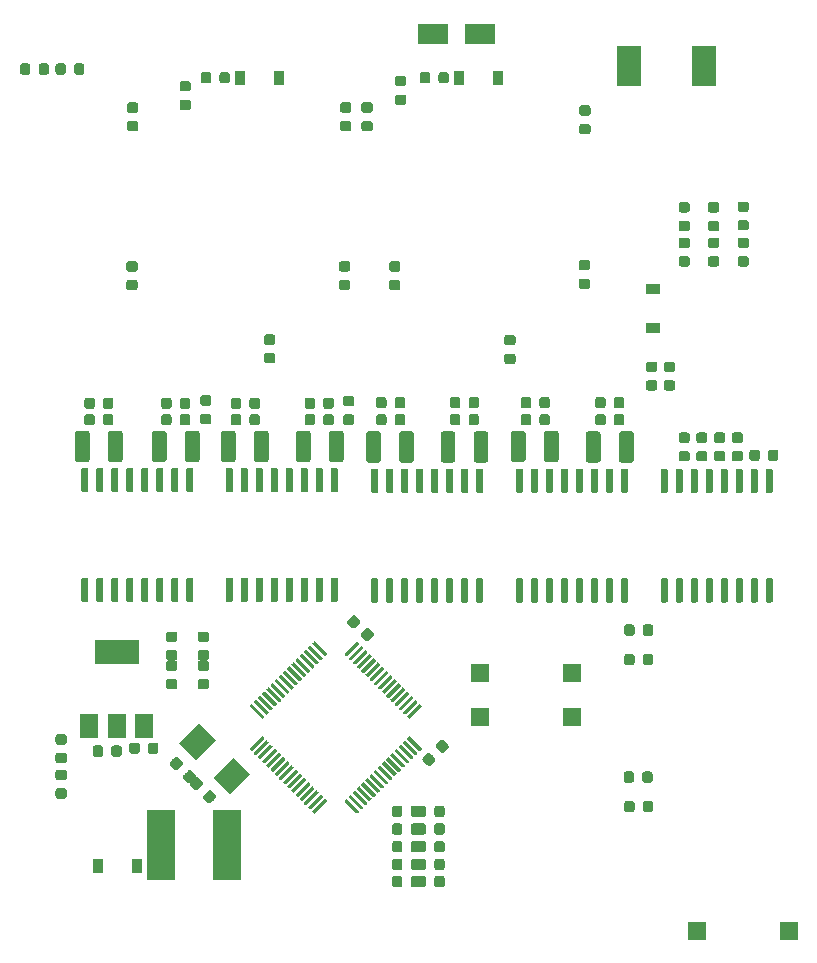
<source format=gbr>
G04 #@! TF.GenerationSoftware,KiCad,Pcbnew,(5.1.2)-1*
G04 #@! TF.CreationDate,2019-09-30T22:58:30+09:00*
G04 #@! TF.ProjectId,MD_Enbarr_x2,4d445f45-6e62-4617-9272-5f78322e6b69,rev?*
G04 #@! TF.SameCoordinates,Original*
G04 #@! TF.FileFunction,Paste,Top*
G04 #@! TF.FilePolarity,Positive*
%FSLAX46Y46*%
G04 Gerber Fmt 4.6, Leading zero omitted, Abs format (unit mm)*
G04 Created by KiCad (PCBNEW (5.1.2)-1) date 2019-09-30 22:58:30*
%MOMM*%
%LPD*%
G04 APERTURE LIST*
%ADD10C,2.000000*%
%ADD11C,0.100000*%
%ADD12C,0.875000*%
%ADD13C,1.250000*%
%ADD14R,2.500000X1.800000*%
%ADD15R,0.900000X1.200000*%
%ADD16R,1.200000X0.900000*%
%ADD17R,2.450000X5.900000*%
%ADD18R,2.000000X3.500000*%
%ADD19R,1.500000X1.500000*%
%ADD20C,0.300000*%
%ADD21C,0.600000*%
%ADD22R,3.800000X2.000000*%
%ADD23R,1.500000X2.000000*%
G04 APERTURE END LIST*
D10*
X96050431Y-112950431D03*
D11*
G36*
X94494796Y-113091852D02*
G01*
X96191852Y-111394796D01*
X97606066Y-112809010D01*
X95909010Y-114506066D01*
X94494796Y-113091852D01*
X94494796Y-113091852D01*
G37*
D10*
X98949569Y-115849569D03*
D11*
G36*
X97393934Y-115990990D02*
G01*
X99090990Y-114293934D01*
X100505204Y-115708148D01*
X98808148Y-117405204D01*
X97393934Y-115990990D01*
X97393934Y-115990990D01*
G37*
G36*
X94301111Y-114239580D02*
G01*
X94322346Y-114242730D01*
X94343170Y-114247946D01*
X94363382Y-114255178D01*
X94382788Y-114264357D01*
X94401201Y-114275393D01*
X94418444Y-114288181D01*
X94434350Y-114302597D01*
X94743709Y-114611956D01*
X94758125Y-114627862D01*
X94770913Y-114645105D01*
X94781949Y-114663518D01*
X94791128Y-114682924D01*
X94798360Y-114703136D01*
X94803576Y-114723960D01*
X94806726Y-114745195D01*
X94807779Y-114766636D01*
X94806726Y-114788077D01*
X94803576Y-114809312D01*
X94798360Y-114830136D01*
X94791128Y-114850348D01*
X94781949Y-114869754D01*
X94770913Y-114888167D01*
X94758125Y-114905410D01*
X94743709Y-114921316D01*
X94381316Y-115283709D01*
X94365410Y-115298125D01*
X94348167Y-115310913D01*
X94329754Y-115321949D01*
X94310348Y-115331128D01*
X94290136Y-115338360D01*
X94269312Y-115343576D01*
X94248077Y-115346726D01*
X94226636Y-115347779D01*
X94205195Y-115346726D01*
X94183960Y-115343576D01*
X94163136Y-115338360D01*
X94142924Y-115331128D01*
X94123518Y-115321949D01*
X94105105Y-115310913D01*
X94087862Y-115298125D01*
X94071956Y-115283709D01*
X93762597Y-114974350D01*
X93748181Y-114958444D01*
X93735393Y-114941201D01*
X93724357Y-114922788D01*
X93715178Y-114903382D01*
X93707946Y-114883170D01*
X93702730Y-114862346D01*
X93699580Y-114841111D01*
X93698527Y-114819670D01*
X93699580Y-114798229D01*
X93702730Y-114776994D01*
X93707946Y-114756170D01*
X93715178Y-114735958D01*
X93724357Y-114716552D01*
X93735393Y-114698139D01*
X93748181Y-114680896D01*
X93762597Y-114664990D01*
X94124990Y-114302597D01*
X94140896Y-114288181D01*
X94158139Y-114275393D01*
X94176552Y-114264357D01*
X94195958Y-114255178D01*
X94216170Y-114247946D01*
X94236994Y-114242730D01*
X94258229Y-114239580D01*
X94279670Y-114238527D01*
X94301111Y-114239580D01*
X94301111Y-114239580D01*
G37*
D12*
X94253153Y-114793153D03*
D11*
G36*
X95414805Y-115353274D02*
G01*
X95436040Y-115356424D01*
X95456864Y-115361640D01*
X95477076Y-115368872D01*
X95496482Y-115378051D01*
X95514895Y-115389087D01*
X95532138Y-115401875D01*
X95548044Y-115416291D01*
X95857403Y-115725650D01*
X95871819Y-115741556D01*
X95884607Y-115758799D01*
X95895643Y-115777212D01*
X95904822Y-115796618D01*
X95912054Y-115816830D01*
X95917270Y-115837654D01*
X95920420Y-115858889D01*
X95921473Y-115880330D01*
X95920420Y-115901771D01*
X95917270Y-115923006D01*
X95912054Y-115943830D01*
X95904822Y-115964042D01*
X95895643Y-115983448D01*
X95884607Y-116001861D01*
X95871819Y-116019104D01*
X95857403Y-116035010D01*
X95495010Y-116397403D01*
X95479104Y-116411819D01*
X95461861Y-116424607D01*
X95443448Y-116435643D01*
X95424042Y-116444822D01*
X95403830Y-116452054D01*
X95383006Y-116457270D01*
X95361771Y-116460420D01*
X95340330Y-116461473D01*
X95318889Y-116460420D01*
X95297654Y-116457270D01*
X95276830Y-116452054D01*
X95256618Y-116444822D01*
X95237212Y-116435643D01*
X95218799Y-116424607D01*
X95201556Y-116411819D01*
X95185650Y-116397403D01*
X94876291Y-116088044D01*
X94861875Y-116072138D01*
X94849087Y-116054895D01*
X94838051Y-116036482D01*
X94828872Y-116017076D01*
X94821640Y-115996864D01*
X94816424Y-115976040D01*
X94813274Y-115954805D01*
X94812221Y-115933364D01*
X94813274Y-115911923D01*
X94816424Y-115890688D01*
X94821640Y-115869864D01*
X94828872Y-115849652D01*
X94838051Y-115830246D01*
X94849087Y-115811833D01*
X94861875Y-115794590D01*
X94876291Y-115778684D01*
X95238684Y-115416291D01*
X95254590Y-115401875D01*
X95271833Y-115389087D01*
X95290246Y-115378051D01*
X95309652Y-115368872D01*
X95329864Y-115361640D01*
X95350688Y-115356424D01*
X95371923Y-115353274D01*
X95393364Y-115352221D01*
X95414805Y-115353274D01*
X95414805Y-115353274D01*
G37*
D12*
X95366847Y-115906847D03*
D11*
G36*
X96011111Y-115949580D02*
G01*
X96032346Y-115952730D01*
X96053170Y-115957946D01*
X96073382Y-115965178D01*
X96092788Y-115974357D01*
X96111201Y-115985393D01*
X96128444Y-115998181D01*
X96144350Y-116012597D01*
X96453709Y-116321956D01*
X96468125Y-116337862D01*
X96480913Y-116355105D01*
X96491949Y-116373518D01*
X96501128Y-116392924D01*
X96508360Y-116413136D01*
X96513576Y-116433960D01*
X96516726Y-116455195D01*
X96517779Y-116476636D01*
X96516726Y-116498077D01*
X96513576Y-116519312D01*
X96508360Y-116540136D01*
X96501128Y-116560348D01*
X96491949Y-116579754D01*
X96480913Y-116598167D01*
X96468125Y-116615410D01*
X96453709Y-116631316D01*
X96091316Y-116993709D01*
X96075410Y-117008125D01*
X96058167Y-117020913D01*
X96039754Y-117031949D01*
X96020348Y-117041128D01*
X96000136Y-117048360D01*
X95979312Y-117053576D01*
X95958077Y-117056726D01*
X95936636Y-117057779D01*
X95915195Y-117056726D01*
X95893960Y-117053576D01*
X95873136Y-117048360D01*
X95852924Y-117041128D01*
X95833518Y-117031949D01*
X95815105Y-117020913D01*
X95797862Y-117008125D01*
X95781956Y-116993709D01*
X95472597Y-116684350D01*
X95458181Y-116668444D01*
X95445393Y-116651201D01*
X95434357Y-116632788D01*
X95425178Y-116613382D01*
X95417946Y-116593170D01*
X95412730Y-116572346D01*
X95409580Y-116551111D01*
X95408527Y-116529670D01*
X95409580Y-116508229D01*
X95412730Y-116486994D01*
X95417946Y-116466170D01*
X95425178Y-116445958D01*
X95434357Y-116426552D01*
X95445393Y-116408139D01*
X95458181Y-116390896D01*
X95472597Y-116374990D01*
X95834990Y-116012597D01*
X95850896Y-115998181D01*
X95868139Y-115985393D01*
X95886552Y-115974357D01*
X95905958Y-115965178D01*
X95926170Y-115957946D01*
X95946994Y-115952730D01*
X95968229Y-115949580D01*
X95989670Y-115948527D01*
X96011111Y-115949580D01*
X96011111Y-115949580D01*
G37*
D12*
X95963153Y-116503153D03*
D11*
G36*
X97124805Y-117063274D02*
G01*
X97146040Y-117066424D01*
X97166864Y-117071640D01*
X97187076Y-117078872D01*
X97206482Y-117088051D01*
X97224895Y-117099087D01*
X97242138Y-117111875D01*
X97258044Y-117126291D01*
X97567403Y-117435650D01*
X97581819Y-117451556D01*
X97594607Y-117468799D01*
X97605643Y-117487212D01*
X97614822Y-117506618D01*
X97622054Y-117526830D01*
X97627270Y-117547654D01*
X97630420Y-117568889D01*
X97631473Y-117590330D01*
X97630420Y-117611771D01*
X97627270Y-117633006D01*
X97622054Y-117653830D01*
X97614822Y-117674042D01*
X97605643Y-117693448D01*
X97594607Y-117711861D01*
X97581819Y-117729104D01*
X97567403Y-117745010D01*
X97205010Y-118107403D01*
X97189104Y-118121819D01*
X97171861Y-118134607D01*
X97153448Y-118145643D01*
X97134042Y-118154822D01*
X97113830Y-118162054D01*
X97093006Y-118167270D01*
X97071771Y-118170420D01*
X97050330Y-118171473D01*
X97028889Y-118170420D01*
X97007654Y-118167270D01*
X96986830Y-118162054D01*
X96966618Y-118154822D01*
X96947212Y-118145643D01*
X96928799Y-118134607D01*
X96911556Y-118121819D01*
X96895650Y-118107403D01*
X96586291Y-117798044D01*
X96571875Y-117782138D01*
X96559087Y-117764895D01*
X96548051Y-117746482D01*
X96538872Y-117727076D01*
X96531640Y-117706864D01*
X96526424Y-117686040D01*
X96523274Y-117664805D01*
X96522221Y-117643364D01*
X96523274Y-117621923D01*
X96526424Y-117600688D01*
X96531640Y-117579864D01*
X96538872Y-117559652D01*
X96548051Y-117540246D01*
X96559087Y-117521833D01*
X96571875Y-117504590D01*
X96586291Y-117488684D01*
X96948684Y-117126291D01*
X96964590Y-117111875D01*
X96981833Y-117099087D01*
X97000246Y-117088051D01*
X97019652Y-117078872D01*
X97039864Y-117071640D01*
X97060688Y-117066424D01*
X97081923Y-117063274D01*
X97103364Y-117062221D01*
X97124805Y-117063274D01*
X97124805Y-117063274D01*
G37*
D12*
X97076847Y-117616847D03*
D11*
G36*
X115638077Y-113903274D02*
G01*
X115659312Y-113906424D01*
X115680136Y-113911640D01*
X115700348Y-113918872D01*
X115719754Y-113928051D01*
X115738167Y-113939087D01*
X115755410Y-113951875D01*
X115771316Y-113966291D01*
X116133709Y-114328684D01*
X116148125Y-114344590D01*
X116160913Y-114361833D01*
X116171949Y-114380246D01*
X116181128Y-114399652D01*
X116188360Y-114419864D01*
X116193576Y-114440688D01*
X116196726Y-114461923D01*
X116197779Y-114483364D01*
X116196726Y-114504805D01*
X116193576Y-114526040D01*
X116188360Y-114546864D01*
X116181128Y-114567076D01*
X116171949Y-114586482D01*
X116160913Y-114604895D01*
X116148125Y-114622138D01*
X116133709Y-114638044D01*
X115824350Y-114947403D01*
X115808444Y-114961819D01*
X115791201Y-114974607D01*
X115772788Y-114985643D01*
X115753382Y-114994822D01*
X115733170Y-115002054D01*
X115712346Y-115007270D01*
X115691111Y-115010420D01*
X115669670Y-115011473D01*
X115648229Y-115010420D01*
X115626994Y-115007270D01*
X115606170Y-115002054D01*
X115585958Y-114994822D01*
X115566552Y-114985643D01*
X115548139Y-114974607D01*
X115530896Y-114961819D01*
X115514990Y-114947403D01*
X115152597Y-114585010D01*
X115138181Y-114569104D01*
X115125393Y-114551861D01*
X115114357Y-114533448D01*
X115105178Y-114514042D01*
X115097946Y-114493830D01*
X115092730Y-114473006D01*
X115089580Y-114451771D01*
X115088527Y-114430330D01*
X115089580Y-114408889D01*
X115092730Y-114387654D01*
X115097946Y-114366830D01*
X115105178Y-114346618D01*
X115114357Y-114327212D01*
X115125393Y-114308799D01*
X115138181Y-114291556D01*
X115152597Y-114275650D01*
X115461956Y-113966291D01*
X115477862Y-113951875D01*
X115495105Y-113939087D01*
X115513518Y-113928051D01*
X115532924Y-113918872D01*
X115553136Y-113911640D01*
X115573960Y-113906424D01*
X115595195Y-113903274D01*
X115616636Y-113902221D01*
X115638077Y-113903274D01*
X115638077Y-113903274D01*
G37*
D12*
X115643153Y-114456847D03*
D11*
G36*
X116751771Y-112789580D02*
G01*
X116773006Y-112792730D01*
X116793830Y-112797946D01*
X116814042Y-112805178D01*
X116833448Y-112814357D01*
X116851861Y-112825393D01*
X116869104Y-112838181D01*
X116885010Y-112852597D01*
X117247403Y-113214990D01*
X117261819Y-113230896D01*
X117274607Y-113248139D01*
X117285643Y-113266552D01*
X117294822Y-113285958D01*
X117302054Y-113306170D01*
X117307270Y-113326994D01*
X117310420Y-113348229D01*
X117311473Y-113369670D01*
X117310420Y-113391111D01*
X117307270Y-113412346D01*
X117302054Y-113433170D01*
X117294822Y-113453382D01*
X117285643Y-113472788D01*
X117274607Y-113491201D01*
X117261819Y-113508444D01*
X117247403Y-113524350D01*
X116938044Y-113833709D01*
X116922138Y-113848125D01*
X116904895Y-113860913D01*
X116886482Y-113871949D01*
X116867076Y-113881128D01*
X116846864Y-113888360D01*
X116826040Y-113893576D01*
X116804805Y-113896726D01*
X116783364Y-113897779D01*
X116761923Y-113896726D01*
X116740688Y-113893576D01*
X116719864Y-113888360D01*
X116699652Y-113881128D01*
X116680246Y-113871949D01*
X116661833Y-113860913D01*
X116644590Y-113848125D01*
X116628684Y-113833709D01*
X116266291Y-113471316D01*
X116251875Y-113455410D01*
X116239087Y-113438167D01*
X116228051Y-113419754D01*
X116218872Y-113400348D01*
X116211640Y-113380136D01*
X116206424Y-113359312D01*
X116203274Y-113338077D01*
X116202221Y-113316636D01*
X116203274Y-113295195D01*
X116206424Y-113273960D01*
X116211640Y-113253136D01*
X116218872Y-113232924D01*
X116228051Y-113213518D01*
X116239087Y-113195105D01*
X116251875Y-113177862D01*
X116266291Y-113161956D01*
X116575650Y-112852597D01*
X116591556Y-112838181D01*
X116608799Y-112825393D01*
X116627212Y-112814357D01*
X116646618Y-112805178D01*
X116666830Y-112797946D01*
X116687654Y-112792730D01*
X116708889Y-112789580D01*
X116730330Y-112788527D01*
X116751771Y-112789580D01*
X116751771Y-112789580D01*
G37*
D12*
X116756847Y-113343153D03*
D11*
G36*
X109302668Y-102258017D02*
G01*
X109323999Y-102260424D01*
X109344992Y-102264910D01*
X109365445Y-102271432D01*
X109385159Y-102279927D01*
X109403946Y-102290314D01*
X109421625Y-102302493D01*
X109438024Y-102316345D01*
X109757992Y-102614720D01*
X109772955Y-102630114D01*
X109786337Y-102646899D01*
X109798009Y-102664916D01*
X109807859Y-102683990D01*
X109815792Y-102703937D01*
X109821732Y-102724566D01*
X109825621Y-102745678D01*
X109827422Y-102767070D01*
X109827117Y-102788535D01*
X109824710Y-102809866D01*
X109820224Y-102830860D01*
X109813702Y-102851312D01*
X109805207Y-102871026D01*
X109794820Y-102889813D01*
X109782641Y-102907492D01*
X109768789Y-102923891D01*
X109419265Y-103298710D01*
X109403871Y-103313673D01*
X109387086Y-103327055D01*
X109369069Y-103338727D01*
X109349995Y-103348577D01*
X109330048Y-103356510D01*
X109309419Y-103362450D01*
X109288307Y-103366339D01*
X109266915Y-103368140D01*
X109245450Y-103367835D01*
X109224119Y-103365428D01*
X109203126Y-103360942D01*
X109182673Y-103354420D01*
X109162959Y-103345925D01*
X109144172Y-103335538D01*
X109126493Y-103323359D01*
X109110094Y-103309507D01*
X108790126Y-103011132D01*
X108775163Y-102995738D01*
X108761781Y-102978953D01*
X108750109Y-102960936D01*
X108740259Y-102941862D01*
X108732326Y-102921915D01*
X108726386Y-102901286D01*
X108722497Y-102880174D01*
X108720696Y-102858782D01*
X108721001Y-102837317D01*
X108723408Y-102815986D01*
X108727894Y-102794992D01*
X108734416Y-102774540D01*
X108742911Y-102754826D01*
X108753298Y-102736039D01*
X108765477Y-102718360D01*
X108779329Y-102701961D01*
X109128853Y-102327142D01*
X109144247Y-102312179D01*
X109161032Y-102298797D01*
X109179049Y-102287125D01*
X109198123Y-102277275D01*
X109218070Y-102269342D01*
X109238699Y-102263402D01*
X109259811Y-102259513D01*
X109281203Y-102257712D01*
X109302668Y-102258017D01*
X109302668Y-102258017D01*
G37*
D12*
X109274059Y-102812926D03*
D11*
G36*
X110454550Y-103332165D02*
G01*
X110475881Y-103334572D01*
X110496874Y-103339058D01*
X110517327Y-103345580D01*
X110537041Y-103354075D01*
X110555828Y-103364462D01*
X110573507Y-103376641D01*
X110589906Y-103390493D01*
X110909874Y-103688868D01*
X110924837Y-103704262D01*
X110938219Y-103721047D01*
X110949891Y-103739064D01*
X110959741Y-103758138D01*
X110967674Y-103778085D01*
X110973614Y-103798714D01*
X110977503Y-103819826D01*
X110979304Y-103841218D01*
X110978999Y-103862683D01*
X110976592Y-103884014D01*
X110972106Y-103905008D01*
X110965584Y-103925460D01*
X110957089Y-103945174D01*
X110946702Y-103963961D01*
X110934523Y-103981640D01*
X110920671Y-103998039D01*
X110571147Y-104372858D01*
X110555753Y-104387821D01*
X110538968Y-104401203D01*
X110520951Y-104412875D01*
X110501877Y-104422725D01*
X110481930Y-104430658D01*
X110461301Y-104436598D01*
X110440189Y-104440487D01*
X110418797Y-104442288D01*
X110397332Y-104441983D01*
X110376001Y-104439576D01*
X110355008Y-104435090D01*
X110334555Y-104428568D01*
X110314841Y-104420073D01*
X110296054Y-104409686D01*
X110278375Y-104397507D01*
X110261976Y-104383655D01*
X109942008Y-104085280D01*
X109927045Y-104069886D01*
X109913663Y-104053101D01*
X109901991Y-104035084D01*
X109892141Y-104016010D01*
X109884208Y-103996063D01*
X109878268Y-103975434D01*
X109874379Y-103954322D01*
X109872578Y-103932930D01*
X109872883Y-103911465D01*
X109875290Y-103890134D01*
X109879776Y-103869140D01*
X109886298Y-103848688D01*
X109894793Y-103828974D01*
X109905180Y-103810187D01*
X109917359Y-103792508D01*
X109931211Y-103776109D01*
X110280735Y-103401290D01*
X110296129Y-103386327D01*
X110312914Y-103372945D01*
X110330931Y-103361273D01*
X110350005Y-103351423D01*
X110369952Y-103343490D01*
X110390581Y-103337550D01*
X110411693Y-103333661D01*
X110433085Y-103331860D01*
X110454550Y-103332165D01*
X110454550Y-103332165D01*
G37*
D12*
X110425941Y-103887074D03*
D11*
G36*
X89499504Y-86626204D02*
G01*
X89523773Y-86629804D01*
X89547571Y-86635765D01*
X89570671Y-86644030D01*
X89592849Y-86654520D01*
X89613893Y-86667133D01*
X89633598Y-86681747D01*
X89651777Y-86698223D01*
X89668253Y-86716402D01*
X89682867Y-86736107D01*
X89695480Y-86757151D01*
X89705970Y-86779329D01*
X89714235Y-86802429D01*
X89720196Y-86826227D01*
X89723796Y-86850496D01*
X89725000Y-86875000D01*
X89725000Y-89025000D01*
X89723796Y-89049504D01*
X89720196Y-89073773D01*
X89714235Y-89097571D01*
X89705970Y-89120671D01*
X89695480Y-89142849D01*
X89682867Y-89163893D01*
X89668253Y-89183598D01*
X89651777Y-89201777D01*
X89633598Y-89218253D01*
X89613893Y-89232867D01*
X89592849Y-89245480D01*
X89570671Y-89255970D01*
X89547571Y-89264235D01*
X89523773Y-89270196D01*
X89499504Y-89273796D01*
X89475000Y-89275000D01*
X88725000Y-89275000D01*
X88700496Y-89273796D01*
X88676227Y-89270196D01*
X88652429Y-89264235D01*
X88629329Y-89255970D01*
X88607151Y-89245480D01*
X88586107Y-89232867D01*
X88566402Y-89218253D01*
X88548223Y-89201777D01*
X88531747Y-89183598D01*
X88517133Y-89163893D01*
X88504520Y-89142849D01*
X88494030Y-89120671D01*
X88485765Y-89097571D01*
X88479804Y-89073773D01*
X88476204Y-89049504D01*
X88475000Y-89025000D01*
X88475000Y-86875000D01*
X88476204Y-86850496D01*
X88479804Y-86826227D01*
X88485765Y-86802429D01*
X88494030Y-86779329D01*
X88504520Y-86757151D01*
X88517133Y-86736107D01*
X88531747Y-86716402D01*
X88548223Y-86698223D01*
X88566402Y-86681747D01*
X88586107Y-86667133D01*
X88607151Y-86654520D01*
X88629329Y-86644030D01*
X88652429Y-86635765D01*
X88676227Y-86629804D01*
X88700496Y-86626204D01*
X88725000Y-86625000D01*
X89475000Y-86625000D01*
X89499504Y-86626204D01*
X89499504Y-86626204D01*
G37*
D13*
X89100000Y-87950000D03*
D11*
G36*
X86699504Y-86626204D02*
G01*
X86723773Y-86629804D01*
X86747571Y-86635765D01*
X86770671Y-86644030D01*
X86792849Y-86654520D01*
X86813893Y-86667133D01*
X86833598Y-86681747D01*
X86851777Y-86698223D01*
X86868253Y-86716402D01*
X86882867Y-86736107D01*
X86895480Y-86757151D01*
X86905970Y-86779329D01*
X86914235Y-86802429D01*
X86920196Y-86826227D01*
X86923796Y-86850496D01*
X86925000Y-86875000D01*
X86925000Y-89025000D01*
X86923796Y-89049504D01*
X86920196Y-89073773D01*
X86914235Y-89097571D01*
X86905970Y-89120671D01*
X86895480Y-89142849D01*
X86882867Y-89163893D01*
X86868253Y-89183598D01*
X86851777Y-89201777D01*
X86833598Y-89218253D01*
X86813893Y-89232867D01*
X86792849Y-89245480D01*
X86770671Y-89255970D01*
X86747571Y-89264235D01*
X86723773Y-89270196D01*
X86699504Y-89273796D01*
X86675000Y-89275000D01*
X85925000Y-89275000D01*
X85900496Y-89273796D01*
X85876227Y-89270196D01*
X85852429Y-89264235D01*
X85829329Y-89255970D01*
X85807151Y-89245480D01*
X85786107Y-89232867D01*
X85766402Y-89218253D01*
X85748223Y-89201777D01*
X85731747Y-89183598D01*
X85717133Y-89163893D01*
X85704520Y-89142849D01*
X85694030Y-89120671D01*
X85685765Y-89097571D01*
X85679804Y-89073773D01*
X85676204Y-89049504D01*
X85675000Y-89025000D01*
X85675000Y-86875000D01*
X85676204Y-86850496D01*
X85679804Y-86826227D01*
X85685765Y-86802429D01*
X85694030Y-86779329D01*
X85704520Y-86757151D01*
X85717133Y-86736107D01*
X85731747Y-86716402D01*
X85748223Y-86698223D01*
X85766402Y-86681747D01*
X85786107Y-86667133D01*
X85807151Y-86654520D01*
X85829329Y-86644030D01*
X85852429Y-86635765D01*
X85876227Y-86629804D01*
X85900496Y-86626204D01*
X85925000Y-86625000D01*
X86675000Y-86625000D01*
X86699504Y-86626204D01*
X86699504Y-86626204D01*
G37*
D13*
X86300000Y-87950000D03*
D11*
G36*
X93199504Y-86626204D02*
G01*
X93223773Y-86629804D01*
X93247571Y-86635765D01*
X93270671Y-86644030D01*
X93292849Y-86654520D01*
X93313893Y-86667133D01*
X93333598Y-86681747D01*
X93351777Y-86698223D01*
X93368253Y-86716402D01*
X93382867Y-86736107D01*
X93395480Y-86757151D01*
X93405970Y-86779329D01*
X93414235Y-86802429D01*
X93420196Y-86826227D01*
X93423796Y-86850496D01*
X93425000Y-86875000D01*
X93425000Y-89025000D01*
X93423796Y-89049504D01*
X93420196Y-89073773D01*
X93414235Y-89097571D01*
X93405970Y-89120671D01*
X93395480Y-89142849D01*
X93382867Y-89163893D01*
X93368253Y-89183598D01*
X93351777Y-89201777D01*
X93333598Y-89218253D01*
X93313893Y-89232867D01*
X93292849Y-89245480D01*
X93270671Y-89255970D01*
X93247571Y-89264235D01*
X93223773Y-89270196D01*
X93199504Y-89273796D01*
X93175000Y-89275000D01*
X92425000Y-89275000D01*
X92400496Y-89273796D01*
X92376227Y-89270196D01*
X92352429Y-89264235D01*
X92329329Y-89255970D01*
X92307151Y-89245480D01*
X92286107Y-89232867D01*
X92266402Y-89218253D01*
X92248223Y-89201777D01*
X92231747Y-89183598D01*
X92217133Y-89163893D01*
X92204520Y-89142849D01*
X92194030Y-89120671D01*
X92185765Y-89097571D01*
X92179804Y-89073773D01*
X92176204Y-89049504D01*
X92175000Y-89025000D01*
X92175000Y-86875000D01*
X92176204Y-86850496D01*
X92179804Y-86826227D01*
X92185765Y-86802429D01*
X92194030Y-86779329D01*
X92204520Y-86757151D01*
X92217133Y-86736107D01*
X92231747Y-86716402D01*
X92248223Y-86698223D01*
X92266402Y-86681747D01*
X92286107Y-86667133D01*
X92307151Y-86654520D01*
X92329329Y-86644030D01*
X92352429Y-86635765D01*
X92376227Y-86629804D01*
X92400496Y-86626204D01*
X92425000Y-86625000D01*
X93175000Y-86625000D01*
X93199504Y-86626204D01*
X93199504Y-86626204D01*
G37*
D13*
X92800000Y-87950000D03*
D11*
G36*
X95999504Y-86626204D02*
G01*
X96023773Y-86629804D01*
X96047571Y-86635765D01*
X96070671Y-86644030D01*
X96092849Y-86654520D01*
X96113893Y-86667133D01*
X96133598Y-86681747D01*
X96151777Y-86698223D01*
X96168253Y-86716402D01*
X96182867Y-86736107D01*
X96195480Y-86757151D01*
X96205970Y-86779329D01*
X96214235Y-86802429D01*
X96220196Y-86826227D01*
X96223796Y-86850496D01*
X96225000Y-86875000D01*
X96225000Y-89025000D01*
X96223796Y-89049504D01*
X96220196Y-89073773D01*
X96214235Y-89097571D01*
X96205970Y-89120671D01*
X96195480Y-89142849D01*
X96182867Y-89163893D01*
X96168253Y-89183598D01*
X96151777Y-89201777D01*
X96133598Y-89218253D01*
X96113893Y-89232867D01*
X96092849Y-89245480D01*
X96070671Y-89255970D01*
X96047571Y-89264235D01*
X96023773Y-89270196D01*
X95999504Y-89273796D01*
X95975000Y-89275000D01*
X95225000Y-89275000D01*
X95200496Y-89273796D01*
X95176227Y-89270196D01*
X95152429Y-89264235D01*
X95129329Y-89255970D01*
X95107151Y-89245480D01*
X95086107Y-89232867D01*
X95066402Y-89218253D01*
X95048223Y-89201777D01*
X95031747Y-89183598D01*
X95017133Y-89163893D01*
X95004520Y-89142849D01*
X94994030Y-89120671D01*
X94985765Y-89097571D01*
X94979804Y-89073773D01*
X94976204Y-89049504D01*
X94975000Y-89025000D01*
X94975000Y-86875000D01*
X94976204Y-86850496D01*
X94979804Y-86826227D01*
X94985765Y-86802429D01*
X94994030Y-86779329D01*
X95004520Y-86757151D01*
X95017133Y-86736107D01*
X95031747Y-86716402D01*
X95048223Y-86698223D01*
X95066402Y-86681747D01*
X95086107Y-86667133D01*
X95107151Y-86654520D01*
X95129329Y-86644030D01*
X95152429Y-86635765D01*
X95176227Y-86629804D01*
X95200496Y-86626204D01*
X95225000Y-86625000D01*
X95975000Y-86625000D01*
X95999504Y-86626204D01*
X95999504Y-86626204D01*
G37*
D13*
X95600000Y-87950000D03*
D11*
G36*
X143452691Y-88226053D02*
G01*
X143473926Y-88229203D01*
X143494750Y-88234419D01*
X143514962Y-88241651D01*
X143534368Y-88250830D01*
X143552781Y-88261866D01*
X143570024Y-88274654D01*
X143585930Y-88289070D01*
X143600346Y-88304976D01*
X143613134Y-88322219D01*
X143624170Y-88340632D01*
X143633349Y-88360038D01*
X143640581Y-88380250D01*
X143645797Y-88401074D01*
X143648947Y-88422309D01*
X143650000Y-88443750D01*
X143650000Y-88956250D01*
X143648947Y-88977691D01*
X143645797Y-88998926D01*
X143640581Y-89019750D01*
X143633349Y-89039962D01*
X143624170Y-89059368D01*
X143613134Y-89077781D01*
X143600346Y-89095024D01*
X143585930Y-89110930D01*
X143570024Y-89125346D01*
X143552781Y-89138134D01*
X143534368Y-89149170D01*
X143514962Y-89158349D01*
X143494750Y-89165581D01*
X143473926Y-89170797D01*
X143452691Y-89173947D01*
X143431250Y-89175000D01*
X142993750Y-89175000D01*
X142972309Y-89173947D01*
X142951074Y-89170797D01*
X142930250Y-89165581D01*
X142910038Y-89158349D01*
X142890632Y-89149170D01*
X142872219Y-89138134D01*
X142854976Y-89125346D01*
X142839070Y-89110930D01*
X142824654Y-89095024D01*
X142811866Y-89077781D01*
X142800830Y-89059368D01*
X142791651Y-89039962D01*
X142784419Y-89019750D01*
X142779203Y-88998926D01*
X142776053Y-88977691D01*
X142775000Y-88956250D01*
X142775000Y-88443750D01*
X142776053Y-88422309D01*
X142779203Y-88401074D01*
X142784419Y-88380250D01*
X142791651Y-88360038D01*
X142800830Y-88340632D01*
X142811866Y-88322219D01*
X142824654Y-88304976D01*
X142839070Y-88289070D01*
X142854976Y-88274654D01*
X142872219Y-88261866D01*
X142890632Y-88250830D01*
X142910038Y-88241651D01*
X142930250Y-88234419D01*
X142951074Y-88229203D01*
X142972309Y-88226053D01*
X142993750Y-88225000D01*
X143431250Y-88225000D01*
X143452691Y-88226053D01*
X143452691Y-88226053D01*
G37*
D12*
X143212500Y-88700000D03*
D11*
G36*
X145027691Y-88226053D02*
G01*
X145048926Y-88229203D01*
X145069750Y-88234419D01*
X145089962Y-88241651D01*
X145109368Y-88250830D01*
X145127781Y-88261866D01*
X145145024Y-88274654D01*
X145160930Y-88289070D01*
X145175346Y-88304976D01*
X145188134Y-88322219D01*
X145199170Y-88340632D01*
X145208349Y-88360038D01*
X145215581Y-88380250D01*
X145220797Y-88401074D01*
X145223947Y-88422309D01*
X145225000Y-88443750D01*
X145225000Y-88956250D01*
X145223947Y-88977691D01*
X145220797Y-88998926D01*
X145215581Y-89019750D01*
X145208349Y-89039962D01*
X145199170Y-89059368D01*
X145188134Y-89077781D01*
X145175346Y-89095024D01*
X145160930Y-89110930D01*
X145145024Y-89125346D01*
X145127781Y-89138134D01*
X145109368Y-89149170D01*
X145089962Y-89158349D01*
X145069750Y-89165581D01*
X145048926Y-89170797D01*
X145027691Y-89173947D01*
X145006250Y-89175000D01*
X144568750Y-89175000D01*
X144547309Y-89173947D01*
X144526074Y-89170797D01*
X144505250Y-89165581D01*
X144485038Y-89158349D01*
X144465632Y-89149170D01*
X144447219Y-89138134D01*
X144429976Y-89125346D01*
X144414070Y-89110930D01*
X144399654Y-89095024D01*
X144386866Y-89077781D01*
X144375830Y-89059368D01*
X144366651Y-89039962D01*
X144359419Y-89019750D01*
X144354203Y-88998926D01*
X144351053Y-88977691D01*
X144350000Y-88956250D01*
X144350000Y-88443750D01*
X144351053Y-88422309D01*
X144354203Y-88401074D01*
X144359419Y-88380250D01*
X144366651Y-88360038D01*
X144375830Y-88340632D01*
X144386866Y-88322219D01*
X144399654Y-88304976D01*
X144414070Y-88289070D01*
X144429976Y-88274654D01*
X144447219Y-88261866D01*
X144465632Y-88250830D01*
X144485038Y-88241651D01*
X144505250Y-88234419D01*
X144526074Y-88229203D01*
X144547309Y-88226053D01*
X144568750Y-88225000D01*
X145006250Y-88225000D01*
X145027691Y-88226053D01*
X145027691Y-88226053D01*
G37*
D12*
X144787500Y-88700000D03*
D11*
G36*
X142027691Y-86776053D02*
G01*
X142048926Y-86779203D01*
X142069750Y-86784419D01*
X142089962Y-86791651D01*
X142109368Y-86800830D01*
X142127781Y-86811866D01*
X142145024Y-86824654D01*
X142160930Y-86839070D01*
X142175346Y-86854976D01*
X142188134Y-86872219D01*
X142199170Y-86890632D01*
X142208349Y-86910038D01*
X142215581Y-86930250D01*
X142220797Y-86951074D01*
X142223947Y-86972309D01*
X142225000Y-86993750D01*
X142225000Y-87431250D01*
X142223947Y-87452691D01*
X142220797Y-87473926D01*
X142215581Y-87494750D01*
X142208349Y-87514962D01*
X142199170Y-87534368D01*
X142188134Y-87552781D01*
X142175346Y-87570024D01*
X142160930Y-87585930D01*
X142145024Y-87600346D01*
X142127781Y-87613134D01*
X142109368Y-87624170D01*
X142089962Y-87633349D01*
X142069750Y-87640581D01*
X142048926Y-87645797D01*
X142027691Y-87648947D01*
X142006250Y-87650000D01*
X141493750Y-87650000D01*
X141472309Y-87648947D01*
X141451074Y-87645797D01*
X141430250Y-87640581D01*
X141410038Y-87633349D01*
X141390632Y-87624170D01*
X141372219Y-87613134D01*
X141354976Y-87600346D01*
X141339070Y-87585930D01*
X141324654Y-87570024D01*
X141311866Y-87552781D01*
X141300830Y-87534368D01*
X141291651Y-87514962D01*
X141284419Y-87494750D01*
X141279203Y-87473926D01*
X141276053Y-87452691D01*
X141275000Y-87431250D01*
X141275000Y-86993750D01*
X141276053Y-86972309D01*
X141279203Y-86951074D01*
X141284419Y-86930250D01*
X141291651Y-86910038D01*
X141300830Y-86890632D01*
X141311866Y-86872219D01*
X141324654Y-86854976D01*
X141339070Y-86839070D01*
X141354976Y-86824654D01*
X141372219Y-86811866D01*
X141390632Y-86800830D01*
X141410038Y-86791651D01*
X141430250Y-86784419D01*
X141451074Y-86779203D01*
X141472309Y-86776053D01*
X141493750Y-86775000D01*
X142006250Y-86775000D01*
X142027691Y-86776053D01*
X142027691Y-86776053D01*
G37*
D12*
X141750000Y-87212500D03*
D11*
G36*
X142027691Y-88351053D02*
G01*
X142048926Y-88354203D01*
X142069750Y-88359419D01*
X142089962Y-88366651D01*
X142109368Y-88375830D01*
X142127781Y-88386866D01*
X142145024Y-88399654D01*
X142160930Y-88414070D01*
X142175346Y-88429976D01*
X142188134Y-88447219D01*
X142199170Y-88465632D01*
X142208349Y-88485038D01*
X142215581Y-88505250D01*
X142220797Y-88526074D01*
X142223947Y-88547309D01*
X142225000Y-88568750D01*
X142225000Y-89006250D01*
X142223947Y-89027691D01*
X142220797Y-89048926D01*
X142215581Y-89069750D01*
X142208349Y-89089962D01*
X142199170Y-89109368D01*
X142188134Y-89127781D01*
X142175346Y-89145024D01*
X142160930Y-89160930D01*
X142145024Y-89175346D01*
X142127781Y-89188134D01*
X142109368Y-89199170D01*
X142089962Y-89208349D01*
X142069750Y-89215581D01*
X142048926Y-89220797D01*
X142027691Y-89223947D01*
X142006250Y-89225000D01*
X141493750Y-89225000D01*
X141472309Y-89223947D01*
X141451074Y-89220797D01*
X141430250Y-89215581D01*
X141410038Y-89208349D01*
X141390632Y-89199170D01*
X141372219Y-89188134D01*
X141354976Y-89175346D01*
X141339070Y-89160930D01*
X141324654Y-89145024D01*
X141311866Y-89127781D01*
X141300830Y-89109368D01*
X141291651Y-89089962D01*
X141284419Y-89069750D01*
X141279203Y-89048926D01*
X141276053Y-89027691D01*
X141275000Y-89006250D01*
X141275000Y-88568750D01*
X141276053Y-88547309D01*
X141279203Y-88526074D01*
X141284419Y-88505250D01*
X141291651Y-88485038D01*
X141300830Y-88465632D01*
X141311866Y-88447219D01*
X141324654Y-88429976D01*
X141339070Y-88414070D01*
X141354976Y-88399654D01*
X141372219Y-88386866D01*
X141390632Y-88375830D01*
X141410038Y-88366651D01*
X141430250Y-88359419D01*
X141451074Y-88354203D01*
X141472309Y-88351053D01*
X141493750Y-88350000D01*
X142006250Y-88350000D01*
X142027691Y-88351053D01*
X142027691Y-88351053D01*
G37*
D12*
X141750000Y-88787500D03*
D11*
G36*
X140527691Y-88351053D02*
G01*
X140548926Y-88354203D01*
X140569750Y-88359419D01*
X140589962Y-88366651D01*
X140609368Y-88375830D01*
X140627781Y-88386866D01*
X140645024Y-88399654D01*
X140660930Y-88414070D01*
X140675346Y-88429976D01*
X140688134Y-88447219D01*
X140699170Y-88465632D01*
X140708349Y-88485038D01*
X140715581Y-88505250D01*
X140720797Y-88526074D01*
X140723947Y-88547309D01*
X140725000Y-88568750D01*
X140725000Y-89006250D01*
X140723947Y-89027691D01*
X140720797Y-89048926D01*
X140715581Y-89069750D01*
X140708349Y-89089962D01*
X140699170Y-89109368D01*
X140688134Y-89127781D01*
X140675346Y-89145024D01*
X140660930Y-89160930D01*
X140645024Y-89175346D01*
X140627781Y-89188134D01*
X140609368Y-89199170D01*
X140589962Y-89208349D01*
X140569750Y-89215581D01*
X140548926Y-89220797D01*
X140527691Y-89223947D01*
X140506250Y-89225000D01*
X139993750Y-89225000D01*
X139972309Y-89223947D01*
X139951074Y-89220797D01*
X139930250Y-89215581D01*
X139910038Y-89208349D01*
X139890632Y-89199170D01*
X139872219Y-89188134D01*
X139854976Y-89175346D01*
X139839070Y-89160930D01*
X139824654Y-89145024D01*
X139811866Y-89127781D01*
X139800830Y-89109368D01*
X139791651Y-89089962D01*
X139784419Y-89069750D01*
X139779203Y-89048926D01*
X139776053Y-89027691D01*
X139775000Y-89006250D01*
X139775000Y-88568750D01*
X139776053Y-88547309D01*
X139779203Y-88526074D01*
X139784419Y-88505250D01*
X139791651Y-88485038D01*
X139800830Y-88465632D01*
X139811866Y-88447219D01*
X139824654Y-88429976D01*
X139839070Y-88414070D01*
X139854976Y-88399654D01*
X139872219Y-88386866D01*
X139890632Y-88375830D01*
X139910038Y-88366651D01*
X139930250Y-88359419D01*
X139951074Y-88354203D01*
X139972309Y-88351053D01*
X139993750Y-88350000D01*
X140506250Y-88350000D01*
X140527691Y-88351053D01*
X140527691Y-88351053D01*
G37*
D12*
X140250000Y-88787500D03*
D11*
G36*
X140527691Y-86776053D02*
G01*
X140548926Y-86779203D01*
X140569750Y-86784419D01*
X140589962Y-86791651D01*
X140609368Y-86800830D01*
X140627781Y-86811866D01*
X140645024Y-86824654D01*
X140660930Y-86839070D01*
X140675346Y-86854976D01*
X140688134Y-86872219D01*
X140699170Y-86890632D01*
X140708349Y-86910038D01*
X140715581Y-86930250D01*
X140720797Y-86951074D01*
X140723947Y-86972309D01*
X140725000Y-86993750D01*
X140725000Y-87431250D01*
X140723947Y-87452691D01*
X140720797Y-87473926D01*
X140715581Y-87494750D01*
X140708349Y-87514962D01*
X140699170Y-87534368D01*
X140688134Y-87552781D01*
X140675346Y-87570024D01*
X140660930Y-87585930D01*
X140645024Y-87600346D01*
X140627781Y-87613134D01*
X140609368Y-87624170D01*
X140589962Y-87633349D01*
X140569750Y-87640581D01*
X140548926Y-87645797D01*
X140527691Y-87648947D01*
X140506250Y-87650000D01*
X139993750Y-87650000D01*
X139972309Y-87648947D01*
X139951074Y-87645797D01*
X139930250Y-87640581D01*
X139910038Y-87633349D01*
X139890632Y-87624170D01*
X139872219Y-87613134D01*
X139854976Y-87600346D01*
X139839070Y-87585930D01*
X139824654Y-87570024D01*
X139811866Y-87552781D01*
X139800830Y-87534368D01*
X139791651Y-87514962D01*
X139784419Y-87494750D01*
X139779203Y-87473926D01*
X139776053Y-87452691D01*
X139775000Y-87431250D01*
X139775000Y-86993750D01*
X139776053Y-86972309D01*
X139779203Y-86951074D01*
X139784419Y-86930250D01*
X139791651Y-86910038D01*
X139800830Y-86890632D01*
X139811866Y-86872219D01*
X139824654Y-86854976D01*
X139839070Y-86839070D01*
X139854976Y-86824654D01*
X139872219Y-86811866D01*
X139890632Y-86800830D01*
X139910038Y-86791651D01*
X139930250Y-86784419D01*
X139951074Y-86779203D01*
X139972309Y-86776053D01*
X139993750Y-86775000D01*
X140506250Y-86775000D01*
X140527691Y-86776053D01*
X140527691Y-86776053D01*
G37*
D12*
X140250000Y-87212500D03*
D11*
G36*
X101849504Y-86626204D02*
G01*
X101873773Y-86629804D01*
X101897571Y-86635765D01*
X101920671Y-86644030D01*
X101942849Y-86654520D01*
X101963893Y-86667133D01*
X101983598Y-86681747D01*
X102001777Y-86698223D01*
X102018253Y-86716402D01*
X102032867Y-86736107D01*
X102045480Y-86757151D01*
X102055970Y-86779329D01*
X102064235Y-86802429D01*
X102070196Y-86826227D01*
X102073796Y-86850496D01*
X102075000Y-86875000D01*
X102075000Y-89025000D01*
X102073796Y-89049504D01*
X102070196Y-89073773D01*
X102064235Y-89097571D01*
X102055970Y-89120671D01*
X102045480Y-89142849D01*
X102032867Y-89163893D01*
X102018253Y-89183598D01*
X102001777Y-89201777D01*
X101983598Y-89218253D01*
X101963893Y-89232867D01*
X101942849Y-89245480D01*
X101920671Y-89255970D01*
X101897571Y-89264235D01*
X101873773Y-89270196D01*
X101849504Y-89273796D01*
X101825000Y-89275000D01*
X101075000Y-89275000D01*
X101050496Y-89273796D01*
X101026227Y-89270196D01*
X101002429Y-89264235D01*
X100979329Y-89255970D01*
X100957151Y-89245480D01*
X100936107Y-89232867D01*
X100916402Y-89218253D01*
X100898223Y-89201777D01*
X100881747Y-89183598D01*
X100867133Y-89163893D01*
X100854520Y-89142849D01*
X100844030Y-89120671D01*
X100835765Y-89097571D01*
X100829804Y-89073773D01*
X100826204Y-89049504D01*
X100825000Y-89025000D01*
X100825000Y-86875000D01*
X100826204Y-86850496D01*
X100829804Y-86826227D01*
X100835765Y-86802429D01*
X100844030Y-86779329D01*
X100854520Y-86757151D01*
X100867133Y-86736107D01*
X100881747Y-86716402D01*
X100898223Y-86698223D01*
X100916402Y-86681747D01*
X100936107Y-86667133D01*
X100957151Y-86654520D01*
X100979329Y-86644030D01*
X101002429Y-86635765D01*
X101026227Y-86629804D01*
X101050496Y-86626204D01*
X101075000Y-86625000D01*
X101825000Y-86625000D01*
X101849504Y-86626204D01*
X101849504Y-86626204D01*
G37*
D13*
X101450000Y-87950000D03*
D11*
G36*
X99049504Y-86626204D02*
G01*
X99073773Y-86629804D01*
X99097571Y-86635765D01*
X99120671Y-86644030D01*
X99142849Y-86654520D01*
X99163893Y-86667133D01*
X99183598Y-86681747D01*
X99201777Y-86698223D01*
X99218253Y-86716402D01*
X99232867Y-86736107D01*
X99245480Y-86757151D01*
X99255970Y-86779329D01*
X99264235Y-86802429D01*
X99270196Y-86826227D01*
X99273796Y-86850496D01*
X99275000Y-86875000D01*
X99275000Y-89025000D01*
X99273796Y-89049504D01*
X99270196Y-89073773D01*
X99264235Y-89097571D01*
X99255970Y-89120671D01*
X99245480Y-89142849D01*
X99232867Y-89163893D01*
X99218253Y-89183598D01*
X99201777Y-89201777D01*
X99183598Y-89218253D01*
X99163893Y-89232867D01*
X99142849Y-89245480D01*
X99120671Y-89255970D01*
X99097571Y-89264235D01*
X99073773Y-89270196D01*
X99049504Y-89273796D01*
X99025000Y-89275000D01*
X98275000Y-89275000D01*
X98250496Y-89273796D01*
X98226227Y-89270196D01*
X98202429Y-89264235D01*
X98179329Y-89255970D01*
X98157151Y-89245480D01*
X98136107Y-89232867D01*
X98116402Y-89218253D01*
X98098223Y-89201777D01*
X98081747Y-89183598D01*
X98067133Y-89163893D01*
X98054520Y-89142849D01*
X98044030Y-89120671D01*
X98035765Y-89097571D01*
X98029804Y-89073773D01*
X98026204Y-89049504D01*
X98025000Y-89025000D01*
X98025000Y-86875000D01*
X98026204Y-86850496D01*
X98029804Y-86826227D01*
X98035765Y-86802429D01*
X98044030Y-86779329D01*
X98054520Y-86757151D01*
X98067133Y-86736107D01*
X98081747Y-86716402D01*
X98098223Y-86698223D01*
X98116402Y-86681747D01*
X98136107Y-86667133D01*
X98157151Y-86654520D01*
X98179329Y-86644030D01*
X98202429Y-86635765D01*
X98226227Y-86629804D01*
X98250496Y-86626204D01*
X98275000Y-86625000D01*
X99025000Y-86625000D01*
X99049504Y-86626204D01*
X99049504Y-86626204D01*
G37*
D13*
X98650000Y-87950000D03*
D11*
G36*
X105399504Y-86626204D02*
G01*
X105423773Y-86629804D01*
X105447571Y-86635765D01*
X105470671Y-86644030D01*
X105492849Y-86654520D01*
X105513893Y-86667133D01*
X105533598Y-86681747D01*
X105551777Y-86698223D01*
X105568253Y-86716402D01*
X105582867Y-86736107D01*
X105595480Y-86757151D01*
X105605970Y-86779329D01*
X105614235Y-86802429D01*
X105620196Y-86826227D01*
X105623796Y-86850496D01*
X105625000Y-86875000D01*
X105625000Y-89025000D01*
X105623796Y-89049504D01*
X105620196Y-89073773D01*
X105614235Y-89097571D01*
X105605970Y-89120671D01*
X105595480Y-89142849D01*
X105582867Y-89163893D01*
X105568253Y-89183598D01*
X105551777Y-89201777D01*
X105533598Y-89218253D01*
X105513893Y-89232867D01*
X105492849Y-89245480D01*
X105470671Y-89255970D01*
X105447571Y-89264235D01*
X105423773Y-89270196D01*
X105399504Y-89273796D01*
X105375000Y-89275000D01*
X104625000Y-89275000D01*
X104600496Y-89273796D01*
X104576227Y-89270196D01*
X104552429Y-89264235D01*
X104529329Y-89255970D01*
X104507151Y-89245480D01*
X104486107Y-89232867D01*
X104466402Y-89218253D01*
X104448223Y-89201777D01*
X104431747Y-89183598D01*
X104417133Y-89163893D01*
X104404520Y-89142849D01*
X104394030Y-89120671D01*
X104385765Y-89097571D01*
X104379804Y-89073773D01*
X104376204Y-89049504D01*
X104375000Y-89025000D01*
X104375000Y-86875000D01*
X104376204Y-86850496D01*
X104379804Y-86826227D01*
X104385765Y-86802429D01*
X104394030Y-86779329D01*
X104404520Y-86757151D01*
X104417133Y-86736107D01*
X104431747Y-86716402D01*
X104448223Y-86698223D01*
X104466402Y-86681747D01*
X104486107Y-86667133D01*
X104507151Y-86654520D01*
X104529329Y-86644030D01*
X104552429Y-86635765D01*
X104576227Y-86629804D01*
X104600496Y-86626204D01*
X104625000Y-86625000D01*
X105375000Y-86625000D01*
X105399504Y-86626204D01*
X105399504Y-86626204D01*
G37*
D13*
X105000000Y-87950000D03*
D11*
G36*
X108199504Y-86626204D02*
G01*
X108223773Y-86629804D01*
X108247571Y-86635765D01*
X108270671Y-86644030D01*
X108292849Y-86654520D01*
X108313893Y-86667133D01*
X108333598Y-86681747D01*
X108351777Y-86698223D01*
X108368253Y-86716402D01*
X108382867Y-86736107D01*
X108395480Y-86757151D01*
X108405970Y-86779329D01*
X108414235Y-86802429D01*
X108420196Y-86826227D01*
X108423796Y-86850496D01*
X108425000Y-86875000D01*
X108425000Y-89025000D01*
X108423796Y-89049504D01*
X108420196Y-89073773D01*
X108414235Y-89097571D01*
X108405970Y-89120671D01*
X108395480Y-89142849D01*
X108382867Y-89163893D01*
X108368253Y-89183598D01*
X108351777Y-89201777D01*
X108333598Y-89218253D01*
X108313893Y-89232867D01*
X108292849Y-89245480D01*
X108270671Y-89255970D01*
X108247571Y-89264235D01*
X108223773Y-89270196D01*
X108199504Y-89273796D01*
X108175000Y-89275000D01*
X107425000Y-89275000D01*
X107400496Y-89273796D01*
X107376227Y-89270196D01*
X107352429Y-89264235D01*
X107329329Y-89255970D01*
X107307151Y-89245480D01*
X107286107Y-89232867D01*
X107266402Y-89218253D01*
X107248223Y-89201777D01*
X107231747Y-89183598D01*
X107217133Y-89163893D01*
X107204520Y-89142849D01*
X107194030Y-89120671D01*
X107185765Y-89097571D01*
X107179804Y-89073773D01*
X107176204Y-89049504D01*
X107175000Y-89025000D01*
X107175000Y-86875000D01*
X107176204Y-86850496D01*
X107179804Y-86826227D01*
X107185765Y-86802429D01*
X107194030Y-86779329D01*
X107204520Y-86757151D01*
X107217133Y-86736107D01*
X107231747Y-86716402D01*
X107248223Y-86698223D01*
X107266402Y-86681747D01*
X107286107Y-86667133D01*
X107307151Y-86654520D01*
X107329329Y-86644030D01*
X107352429Y-86635765D01*
X107376227Y-86629804D01*
X107400496Y-86626204D01*
X107425000Y-86625000D01*
X108175000Y-86625000D01*
X108199504Y-86626204D01*
X108199504Y-86626204D01*
G37*
D13*
X107800000Y-87950000D03*
D11*
G36*
X113202691Y-124326053D02*
G01*
X113223926Y-124329203D01*
X113244750Y-124334419D01*
X113264962Y-124341651D01*
X113284368Y-124350830D01*
X113302781Y-124361866D01*
X113320024Y-124374654D01*
X113335930Y-124389070D01*
X113350346Y-124404976D01*
X113363134Y-124422219D01*
X113374170Y-124440632D01*
X113383349Y-124460038D01*
X113390581Y-124480250D01*
X113395797Y-124501074D01*
X113398947Y-124522309D01*
X113400000Y-124543750D01*
X113400000Y-125056250D01*
X113398947Y-125077691D01*
X113395797Y-125098926D01*
X113390581Y-125119750D01*
X113383349Y-125139962D01*
X113374170Y-125159368D01*
X113363134Y-125177781D01*
X113350346Y-125195024D01*
X113335930Y-125210930D01*
X113320024Y-125225346D01*
X113302781Y-125238134D01*
X113284368Y-125249170D01*
X113264962Y-125258349D01*
X113244750Y-125265581D01*
X113223926Y-125270797D01*
X113202691Y-125273947D01*
X113181250Y-125275000D01*
X112743750Y-125275000D01*
X112722309Y-125273947D01*
X112701074Y-125270797D01*
X112680250Y-125265581D01*
X112660038Y-125258349D01*
X112640632Y-125249170D01*
X112622219Y-125238134D01*
X112604976Y-125225346D01*
X112589070Y-125210930D01*
X112574654Y-125195024D01*
X112561866Y-125177781D01*
X112550830Y-125159368D01*
X112541651Y-125139962D01*
X112534419Y-125119750D01*
X112529203Y-125098926D01*
X112526053Y-125077691D01*
X112525000Y-125056250D01*
X112525000Y-124543750D01*
X112526053Y-124522309D01*
X112529203Y-124501074D01*
X112534419Y-124480250D01*
X112541651Y-124460038D01*
X112550830Y-124440632D01*
X112561866Y-124422219D01*
X112574654Y-124404976D01*
X112589070Y-124389070D01*
X112604976Y-124374654D01*
X112622219Y-124361866D01*
X112640632Y-124350830D01*
X112660038Y-124341651D01*
X112680250Y-124334419D01*
X112701074Y-124329203D01*
X112722309Y-124326053D01*
X112743750Y-124325000D01*
X113181250Y-124325000D01*
X113202691Y-124326053D01*
X113202691Y-124326053D01*
G37*
D12*
X112962500Y-124800000D03*
D11*
G36*
X114777691Y-124326053D02*
G01*
X114798926Y-124329203D01*
X114819750Y-124334419D01*
X114839962Y-124341651D01*
X114859368Y-124350830D01*
X114877781Y-124361866D01*
X114895024Y-124374654D01*
X114910930Y-124389070D01*
X114925346Y-124404976D01*
X114938134Y-124422219D01*
X114949170Y-124440632D01*
X114958349Y-124460038D01*
X114965581Y-124480250D01*
X114970797Y-124501074D01*
X114973947Y-124522309D01*
X114975000Y-124543750D01*
X114975000Y-125056250D01*
X114973947Y-125077691D01*
X114970797Y-125098926D01*
X114965581Y-125119750D01*
X114958349Y-125139962D01*
X114949170Y-125159368D01*
X114938134Y-125177781D01*
X114925346Y-125195024D01*
X114910930Y-125210930D01*
X114895024Y-125225346D01*
X114877781Y-125238134D01*
X114859368Y-125249170D01*
X114839962Y-125258349D01*
X114819750Y-125265581D01*
X114798926Y-125270797D01*
X114777691Y-125273947D01*
X114756250Y-125275000D01*
X114318750Y-125275000D01*
X114297309Y-125273947D01*
X114276074Y-125270797D01*
X114255250Y-125265581D01*
X114235038Y-125258349D01*
X114215632Y-125249170D01*
X114197219Y-125238134D01*
X114179976Y-125225346D01*
X114164070Y-125210930D01*
X114149654Y-125195024D01*
X114136866Y-125177781D01*
X114125830Y-125159368D01*
X114116651Y-125139962D01*
X114109419Y-125119750D01*
X114104203Y-125098926D01*
X114101053Y-125077691D01*
X114100000Y-125056250D01*
X114100000Y-124543750D01*
X114101053Y-124522309D01*
X114104203Y-124501074D01*
X114109419Y-124480250D01*
X114116651Y-124460038D01*
X114125830Y-124440632D01*
X114136866Y-124422219D01*
X114149654Y-124404976D01*
X114164070Y-124389070D01*
X114179976Y-124374654D01*
X114197219Y-124361866D01*
X114215632Y-124350830D01*
X114235038Y-124341651D01*
X114255250Y-124334419D01*
X114276074Y-124329203D01*
X114297309Y-124326053D01*
X114318750Y-124325000D01*
X114756250Y-124325000D01*
X114777691Y-124326053D01*
X114777691Y-124326053D01*
G37*
D12*
X114537500Y-124800000D03*
D11*
G36*
X114777691Y-122876053D02*
G01*
X114798926Y-122879203D01*
X114819750Y-122884419D01*
X114839962Y-122891651D01*
X114859368Y-122900830D01*
X114877781Y-122911866D01*
X114895024Y-122924654D01*
X114910930Y-122939070D01*
X114925346Y-122954976D01*
X114938134Y-122972219D01*
X114949170Y-122990632D01*
X114958349Y-123010038D01*
X114965581Y-123030250D01*
X114970797Y-123051074D01*
X114973947Y-123072309D01*
X114975000Y-123093750D01*
X114975000Y-123606250D01*
X114973947Y-123627691D01*
X114970797Y-123648926D01*
X114965581Y-123669750D01*
X114958349Y-123689962D01*
X114949170Y-123709368D01*
X114938134Y-123727781D01*
X114925346Y-123745024D01*
X114910930Y-123760930D01*
X114895024Y-123775346D01*
X114877781Y-123788134D01*
X114859368Y-123799170D01*
X114839962Y-123808349D01*
X114819750Y-123815581D01*
X114798926Y-123820797D01*
X114777691Y-123823947D01*
X114756250Y-123825000D01*
X114318750Y-123825000D01*
X114297309Y-123823947D01*
X114276074Y-123820797D01*
X114255250Y-123815581D01*
X114235038Y-123808349D01*
X114215632Y-123799170D01*
X114197219Y-123788134D01*
X114179976Y-123775346D01*
X114164070Y-123760930D01*
X114149654Y-123745024D01*
X114136866Y-123727781D01*
X114125830Y-123709368D01*
X114116651Y-123689962D01*
X114109419Y-123669750D01*
X114104203Y-123648926D01*
X114101053Y-123627691D01*
X114100000Y-123606250D01*
X114100000Y-123093750D01*
X114101053Y-123072309D01*
X114104203Y-123051074D01*
X114109419Y-123030250D01*
X114116651Y-123010038D01*
X114125830Y-122990632D01*
X114136866Y-122972219D01*
X114149654Y-122954976D01*
X114164070Y-122939070D01*
X114179976Y-122924654D01*
X114197219Y-122911866D01*
X114215632Y-122900830D01*
X114235038Y-122891651D01*
X114255250Y-122884419D01*
X114276074Y-122879203D01*
X114297309Y-122876053D01*
X114318750Y-122875000D01*
X114756250Y-122875000D01*
X114777691Y-122876053D01*
X114777691Y-122876053D01*
G37*
D12*
X114537500Y-123350000D03*
D11*
G36*
X113202691Y-122876053D02*
G01*
X113223926Y-122879203D01*
X113244750Y-122884419D01*
X113264962Y-122891651D01*
X113284368Y-122900830D01*
X113302781Y-122911866D01*
X113320024Y-122924654D01*
X113335930Y-122939070D01*
X113350346Y-122954976D01*
X113363134Y-122972219D01*
X113374170Y-122990632D01*
X113383349Y-123010038D01*
X113390581Y-123030250D01*
X113395797Y-123051074D01*
X113398947Y-123072309D01*
X113400000Y-123093750D01*
X113400000Y-123606250D01*
X113398947Y-123627691D01*
X113395797Y-123648926D01*
X113390581Y-123669750D01*
X113383349Y-123689962D01*
X113374170Y-123709368D01*
X113363134Y-123727781D01*
X113350346Y-123745024D01*
X113335930Y-123760930D01*
X113320024Y-123775346D01*
X113302781Y-123788134D01*
X113284368Y-123799170D01*
X113264962Y-123808349D01*
X113244750Y-123815581D01*
X113223926Y-123820797D01*
X113202691Y-123823947D01*
X113181250Y-123825000D01*
X112743750Y-123825000D01*
X112722309Y-123823947D01*
X112701074Y-123820797D01*
X112680250Y-123815581D01*
X112660038Y-123808349D01*
X112640632Y-123799170D01*
X112622219Y-123788134D01*
X112604976Y-123775346D01*
X112589070Y-123760930D01*
X112574654Y-123745024D01*
X112561866Y-123727781D01*
X112550830Y-123709368D01*
X112541651Y-123689962D01*
X112534419Y-123669750D01*
X112529203Y-123648926D01*
X112526053Y-123627691D01*
X112525000Y-123606250D01*
X112525000Y-123093750D01*
X112526053Y-123072309D01*
X112529203Y-123051074D01*
X112534419Y-123030250D01*
X112541651Y-123010038D01*
X112550830Y-122990632D01*
X112561866Y-122972219D01*
X112574654Y-122954976D01*
X112589070Y-122939070D01*
X112604976Y-122924654D01*
X112622219Y-122911866D01*
X112640632Y-122900830D01*
X112660038Y-122891651D01*
X112680250Y-122884419D01*
X112701074Y-122879203D01*
X112722309Y-122876053D01*
X112743750Y-122875000D01*
X113181250Y-122875000D01*
X113202691Y-122876053D01*
X113202691Y-122876053D01*
G37*
D12*
X112962500Y-123350000D03*
D11*
G36*
X113202691Y-121376053D02*
G01*
X113223926Y-121379203D01*
X113244750Y-121384419D01*
X113264962Y-121391651D01*
X113284368Y-121400830D01*
X113302781Y-121411866D01*
X113320024Y-121424654D01*
X113335930Y-121439070D01*
X113350346Y-121454976D01*
X113363134Y-121472219D01*
X113374170Y-121490632D01*
X113383349Y-121510038D01*
X113390581Y-121530250D01*
X113395797Y-121551074D01*
X113398947Y-121572309D01*
X113400000Y-121593750D01*
X113400000Y-122106250D01*
X113398947Y-122127691D01*
X113395797Y-122148926D01*
X113390581Y-122169750D01*
X113383349Y-122189962D01*
X113374170Y-122209368D01*
X113363134Y-122227781D01*
X113350346Y-122245024D01*
X113335930Y-122260930D01*
X113320024Y-122275346D01*
X113302781Y-122288134D01*
X113284368Y-122299170D01*
X113264962Y-122308349D01*
X113244750Y-122315581D01*
X113223926Y-122320797D01*
X113202691Y-122323947D01*
X113181250Y-122325000D01*
X112743750Y-122325000D01*
X112722309Y-122323947D01*
X112701074Y-122320797D01*
X112680250Y-122315581D01*
X112660038Y-122308349D01*
X112640632Y-122299170D01*
X112622219Y-122288134D01*
X112604976Y-122275346D01*
X112589070Y-122260930D01*
X112574654Y-122245024D01*
X112561866Y-122227781D01*
X112550830Y-122209368D01*
X112541651Y-122189962D01*
X112534419Y-122169750D01*
X112529203Y-122148926D01*
X112526053Y-122127691D01*
X112525000Y-122106250D01*
X112525000Y-121593750D01*
X112526053Y-121572309D01*
X112529203Y-121551074D01*
X112534419Y-121530250D01*
X112541651Y-121510038D01*
X112550830Y-121490632D01*
X112561866Y-121472219D01*
X112574654Y-121454976D01*
X112589070Y-121439070D01*
X112604976Y-121424654D01*
X112622219Y-121411866D01*
X112640632Y-121400830D01*
X112660038Y-121391651D01*
X112680250Y-121384419D01*
X112701074Y-121379203D01*
X112722309Y-121376053D01*
X112743750Y-121375000D01*
X113181250Y-121375000D01*
X113202691Y-121376053D01*
X113202691Y-121376053D01*
G37*
D12*
X112962500Y-121850000D03*
D11*
G36*
X114777691Y-121376053D02*
G01*
X114798926Y-121379203D01*
X114819750Y-121384419D01*
X114839962Y-121391651D01*
X114859368Y-121400830D01*
X114877781Y-121411866D01*
X114895024Y-121424654D01*
X114910930Y-121439070D01*
X114925346Y-121454976D01*
X114938134Y-121472219D01*
X114949170Y-121490632D01*
X114958349Y-121510038D01*
X114965581Y-121530250D01*
X114970797Y-121551074D01*
X114973947Y-121572309D01*
X114975000Y-121593750D01*
X114975000Y-122106250D01*
X114973947Y-122127691D01*
X114970797Y-122148926D01*
X114965581Y-122169750D01*
X114958349Y-122189962D01*
X114949170Y-122209368D01*
X114938134Y-122227781D01*
X114925346Y-122245024D01*
X114910930Y-122260930D01*
X114895024Y-122275346D01*
X114877781Y-122288134D01*
X114859368Y-122299170D01*
X114839962Y-122308349D01*
X114819750Y-122315581D01*
X114798926Y-122320797D01*
X114777691Y-122323947D01*
X114756250Y-122325000D01*
X114318750Y-122325000D01*
X114297309Y-122323947D01*
X114276074Y-122320797D01*
X114255250Y-122315581D01*
X114235038Y-122308349D01*
X114215632Y-122299170D01*
X114197219Y-122288134D01*
X114179976Y-122275346D01*
X114164070Y-122260930D01*
X114149654Y-122245024D01*
X114136866Y-122227781D01*
X114125830Y-122209368D01*
X114116651Y-122189962D01*
X114109419Y-122169750D01*
X114104203Y-122148926D01*
X114101053Y-122127691D01*
X114100000Y-122106250D01*
X114100000Y-121593750D01*
X114101053Y-121572309D01*
X114104203Y-121551074D01*
X114109419Y-121530250D01*
X114116651Y-121510038D01*
X114125830Y-121490632D01*
X114136866Y-121472219D01*
X114149654Y-121454976D01*
X114164070Y-121439070D01*
X114179976Y-121424654D01*
X114197219Y-121411866D01*
X114215632Y-121400830D01*
X114235038Y-121391651D01*
X114255250Y-121384419D01*
X114276074Y-121379203D01*
X114297309Y-121376053D01*
X114318750Y-121375000D01*
X114756250Y-121375000D01*
X114777691Y-121376053D01*
X114777691Y-121376053D01*
G37*
D12*
X114537500Y-121850000D03*
D11*
G36*
X87152691Y-85226053D02*
G01*
X87173926Y-85229203D01*
X87194750Y-85234419D01*
X87214962Y-85241651D01*
X87234368Y-85250830D01*
X87252781Y-85261866D01*
X87270024Y-85274654D01*
X87285930Y-85289070D01*
X87300346Y-85304976D01*
X87313134Y-85322219D01*
X87324170Y-85340632D01*
X87333349Y-85360038D01*
X87340581Y-85380250D01*
X87345797Y-85401074D01*
X87348947Y-85422309D01*
X87350000Y-85443750D01*
X87350000Y-85956250D01*
X87348947Y-85977691D01*
X87345797Y-85998926D01*
X87340581Y-86019750D01*
X87333349Y-86039962D01*
X87324170Y-86059368D01*
X87313134Y-86077781D01*
X87300346Y-86095024D01*
X87285930Y-86110930D01*
X87270024Y-86125346D01*
X87252781Y-86138134D01*
X87234368Y-86149170D01*
X87214962Y-86158349D01*
X87194750Y-86165581D01*
X87173926Y-86170797D01*
X87152691Y-86173947D01*
X87131250Y-86175000D01*
X86693750Y-86175000D01*
X86672309Y-86173947D01*
X86651074Y-86170797D01*
X86630250Y-86165581D01*
X86610038Y-86158349D01*
X86590632Y-86149170D01*
X86572219Y-86138134D01*
X86554976Y-86125346D01*
X86539070Y-86110930D01*
X86524654Y-86095024D01*
X86511866Y-86077781D01*
X86500830Y-86059368D01*
X86491651Y-86039962D01*
X86484419Y-86019750D01*
X86479203Y-85998926D01*
X86476053Y-85977691D01*
X86475000Y-85956250D01*
X86475000Y-85443750D01*
X86476053Y-85422309D01*
X86479203Y-85401074D01*
X86484419Y-85380250D01*
X86491651Y-85360038D01*
X86500830Y-85340632D01*
X86511866Y-85322219D01*
X86524654Y-85304976D01*
X86539070Y-85289070D01*
X86554976Y-85274654D01*
X86572219Y-85261866D01*
X86590632Y-85250830D01*
X86610038Y-85241651D01*
X86630250Y-85234419D01*
X86651074Y-85229203D01*
X86672309Y-85226053D01*
X86693750Y-85225000D01*
X87131250Y-85225000D01*
X87152691Y-85226053D01*
X87152691Y-85226053D01*
G37*
D12*
X86912500Y-85700000D03*
D11*
G36*
X88727691Y-85226053D02*
G01*
X88748926Y-85229203D01*
X88769750Y-85234419D01*
X88789962Y-85241651D01*
X88809368Y-85250830D01*
X88827781Y-85261866D01*
X88845024Y-85274654D01*
X88860930Y-85289070D01*
X88875346Y-85304976D01*
X88888134Y-85322219D01*
X88899170Y-85340632D01*
X88908349Y-85360038D01*
X88915581Y-85380250D01*
X88920797Y-85401074D01*
X88923947Y-85422309D01*
X88925000Y-85443750D01*
X88925000Y-85956250D01*
X88923947Y-85977691D01*
X88920797Y-85998926D01*
X88915581Y-86019750D01*
X88908349Y-86039962D01*
X88899170Y-86059368D01*
X88888134Y-86077781D01*
X88875346Y-86095024D01*
X88860930Y-86110930D01*
X88845024Y-86125346D01*
X88827781Y-86138134D01*
X88809368Y-86149170D01*
X88789962Y-86158349D01*
X88769750Y-86165581D01*
X88748926Y-86170797D01*
X88727691Y-86173947D01*
X88706250Y-86175000D01*
X88268750Y-86175000D01*
X88247309Y-86173947D01*
X88226074Y-86170797D01*
X88205250Y-86165581D01*
X88185038Y-86158349D01*
X88165632Y-86149170D01*
X88147219Y-86138134D01*
X88129976Y-86125346D01*
X88114070Y-86110930D01*
X88099654Y-86095024D01*
X88086866Y-86077781D01*
X88075830Y-86059368D01*
X88066651Y-86039962D01*
X88059419Y-86019750D01*
X88054203Y-85998926D01*
X88051053Y-85977691D01*
X88050000Y-85956250D01*
X88050000Y-85443750D01*
X88051053Y-85422309D01*
X88054203Y-85401074D01*
X88059419Y-85380250D01*
X88066651Y-85360038D01*
X88075830Y-85340632D01*
X88086866Y-85322219D01*
X88099654Y-85304976D01*
X88114070Y-85289070D01*
X88129976Y-85274654D01*
X88147219Y-85261866D01*
X88165632Y-85250830D01*
X88185038Y-85241651D01*
X88205250Y-85234419D01*
X88226074Y-85229203D01*
X88247309Y-85226053D01*
X88268750Y-85225000D01*
X88706250Y-85225000D01*
X88727691Y-85226053D01*
X88727691Y-85226053D01*
G37*
D12*
X88487500Y-85700000D03*
D11*
G36*
X95227691Y-85226053D02*
G01*
X95248926Y-85229203D01*
X95269750Y-85234419D01*
X95289962Y-85241651D01*
X95309368Y-85250830D01*
X95327781Y-85261866D01*
X95345024Y-85274654D01*
X95360930Y-85289070D01*
X95375346Y-85304976D01*
X95388134Y-85322219D01*
X95399170Y-85340632D01*
X95408349Y-85360038D01*
X95415581Y-85380250D01*
X95420797Y-85401074D01*
X95423947Y-85422309D01*
X95425000Y-85443750D01*
X95425000Y-85956250D01*
X95423947Y-85977691D01*
X95420797Y-85998926D01*
X95415581Y-86019750D01*
X95408349Y-86039962D01*
X95399170Y-86059368D01*
X95388134Y-86077781D01*
X95375346Y-86095024D01*
X95360930Y-86110930D01*
X95345024Y-86125346D01*
X95327781Y-86138134D01*
X95309368Y-86149170D01*
X95289962Y-86158349D01*
X95269750Y-86165581D01*
X95248926Y-86170797D01*
X95227691Y-86173947D01*
X95206250Y-86175000D01*
X94768750Y-86175000D01*
X94747309Y-86173947D01*
X94726074Y-86170797D01*
X94705250Y-86165581D01*
X94685038Y-86158349D01*
X94665632Y-86149170D01*
X94647219Y-86138134D01*
X94629976Y-86125346D01*
X94614070Y-86110930D01*
X94599654Y-86095024D01*
X94586866Y-86077781D01*
X94575830Y-86059368D01*
X94566651Y-86039962D01*
X94559419Y-86019750D01*
X94554203Y-85998926D01*
X94551053Y-85977691D01*
X94550000Y-85956250D01*
X94550000Y-85443750D01*
X94551053Y-85422309D01*
X94554203Y-85401074D01*
X94559419Y-85380250D01*
X94566651Y-85360038D01*
X94575830Y-85340632D01*
X94586866Y-85322219D01*
X94599654Y-85304976D01*
X94614070Y-85289070D01*
X94629976Y-85274654D01*
X94647219Y-85261866D01*
X94665632Y-85250830D01*
X94685038Y-85241651D01*
X94705250Y-85234419D01*
X94726074Y-85229203D01*
X94747309Y-85226053D01*
X94768750Y-85225000D01*
X95206250Y-85225000D01*
X95227691Y-85226053D01*
X95227691Y-85226053D01*
G37*
D12*
X94987500Y-85700000D03*
D11*
G36*
X93652691Y-85226053D02*
G01*
X93673926Y-85229203D01*
X93694750Y-85234419D01*
X93714962Y-85241651D01*
X93734368Y-85250830D01*
X93752781Y-85261866D01*
X93770024Y-85274654D01*
X93785930Y-85289070D01*
X93800346Y-85304976D01*
X93813134Y-85322219D01*
X93824170Y-85340632D01*
X93833349Y-85360038D01*
X93840581Y-85380250D01*
X93845797Y-85401074D01*
X93848947Y-85422309D01*
X93850000Y-85443750D01*
X93850000Y-85956250D01*
X93848947Y-85977691D01*
X93845797Y-85998926D01*
X93840581Y-86019750D01*
X93833349Y-86039962D01*
X93824170Y-86059368D01*
X93813134Y-86077781D01*
X93800346Y-86095024D01*
X93785930Y-86110930D01*
X93770024Y-86125346D01*
X93752781Y-86138134D01*
X93734368Y-86149170D01*
X93714962Y-86158349D01*
X93694750Y-86165581D01*
X93673926Y-86170797D01*
X93652691Y-86173947D01*
X93631250Y-86175000D01*
X93193750Y-86175000D01*
X93172309Y-86173947D01*
X93151074Y-86170797D01*
X93130250Y-86165581D01*
X93110038Y-86158349D01*
X93090632Y-86149170D01*
X93072219Y-86138134D01*
X93054976Y-86125346D01*
X93039070Y-86110930D01*
X93024654Y-86095024D01*
X93011866Y-86077781D01*
X93000830Y-86059368D01*
X92991651Y-86039962D01*
X92984419Y-86019750D01*
X92979203Y-85998926D01*
X92976053Y-85977691D01*
X92975000Y-85956250D01*
X92975000Y-85443750D01*
X92976053Y-85422309D01*
X92979203Y-85401074D01*
X92984419Y-85380250D01*
X92991651Y-85360038D01*
X93000830Y-85340632D01*
X93011866Y-85322219D01*
X93024654Y-85304976D01*
X93039070Y-85289070D01*
X93054976Y-85274654D01*
X93072219Y-85261866D01*
X93090632Y-85250830D01*
X93110038Y-85241651D01*
X93130250Y-85234419D01*
X93151074Y-85229203D01*
X93172309Y-85226053D01*
X93193750Y-85225000D01*
X93631250Y-85225000D01*
X93652691Y-85226053D01*
X93652691Y-85226053D01*
G37*
D12*
X93412500Y-85700000D03*
D14*
X120000000Y-53000000D03*
X116000000Y-53000000D03*
D15*
X102960000Y-56750000D03*
X99660000Y-56750000D03*
D16*
X134650000Y-74600000D03*
X134650000Y-77900000D03*
D11*
G36*
X99552691Y-85226053D02*
G01*
X99573926Y-85229203D01*
X99594750Y-85234419D01*
X99614962Y-85241651D01*
X99634368Y-85250830D01*
X99652781Y-85261866D01*
X99670024Y-85274654D01*
X99685930Y-85289070D01*
X99700346Y-85304976D01*
X99713134Y-85322219D01*
X99724170Y-85340632D01*
X99733349Y-85360038D01*
X99740581Y-85380250D01*
X99745797Y-85401074D01*
X99748947Y-85422309D01*
X99750000Y-85443750D01*
X99750000Y-85956250D01*
X99748947Y-85977691D01*
X99745797Y-85998926D01*
X99740581Y-86019750D01*
X99733349Y-86039962D01*
X99724170Y-86059368D01*
X99713134Y-86077781D01*
X99700346Y-86095024D01*
X99685930Y-86110930D01*
X99670024Y-86125346D01*
X99652781Y-86138134D01*
X99634368Y-86149170D01*
X99614962Y-86158349D01*
X99594750Y-86165581D01*
X99573926Y-86170797D01*
X99552691Y-86173947D01*
X99531250Y-86175000D01*
X99093750Y-86175000D01*
X99072309Y-86173947D01*
X99051074Y-86170797D01*
X99030250Y-86165581D01*
X99010038Y-86158349D01*
X98990632Y-86149170D01*
X98972219Y-86138134D01*
X98954976Y-86125346D01*
X98939070Y-86110930D01*
X98924654Y-86095024D01*
X98911866Y-86077781D01*
X98900830Y-86059368D01*
X98891651Y-86039962D01*
X98884419Y-86019750D01*
X98879203Y-85998926D01*
X98876053Y-85977691D01*
X98875000Y-85956250D01*
X98875000Y-85443750D01*
X98876053Y-85422309D01*
X98879203Y-85401074D01*
X98884419Y-85380250D01*
X98891651Y-85360038D01*
X98900830Y-85340632D01*
X98911866Y-85322219D01*
X98924654Y-85304976D01*
X98939070Y-85289070D01*
X98954976Y-85274654D01*
X98972219Y-85261866D01*
X98990632Y-85250830D01*
X99010038Y-85241651D01*
X99030250Y-85234419D01*
X99051074Y-85229203D01*
X99072309Y-85226053D01*
X99093750Y-85225000D01*
X99531250Y-85225000D01*
X99552691Y-85226053D01*
X99552691Y-85226053D01*
G37*
D12*
X99312500Y-85700000D03*
D11*
G36*
X101127691Y-85226053D02*
G01*
X101148926Y-85229203D01*
X101169750Y-85234419D01*
X101189962Y-85241651D01*
X101209368Y-85250830D01*
X101227781Y-85261866D01*
X101245024Y-85274654D01*
X101260930Y-85289070D01*
X101275346Y-85304976D01*
X101288134Y-85322219D01*
X101299170Y-85340632D01*
X101308349Y-85360038D01*
X101315581Y-85380250D01*
X101320797Y-85401074D01*
X101323947Y-85422309D01*
X101325000Y-85443750D01*
X101325000Y-85956250D01*
X101323947Y-85977691D01*
X101320797Y-85998926D01*
X101315581Y-86019750D01*
X101308349Y-86039962D01*
X101299170Y-86059368D01*
X101288134Y-86077781D01*
X101275346Y-86095024D01*
X101260930Y-86110930D01*
X101245024Y-86125346D01*
X101227781Y-86138134D01*
X101209368Y-86149170D01*
X101189962Y-86158349D01*
X101169750Y-86165581D01*
X101148926Y-86170797D01*
X101127691Y-86173947D01*
X101106250Y-86175000D01*
X100668750Y-86175000D01*
X100647309Y-86173947D01*
X100626074Y-86170797D01*
X100605250Y-86165581D01*
X100585038Y-86158349D01*
X100565632Y-86149170D01*
X100547219Y-86138134D01*
X100529976Y-86125346D01*
X100514070Y-86110930D01*
X100499654Y-86095024D01*
X100486866Y-86077781D01*
X100475830Y-86059368D01*
X100466651Y-86039962D01*
X100459419Y-86019750D01*
X100454203Y-85998926D01*
X100451053Y-85977691D01*
X100450000Y-85956250D01*
X100450000Y-85443750D01*
X100451053Y-85422309D01*
X100454203Y-85401074D01*
X100459419Y-85380250D01*
X100466651Y-85360038D01*
X100475830Y-85340632D01*
X100486866Y-85322219D01*
X100499654Y-85304976D01*
X100514070Y-85289070D01*
X100529976Y-85274654D01*
X100547219Y-85261866D01*
X100565632Y-85250830D01*
X100585038Y-85241651D01*
X100605250Y-85234419D01*
X100626074Y-85229203D01*
X100647309Y-85226053D01*
X100668750Y-85225000D01*
X101106250Y-85225000D01*
X101127691Y-85226053D01*
X101127691Y-85226053D01*
G37*
D12*
X100887500Y-85700000D03*
D11*
G36*
X107377691Y-85226053D02*
G01*
X107398926Y-85229203D01*
X107419750Y-85234419D01*
X107439962Y-85241651D01*
X107459368Y-85250830D01*
X107477781Y-85261866D01*
X107495024Y-85274654D01*
X107510930Y-85289070D01*
X107525346Y-85304976D01*
X107538134Y-85322219D01*
X107549170Y-85340632D01*
X107558349Y-85360038D01*
X107565581Y-85380250D01*
X107570797Y-85401074D01*
X107573947Y-85422309D01*
X107575000Y-85443750D01*
X107575000Y-85956250D01*
X107573947Y-85977691D01*
X107570797Y-85998926D01*
X107565581Y-86019750D01*
X107558349Y-86039962D01*
X107549170Y-86059368D01*
X107538134Y-86077781D01*
X107525346Y-86095024D01*
X107510930Y-86110930D01*
X107495024Y-86125346D01*
X107477781Y-86138134D01*
X107459368Y-86149170D01*
X107439962Y-86158349D01*
X107419750Y-86165581D01*
X107398926Y-86170797D01*
X107377691Y-86173947D01*
X107356250Y-86175000D01*
X106918750Y-86175000D01*
X106897309Y-86173947D01*
X106876074Y-86170797D01*
X106855250Y-86165581D01*
X106835038Y-86158349D01*
X106815632Y-86149170D01*
X106797219Y-86138134D01*
X106779976Y-86125346D01*
X106764070Y-86110930D01*
X106749654Y-86095024D01*
X106736866Y-86077781D01*
X106725830Y-86059368D01*
X106716651Y-86039962D01*
X106709419Y-86019750D01*
X106704203Y-85998926D01*
X106701053Y-85977691D01*
X106700000Y-85956250D01*
X106700000Y-85443750D01*
X106701053Y-85422309D01*
X106704203Y-85401074D01*
X106709419Y-85380250D01*
X106716651Y-85360038D01*
X106725830Y-85340632D01*
X106736866Y-85322219D01*
X106749654Y-85304976D01*
X106764070Y-85289070D01*
X106779976Y-85274654D01*
X106797219Y-85261866D01*
X106815632Y-85250830D01*
X106835038Y-85241651D01*
X106855250Y-85234419D01*
X106876074Y-85229203D01*
X106897309Y-85226053D01*
X106918750Y-85225000D01*
X107356250Y-85225000D01*
X107377691Y-85226053D01*
X107377691Y-85226053D01*
G37*
D12*
X107137500Y-85700000D03*
D11*
G36*
X105802691Y-85226053D02*
G01*
X105823926Y-85229203D01*
X105844750Y-85234419D01*
X105864962Y-85241651D01*
X105884368Y-85250830D01*
X105902781Y-85261866D01*
X105920024Y-85274654D01*
X105935930Y-85289070D01*
X105950346Y-85304976D01*
X105963134Y-85322219D01*
X105974170Y-85340632D01*
X105983349Y-85360038D01*
X105990581Y-85380250D01*
X105995797Y-85401074D01*
X105998947Y-85422309D01*
X106000000Y-85443750D01*
X106000000Y-85956250D01*
X105998947Y-85977691D01*
X105995797Y-85998926D01*
X105990581Y-86019750D01*
X105983349Y-86039962D01*
X105974170Y-86059368D01*
X105963134Y-86077781D01*
X105950346Y-86095024D01*
X105935930Y-86110930D01*
X105920024Y-86125346D01*
X105902781Y-86138134D01*
X105884368Y-86149170D01*
X105864962Y-86158349D01*
X105844750Y-86165581D01*
X105823926Y-86170797D01*
X105802691Y-86173947D01*
X105781250Y-86175000D01*
X105343750Y-86175000D01*
X105322309Y-86173947D01*
X105301074Y-86170797D01*
X105280250Y-86165581D01*
X105260038Y-86158349D01*
X105240632Y-86149170D01*
X105222219Y-86138134D01*
X105204976Y-86125346D01*
X105189070Y-86110930D01*
X105174654Y-86095024D01*
X105161866Y-86077781D01*
X105150830Y-86059368D01*
X105141651Y-86039962D01*
X105134419Y-86019750D01*
X105129203Y-85998926D01*
X105126053Y-85977691D01*
X105125000Y-85956250D01*
X105125000Y-85443750D01*
X105126053Y-85422309D01*
X105129203Y-85401074D01*
X105134419Y-85380250D01*
X105141651Y-85360038D01*
X105150830Y-85340632D01*
X105161866Y-85322219D01*
X105174654Y-85304976D01*
X105189070Y-85289070D01*
X105204976Y-85274654D01*
X105222219Y-85261866D01*
X105240632Y-85250830D01*
X105260038Y-85241651D01*
X105280250Y-85234419D01*
X105301074Y-85229203D01*
X105322309Y-85226053D01*
X105343750Y-85225000D01*
X105781250Y-85225000D01*
X105802691Y-85226053D01*
X105802691Y-85226053D01*
G37*
D12*
X105562500Y-85700000D03*
D11*
G36*
X83277691Y-55526053D02*
G01*
X83298926Y-55529203D01*
X83319750Y-55534419D01*
X83339962Y-55541651D01*
X83359368Y-55550830D01*
X83377781Y-55561866D01*
X83395024Y-55574654D01*
X83410930Y-55589070D01*
X83425346Y-55604976D01*
X83438134Y-55622219D01*
X83449170Y-55640632D01*
X83458349Y-55660038D01*
X83465581Y-55680250D01*
X83470797Y-55701074D01*
X83473947Y-55722309D01*
X83475000Y-55743750D01*
X83475000Y-56256250D01*
X83473947Y-56277691D01*
X83470797Y-56298926D01*
X83465581Y-56319750D01*
X83458349Y-56339962D01*
X83449170Y-56359368D01*
X83438134Y-56377781D01*
X83425346Y-56395024D01*
X83410930Y-56410930D01*
X83395024Y-56425346D01*
X83377781Y-56438134D01*
X83359368Y-56449170D01*
X83339962Y-56458349D01*
X83319750Y-56465581D01*
X83298926Y-56470797D01*
X83277691Y-56473947D01*
X83256250Y-56475000D01*
X82818750Y-56475000D01*
X82797309Y-56473947D01*
X82776074Y-56470797D01*
X82755250Y-56465581D01*
X82735038Y-56458349D01*
X82715632Y-56449170D01*
X82697219Y-56438134D01*
X82679976Y-56425346D01*
X82664070Y-56410930D01*
X82649654Y-56395024D01*
X82636866Y-56377781D01*
X82625830Y-56359368D01*
X82616651Y-56339962D01*
X82609419Y-56319750D01*
X82604203Y-56298926D01*
X82601053Y-56277691D01*
X82600000Y-56256250D01*
X82600000Y-55743750D01*
X82601053Y-55722309D01*
X82604203Y-55701074D01*
X82609419Y-55680250D01*
X82616651Y-55660038D01*
X82625830Y-55640632D01*
X82636866Y-55622219D01*
X82649654Y-55604976D01*
X82664070Y-55589070D01*
X82679976Y-55574654D01*
X82697219Y-55561866D01*
X82715632Y-55550830D01*
X82735038Y-55541651D01*
X82755250Y-55534419D01*
X82776074Y-55529203D01*
X82797309Y-55526053D01*
X82818750Y-55525000D01*
X83256250Y-55525000D01*
X83277691Y-55526053D01*
X83277691Y-55526053D01*
G37*
D12*
X83037500Y-56000000D03*
D11*
G36*
X81702691Y-55526053D02*
G01*
X81723926Y-55529203D01*
X81744750Y-55534419D01*
X81764962Y-55541651D01*
X81784368Y-55550830D01*
X81802781Y-55561866D01*
X81820024Y-55574654D01*
X81835930Y-55589070D01*
X81850346Y-55604976D01*
X81863134Y-55622219D01*
X81874170Y-55640632D01*
X81883349Y-55660038D01*
X81890581Y-55680250D01*
X81895797Y-55701074D01*
X81898947Y-55722309D01*
X81900000Y-55743750D01*
X81900000Y-56256250D01*
X81898947Y-56277691D01*
X81895797Y-56298926D01*
X81890581Y-56319750D01*
X81883349Y-56339962D01*
X81874170Y-56359368D01*
X81863134Y-56377781D01*
X81850346Y-56395024D01*
X81835930Y-56410930D01*
X81820024Y-56425346D01*
X81802781Y-56438134D01*
X81784368Y-56449170D01*
X81764962Y-56458349D01*
X81744750Y-56465581D01*
X81723926Y-56470797D01*
X81702691Y-56473947D01*
X81681250Y-56475000D01*
X81243750Y-56475000D01*
X81222309Y-56473947D01*
X81201074Y-56470797D01*
X81180250Y-56465581D01*
X81160038Y-56458349D01*
X81140632Y-56449170D01*
X81122219Y-56438134D01*
X81104976Y-56425346D01*
X81089070Y-56410930D01*
X81074654Y-56395024D01*
X81061866Y-56377781D01*
X81050830Y-56359368D01*
X81041651Y-56339962D01*
X81034419Y-56319750D01*
X81029203Y-56298926D01*
X81026053Y-56277691D01*
X81025000Y-56256250D01*
X81025000Y-55743750D01*
X81026053Y-55722309D01*
X81029203Y-55701074D01*
X81034419Y-55680250D01*
X81041651Y-55660038D01*
X81050830Y-55640632D01*
X81061866Y-55622219D01*
X81074654Y-55604976D01*
X81089070Y-55589070D01*
X81104976Y-55574654D01*
X81122219Y-55561866D01*
X81140632Y-55550830D01*
X81160038Y-55541651D01*
X81180250Y-55534419D01*
X81201074Y-55529203D01*
X81222309Y-55526053D01*
X81243750Y-55525000D01*
X81681250Y-55525000D01*
X81702691Y-55526053D01*
X81702691Y-55526053D01*
G37*
D12*
X81462500Y-56000000D03*
D11*
G36*
X140027691Y-71851053D02*
G01*
X140048926Y-71854203D01*
X140069750Y-71859419D01*
X140089962Y-71866651D01*
X140109368Y-71875830D01*
X140127781Y-71886866D01*
X140145024Y-71899654D01*
X140160930Y-71914070D01*
X140175346Y-71929976D01*
X140188134Y-71947219D01*
X140199170Y-71965632D01*
X140208349Y-71985038D01*
X140215581Y-72005250D01*
X140220797Y-72026074D01*
X140223947Y-72047309D01*
X140225000Y-72068750D01*
X140225000Y-72506250D01*
X140223947Y-72527691D01*
X140220797Y-72548926D01*
X140215581Y-72569750D01*
X140208349Y-72589962D01*
X140199170Y-72609368D01*
X140188134Y-72627781D01*
X140175346Y-72645024D01*
X140160930Y-72660930D01*
X140145024Y-72675346D01*
X140127781Y-72688134D01*
X140109368Y-72699170D01*
X140089962Y-72708349D01*
X140069750Y-72715581D01*
X140048926Y-72720797D01*
X140027691Y-72723947D01*
X140006250Y-72725000D01*
X139493750Y-72725000D01*
X139472309Y-72723947D01*
X139451074Y-72720797D01*
X139430250Y-72715581D01*
X139410038Y-72708349D01*
X139390632Y-72699170D01*
X139372219Y-72688134D01*
X139354976Y-72675346D01*
X139339070Y-72660930D01*
X139324654Y-72645024D01*
X139311866Y-72627781D01*
X139300830Y-72609368D01*
X139291651Y-72589962D01*
X139284419Y-72569750D01*
X139279203Y-72548926D01*
X139276053Y-72527691D01*
X139275000Y-72506250D01*
X139275000Y-72068750D01*
X139276053Y-72047309D01*
X139279203Y-72026074D01*
X139284419Y-72005250D01*
X139291651Y-71985038D01*
X139300830Y-71965632D01*
X139311866Y-71947219D01*
X139324654Y-71929976D01*
X139339070Y-71914070D01*
X139354976Y-71899654D01*
X139372219Y-71886866D01*
X139390632Y-71875830D01*
X139410038Y-71866651D01*
X139430250Y-71859419D01*
X139451074Y-71854203D01*
X139472309Y-71851053D01*
X139493750Y-71850000D01*
X140006250Y-71850000D01*
X140027691Y-71851053D01*
X140027691Y-71851053D01*
G37*
D12*
X139750000Y-72287500D03*
D11*
G36*
X140027691Y-70276053D02*
G01*
X140048926Y-70279203D01*
X140069750Y-70284419D01*
X140089962Y-70291651D01*
X140109368Y-70300830D01*
X140127781Y-70311866D01*
X140145024Y-70324654D01*
X140160930Y-70339070D01*
X140175346Y-70354976D01*
X140188134Y-70372219D01*
X140199170Y-70390632D01*
X140208349Y-70410038D01*
X140215581Y-70430250D01*
X140220797Y-70451074D01*
X140223947Y-70472309D01*
X140225000Y-70493750D01*
X140225000Y-70931250D01*
X140223947Y-70952691D01*
X140220797Y-70973926D01*
X140215581Y-70994750D01*
X140208349Y-71014962D01*
X140199170Y-71034368D01*
X140188134Y-71052781D01*
X140175346Y-71070024D01*
X140160930Y-71085930D01*
X140145024Y-71100346D01*
X140127781Y-71113134D01*
X140109368Y-71124170D01*
X140089962Y-71133349D01*
X140069750Y-71140581D01*
X140048926Y-71145797D01*
X140027691Y-71148947D01*
X140006250Y-71150000D01*
X139493750Y-71150000D01*
X139472309Y-71148947D01*
X139451074Y-71145797D01*
X139430250Y-71140581D01*
X139410038Y-71133349D01*
X139390632Y-71124170D01*
X139372219Y-71113134D01*
X139354976Y-71100346D01*
X139339070Y-71085930D01*
X139324654Y-71070024D01*
X139311866Y-71052781D01*
X139300830Y-71034368D01*
X139291651Y-71014962D01*
X139284419Y-70994750D01*
X139279203Y-70973926D01*
X139276053Y-70952691D01*
X139275000Y-70931250D01*
X139275000Y-70493750D01*
X139276053Y-70472309D01*
X139279203Y-70451074D01*
X139284419Y-70430250D01*
X139291651Y-70410038D01*
X139300830Y-70390632D01*
X139311866Y-70372219D01*
X139324654Y-70354976D01*
X139339070Y-70339070D01*
X139354976Y-70324654D01*
X139372219Y-70311866D01*
X139390632Y-70300830D01*
X139410038Y-70291651D01*
X139430250Y-70284419D01*
X139451074Y-70279203D01*
X139472309Y-70276053D01*
X139493750Y-70275000D01*
X140006250Y-70275000D01*
X140027691Y-70276053D01*
X140027691Y-70276053D01*
G37*
D12*
X139750000Y-70712500D03*
D11*
G36*
X137527691Y-71851053D02*
G01*
X137548926Y-71854203D01*
X137569750Y-71859419D01*
X137589962Y-71866651D01*
X137609368Y-71875830D01*
X137627781Y-71886866D01*
X137645024Y-71899654D01*
X137660930Y-71914070D01*
X137675346Y-71929976D01*
X137688134Y-71947219D01*
X137699170Y-71965632D01*
X137708349Y-71985038D01*
X137715581Y-72005250D01*
X137720797Y-72026074D01*
X137723947Y-72047309D01*
X137725000Y-72068750D01*
X137725000Y-72506250D01*
X137723947Y-72527691D01*
X137720797Y-72548926D01*
X137715581Y-72569750D01*
X137708349Y-72589962D01*
X137699170Y-72609368D01*
X137688134Y-72627781D01*
X137675346Y-72645024D01*
X137660930Y-72660930D01*
X137645024Y-72675346D01*
X137627781Y-72688134D01*
X137609368Y-72699170D01*
X137589962Y-72708349D01*
X137569750Y-72715581D01*
X137548926Y-72720797D01*
X137527691Y-72723947D01*
X137506250Y-72725000D01*
X136993750Y-72725000D01*
X136972309Y-72723947D01*
X136951074Y-72720797D01*
X136930250Y-72715581D01*
X136910038Y-72708349D01*
X136890632Y-72699170D01*
X136872219Y-72688134D01*
X136854976Y-72675346D01*
X136839070Y-72660930D01*
X136824654Y-72645024D01*
X136811866Y-72627781D01*
X136800830Y-72609368D01*
X136791651Y-72589962D01*
X136784419Y-72569750D01*
X136779203Y-72548926D01*
X136776053Y-72527691D01*
X136775000Y-72506250D01*
X136775000Y-72068750D01*
X136776053Y-72047309D01*
X136779203Y-72026074D01*
X136784419Y-72005250D01*
X136791651Y-71985038D01*
X136800830Y-71965632D01*
X136811866Y-71947219D01*
X136824654Y-71929976D01*
X136839070Y-71914070D01*
X136854976Y-71899654D01*
X136872219Y-71886866D01*
X136890632Y-71875830D01*
X136910038Y-71866651D01*
X136930250Y-71859419D01*
X136951074Y-71854203D01*
X136972309Y-71851053D01*
X136993750Y-71850000D01*
X137506250Y-71850000D01*
X137527691Y-71851053D01*
X137527691Y-71851053D01*
G37*
D12*
X137250000Y-72287500D03*
D11*
G36*
X137527691Y-70276053D02*
G01*
X137548926Y-70279203D01*
X137569750Y-70284419D01*
X137589962Y-70291651D01*
X137609368Y-70300830D01*
X137627781Y-70311866D01*
X137645024Y-70324654D01*
X137660930Y-70339070D01*
X137675346Y-70354976D01*
X137688134Y-70372219D01*
X137699170Y-70390632D01*
X137708349Y-70410038D01*
X137715581Y-70430250D01*
X137720797Y-70451074D01*
X137723947Y-70472309D01*
X137725000Y-70493750D01*
X137725000Y-70931250D01*
X137723947Y-70952691D01*
X137720797Y-70973926D01*
X137715581Y-70994750D01*
X137708349Y-71014962D01*
X137699170Y-71034368D01*
X137688134Y-71052781D01*
X137675346Y-71070024D01*
X137660930Y-71085930D01*
X137645024Y-71100346D01*
X137627781Y-71113134D01*
X137609368Y-71124170D01*
X137589962Y-71133349D01*
X137569750Y-71140581D01*
X137548926Y-71145797D01*
X137527691Y-71148947D01*
X137506250Y-71150000D01*
X136993750Y-71150000D01*
X136972309Y-71148947D01*
X136951074Y-71145797D01*
X136930250Y-71140581D01*
X136910038Y-71133349D01*
X136890632Y-71124170D01*
X136872219Y-71113134D01*
X136854976Y-71100346D01*
X136839070Y-71085930D01*
X136824654Y-71070024D01*
X136811866Y-71052781D01*
X136800830Y-71034368D01*
X136791651Y-71014962D01*
X136784419Y-70994750D01*
X136779203Y-70973926D01*
X136776053Y-70952691D01*
X136775000Y-70931250D01*
X136775000Y-70493750D01*
X136776053Y-70472309D01*
X136779203Y-70451074D01*
X136784419Y-70430250D01*
X136791651Y-70410038D01*
X136800830Y-70390632D01*
X136811866Y-70372219D01*
X136824654Y-70354976D01*
X136839070Y-70339070D01*
X136854976Y-70324654D01*
X136872219Y-70311866D01*
X136890632Y-70300830D01*
X136910038Y-70291651D01*
X136930250Y-70284419D01*
X136951074Y-70279203D01*
X136972309Y-70276053D01*
X136993750Y-70275000D01*
X137506250Y-70275000D01*
X137527691Y-70276053D01*
X137527691Y-70276053D01*
G37*
D12*
X137250000Y-70712500D03*
D15*
X87600000Y-123500000D03*
X90900000Y-123500000D03*
D17*
X92975000Y-121700000D03*
X98525000Y-121700000D03*
D11*
G36*
X116777691Y-124326053D02*
G01*
X116798926Y-124329203D01*
X116819750Y-124334419D01*
X116839962Y-124341651D01*
X116859368Y-124350830D01*
X116877781Y-124361866D01*
X116895024Y-124374654D01*
X116910930Y-124389070D01*
X116925346Y-124404976D01*
X116938134Y-124422219D01*
X116949170Y-124440632D01*
X116958349Y-124460038D01*
X116965581Y-124480250D01*
X116970797Y-124501074D01*
X116973947Y-124522309D01*
X116975000Y-124543750D01*
X116975000Y-125056250D01*
X116973947Y-125077691D01*
X116970797Y-125098926D01*
X116965581Y-125119750D01*
X116958349Y-125139962D01*
X116949170Y-125159368D01*
X116938134Y-125177781D01*
X116925346Y-125195024D01*
X116910930Y-125210930D01*
X116895024Y-125225346D01*
X116877781Y-125238134D01*
X116859368Y-125249170D01*
X116839962Y-125258349D01*
X116819750Y-125265581D01*
X116798926Y-125270797D01*
X116777691Y-125273947D01*
X116756250Y-125275000D01*
X116318750Y-125275000D01*
X116297309Y-125273947D01*
X116276074Y-125270797D01*
X116255250Y-125265581D01*
X116235038Y-125258349D01*
X116215632Y-125249170D01*
X116197219Y-125238134D01*
X116179976Y-125225346D01*
X116164070Y-125210930D01*
X116149654Y-125195024D01*
X116136866Y-125177781D01*
X116125830Y-125159368D01*
X116116651Y-125139962D01*
X116109419Y-125119750D01*
X116104203Y-125098926D01*
X116101053Y-125077691D01*
X116100000Y-125056250D01*
X116100000Y-124543750D01*
X116101053Y-124522309D01*
X116104203Y-124501074D01*
X116109419Y-124480250D01*
X116116651Y-124460038D01*
X116125830Y-124440632D01*
X116136866Y-124422219D01*
X116149654Y-124404976D01*
X116164070Y-124389070D01*
X116179976Y-124374654D01*
X116197219Y-124361866D01*
X116215632Y-124350830D01*
X116235038Y-124341651D01*
X116255250Y-124334419D01*
X116276074Y-124329203D01*
X116297309Y-124326053D01*
X116318750Y-124325000D01*
X116756250Y-124325000D01*
X116777691Y-124326053D01*
X116777691Y-124326053D01*
G37*
D12*
X116537500Y-124800000D03*
D11*
G36*
X115202691Y-124326053D02*
G01*
X115223926Y-124329203D01*
X115244750Y-124334419D01*
X115264962Y-124341651D01*
X115284368Y-124350830D01*
X115302781Y-124361866D01*
X115320024Y-124374654D01*
X115335930Y-124389070D01*
X115350346Y-124404976D01*
X115363134Y-124422219D01*
X115374170Y-124440632D01*
X115383349Y-124460038D01*
X115390581Y-124480250D01*
X115395797Y-124501074D01*
X115398947Y-124522309D01*
X115400000Y-124543750D01*
X115400000Y-125056250D01*
X115398947Y-125077691D01*
X115395797Y-125098926D01*
X115390581Y-125119750D01*
X115383349Y-125139962D01*
X115374170Y-125159368D01*
X115363134Y-125177781D01*
X115350346Y-125195024D01*
X115335930Y-125210930D01*
X115320024Y-125225346D01*
X115302781Y-125238134D01*
X115284368Y-125249170D01*
X115264962Y-125258349D01*
X115244750Y-125265581D01*
X115223926Y-125270797D01*
X115202691Y-125273947D01*
X115181250Y-125275000D01*
X114743750Y-125275000D01*
X114722309Y-125273947D01*
X114701074Y-125270797D01*
X114680250Y-125265581D01*
X114660038Y-125258349D01*
X114640632Y-125249170D01*
X114622219Y-125238134D01*
X114604976Y-125225346D01*
X114589070Y-125210930D01*
X114574654Y-125195024D01*
X114561866Y-125177781D01*
X114550830Y-125159368D01*
X114541651Y-125139962D01*
X114534419Y-125119750D01*
X114529203Y-125098926D01*
X114526053Y-125077691D01*
X114525000Y-125056250D01*
X114525000Y-124543750D01*
X114526053Y-124522309D01*
X114529203Y-124501074D01*
X114534419Y-124480250D01*
X114541651Y-124460038D01*
X114550830Y-124440632D01*
X114561866Y-124422219D01*
X114574654Y-124404976D01*
X114589070Y-124389070D01*
X114604976Y-124374654D01*
X114622219Y-124361866D01*
X114640632Y-124350830D01*
X114660038Y-124341651D01*
X114680250Y-124334419D01*
X114701074Y-124329203D01*
X114722309Y-124326053D01*
X114743750Y-124325000D01*
X115181250Y-124325000D01*
X115202691Y-124326053D01*
X115202691Y-124326053D01*
G37*
D12*
X114962500Y-124800000D03*
D11*
G36*
X115202691Y-122876053D02*
G01*
X115223926Y-122879203D01*
X115244750Y-122884419D01*
X115264962Y-122891651D01*
X115284368Y-122900830D01*
X115302781Y-122911866D01*
X115320024Y-122924654D01*
X115335930Y-122939070D01*
X115350346Y-122954976D01*
X115363134Y-122972219D01*
X115374170Y-122990632D01*
X115383349Y-123010038D01*
X115390581Y-123030250D01*
X115395797Y-123051074D01*
X115398947Y-123072309D01*
X115400000Y-123093750D01*
X115400000Y-123606250D01*
X115398947Y-123627691D01*
X115395797Y-123648926D01*
X115390581Y-123669750D01*
X115383349Y-123689962D01*
X115374170Y-123709368D01*
X115363134Y-123727781D01*
X115350346Y-123745024D01*
X115335930Y-123760930D01*
X115320024Y-123775346D01*
X115302781Y-123788134D01*
X115284368Y-123799170D01*
X115264962Y-123808349D01*
X115244750Y-123815581D01*
X115223926Y-123820797D01*
X115202691Y-123823947D01*
X115181250Y-123825000D01*
X114743750Y-123825000D01*
X114722309Y-123823947D01*
X114701074Y-123820797D01*
X114680250Y-123815581D01*
X114660038Y-123808349D01*
X114640632Y-123799170D01*
X114622219Y-123788134D01*
X114604976Y-123775346D01*
X114589070Y-123760930D01*
X114574654Y-123745024D01*
X114561866Y-123727781D01*
X114550830Y-123709368D01*
X114541651Y-123689962D01*
X114534419Y-123669750D01*
X114529203Y-123648926D01*
X114526053Y-123627691D01*
X114525000Y-123606250D01*
X114525000Y-123093750D01*
X114526053Y-123072309D01*
X114529203Y-123051074D01*
X114534419Y-123030250D01*
X114541651Y-123010038D01*
X114550830Y-122990632D01*
X114561866Y-122972219D01*
X114574654Y-122954976D01*
X114589070Y-122939070D01*
X114604976Y-122924654D01*
X114622219Y-122911866D01*
X114640632Y-122900830D01*
X114660038Y-122891651D01*
X114680250Y-122884419D01*
X114701074Y-122879203D01*
X114722309Y-122876053D01*
X114743750Y-122875000D01*
X115181250Y-122875000D01*
X115202691Y-122876053D01*
X115202691Y-122876053D01*
G37*
D12*
X114962500Y-123350000D03*
D11*
G36*
X116777691Y-122876053D02*
G01*
X116798926Y-122879203D01*
X116819750Y-122884419D01*
X116839962Y-122891651D01*
X116859368Y-122900830D01*
X116877781Y-122911866D01*
X116895024Y-122924654D01*
X116910930Y-122939070D01*
X116925346Y-122954976D01*
X116938134Y-122972219D01*
X116949170Y-122990632D01*
X116958349Y-123010038D01*
X116965581Y-123030250D01*
X116970797Y-123051074D01*
X116973947Y-123072309D01*
X116975000Y-123093750D01*
X116975000Y-123606250D01*
X116973947Y-123627691D01*
X116970797Y-123648926D01*
X116965581Y-123669750D01*
X116958349Y-123689962D01*
X116949170Y-123709368D01*
X116938134Y-123727781D01*
X116925346Y-123745024D01*
X116910930Y-123760930D01*
X116895024Y-123775346D01*
X116877781Y-123788134D01*
X116859368Y-123799170D01*
X116839962Y-123808349D01*
X116819750Y-123815581D01*
X116798926Y-123820797D01*
X116777691Y-123823947D01*
X116756250Y-123825000D01*
X116318750Y-123825000D01*
X116297309Y-123823947D01*
X116276074Y-123820797D01*
X116255250Y-123815581D01*
X116235038Y-123808349D01*
X116215632Y-123799170D01*
X116197219Y-123788134D01*
X116179976Y-123775346D01*
X116164070Y-123760930D01*
X116149654Y-123745024D01*
X116136866Y-123727781D01*
X116125830Y-123709368D01*
X116116651Y-123689962D01*
X116109419Y-123669750D01*
X116104203Y-123648926D01*
X116101053Y-123627691D01*
X116100000Y-123606250D01*
X116100000Y-123093750D01*
X116101053Y-123072309D01*
X116104203Y-123051074D01*
X116109419Y-123030250D01*
X116116651Y-123010038D01*
X116125830Y-122990632D01*
X116136866Y-122972219D01*
X116149654Y-122954976D01*
X116164070Y-122939070D01*
X116179976Y-122924654D01*
X116197219Y-122911866D01*
X116215632Y-122900830D01*
X116235038Y-122891651D01*
X116255250Y-122884419D01*
X116276074Y-122879203D01*
X116297309Y-122876053D01*
X116318750Y-122875000D01*
X116756250Y-122875000D01*
X116777691Y-122876053D01*
X116777691Y-122876053D01*
G37*
D12*
X116537500Y-123350000D03*
D11*
G36*
X116777691Y-121376053D02*
G01*
X116798926Y-121379203D01*
X116819750Y-121384419D01*
X116839962Y-121391651D01*
X116859368Y-121400830D01*
X116877781Y-121411866D01*
X116895024Y-121424654D01*
X116910930Y-121439070D01*
X116925346Y-121454976D01*
X116938134Y-121472219D01*
X116949170Y-121490632D01*
X116958349Y-121510038D01*
X116965581Y-121530250D01*
X116970797Y-121551074D01*
X116973947Y-121572309D01*
X116975000Y-121593750D01*
X116975000Y-122106250D01*
X116973947Y-122127691D01*
X116970797Y-122148926D01*
X116965581Y-122169750D01*
X116958349Y-122189962D01*
X116949170Y-122209368D01*
X116938134Y-122227781D01*
X116925346Y-122245024D01*
X116910930Y-122260930D01*
X116895024Y-122275346D01*
X116877781Y-122288134D01*
X116859368Y-122299170D01*
X116839962Y-122308349D01*
X116819750Y-122315581D01*
X116798926Y-122320797D01*
X116777691Y-122323947D01*
X116756250Y-122325000D01*
X116318750Y-122325000D01*
X116297309Y-122323947D01*
X116276074Y-122320797D01*
X116255250Y-122315581D01*
X116235038Y-122308349D01*
X116215632Y-122299170D01*
X116197219Y-122288134D01*
X116179976Y-122275346D01*
X116164070Y-122260930D01*
X116149654Y-122245024D01*
X116136866Y-122227781D01*
X116125830Y-122209368D01*
X116116651Y-122189962D01*
X116109419Y-122169750D01*
X116104203Y-122148926D01*
X116101053Y-122127691D01*
X116100000Y-122106250D01*
X116100000Y-121593750D01*
X116101053Y-121572309D01*
X116104203Y-121551074D01*
X116109419Y-121530250D01*
X116116651Y-121510038D01*
X116125830Y-121490632D01*
X116136866Y-121472219D01*
X116149654Y-121454976D01*
X116164070Y-121439070D01*
X116179976Y-121424654D01*
X116197219Y-121411866D01*
X116215632Y-121400830D01*
X116235038Y-121391651D01*
X116255250Y-121384419D01*
X116276074Y-121379203D01*
X116297309Y-121376053D01*
X116318750Y-121375000D01*
X116756250Y-121375000D01*
X116777691Y-121376053D01*
X116777691Y-121376053D01*
G37*
D12*
X116537500Y-121850000D03*
D11*
G36*
X115202691Y-121376053D02*
G01*
X115223926Y-121379203D01*
X115244750Y-121384419D01*
X115264962Y-121391651D01*
X115284368Y-121400830D01*
X115302781Y-121411866D01*
X115320024Y-121424654D01*
X115335930Y-121439070D01*
X115350346Y-121454976D01*
X115363134Y-121472219D01*
X115374170Y-121490632D01*
X115383349Y-121510038D01*
X115390581Y-121530250D01*
X115395797Y-121551074D01*
X115398947Y-121572309D01*
X115400000Y-121593750D01*
X115400000Y-122106250D01*
X115398947Y-122127691D01*
X115395797Y-122148926D01*
X115390581Y-122169750D01*
X115383349Y-122189962D01*
X115374170Y-122209368D01*
X115363134Y-122227781D01*
X115350346Y-122245024D01*
X115335930Y-122260930D01*
X115320024Y-122275346D01*
X115302781Y-122288134D01*
X115284368Y-122299170D01*
X115264962Y-122308349D01*
X115244750Y-122315581D01*
X115223926Y-122320797D01*
X115202691Y-122323947D01*
X115181250Y-122325000D01*
X114743750Y-122325000D01*
X114722309Y-122323947D01*
X114701074Y-122320797D01*
X114680250Y-122315581D01*
X114660038Y-122308349D01*
X114640632Y-122299170D01*
X114622219Y-122288134D01*
X114604976Y-122275346D01*
X114589070Y-122260930D01*
X114574654Y-122245024D01*
X114561866Y-122227781D01*
X114550830Y-122209368D01*
X114541651Y-122189962D01*
X114534419Y-122169750D01*
X114529203Y-122148926D01*
X114526053Y-122127691D01*
X114525000Y-122106250D01*
X114525000Y-121593750D01*
X114526053Y-121572309D01*
X114529203Y-121551074D01*
X114534419Y-121530250D01*
X114541651Y-121510038D01*
X114550830Y-121490632D01*
X114561866Y-121472219D01*
X114574654Y-121454976D01*
X114589070Y-121439070D01*
X114604976Y-121424654D01*
X114622219Y-121411866D01*
X114640632Y-121400830D01*
X114660038Y-121391651D01*
X114680250Y-121384419D01*
X114701074Y-121379203D01*
X114722309Y-121376053D01*
X114743750Y-121375000D01*
X115181250Y-121375000D01*
X115202691Y-121376053D01*
X115202691Y-121376053D01*
G37*
D12*
X114962500Y-121850000D03*
D11*
G36*
X90777691Y-72276053D02*
G01*
X90798926Y-72279203D01*
X90819750Y-72284419D01*
X90839962Y-72291651D01*
X90859368Y-72300830D01*
X90877781Y-72311866D01*
X90895024Y-72324654D01*
X90910930Y-72339070D01*
X90925346Y-72354976D01*
X90938134Y-72372219D01*
X90949170Y-72390632D01*
X90958349Y-72410038D01*
X90965581Y-72430250D01*
X90970797Y-72451074D01*
X90973947Y-72472309D01*
X90975000Y-72493750D01*
X90975000Y-72931250D01*
X90973947Y-72952691D01*
X90970797Y-72973926D01*
X90965581Y-72994750D01*
X90958349Y-73014962D01*
X90949170Y-73034368D01*
X90938134Y-73052781D01*
X90925346Y-73070024D01*
X90910930Y-73085930D01*
X90895024Y-73100346D01*
X90877781Y-73113134D01*
X90859368Y-73124170D01*
X90839962Y-73133349D01*
X90819750Y-73140581D01*
X90798926Y-73145797D01*
X90777691Y-73148947D01*
X90756250Y-73150000D01*
X90243750Y-73150000D01*
X90222309Y-73148947D01*
X90201074Y-73145797D01*
X90180250Y-73140581D01*
X90160038Y-73133349D01*
X90140632Y-73124170D01*
X90122219Y-73113134D01*
X90104976Y-73100346D01*
X90089070Y-73085930D01*
X90074654Y-73070024D01*
X90061866Y-73052781D01*
X90050830Y-73034368D01*
X90041651Y-73014962D01*
X90034419Y-72994750D01*
X90029203Y-72973926D01*
X90026053Y-72952691D01*
X90025000Y-72931250D01*
X90025000Y-72493750D01*
X90026053Y-72472309D01*
X90029203Y-72451074D01*
X90034419Y-72430250D01*
X90041651Y-72410038D01*
X90050830Y-72390632D01*
X90061866Y-72372219D01*
X90074654Y-72354976D01*
X90089070Y-72339070D01*
X90104976Y-72324654D01*
X90122219Y-72311866D01*
X90140632Y-72300830D01*
X90160038Y-72291651D01*
X90180250Y-72284419D01*
X90201074Y-72279203D01*
X90222309Y-72276053D01*
X90243750Y-72275000D01*
X90756250Y-72275000D01*
X90777691Y-72276053D01*
X90777691Y-72276053D01*
G37*
D12*
X90500000Y-72712500D03*
D11*
G36*
X90777691Y-73851053D02*
G01*
X90798926Y-73854203D01*
X90819750Y-73859419D01*
X90839962Y-73866651D01*
X90859368Y-73875830D01*
X90877781Y-73886866D01*
X90895024Y-73899654D01*
X90910930Y-73914070D01*
X90925346Y-73929976D01*
X90938134Y-73947219D01*
X90949170Y-73965632D01*
X90958349Y-73985038D01*
X90965581Y-74005250D01*
X90970797Y-74026074D01*
X90973947Y-74047309D01*
X90975000Y-74068750D01*
X90975000Y-74506250D01*
X90973947Y-74527691D01*
X90970797Y-74548926D01*
X90965581Y-74569750D01*
X90958349Y-74589962D01*
X90949170Y-74609368D01*
X90938134Y-74627781D01*
X90925346Y-74645024D01*
X90910930Y-74660930D01*
X90895024Y-74675346D01*
X90877781Y-74688134D01*
X90859368Y-74699170D01*
X90839962Y-74708349D01*
X90819750Y-74715581D01*
X90798926Y-74720797D01*
X90777691Y-74723947D01*
X90756250Y-74725000D01*
X90243750Y-74725000D01*
X90222309Y-74723947D01*
X90201074Y-74720797D01*
X90180250Y-74715581D01*
X90160038Y-74708349D01*
X90140632Y-74699170D01*
X90122219Y-74688134D01*
X90104976Y-74675346D01*
X90089070Y-74660930D01*
X90074654Y-74645024D01*
X90061866Y-74627781D01*
X90050830Y-74609368D01*
X90041651Y-74589962D01*
X90034419Y-74569750D01*
X90029203Y-74548926D01*
X90026053Y-74527691D01*
X90025000Y-74506250D01*
X90025000Y-74068750D01*
X90026053Y-74047309D01*
X90029203Y-74026074D01*
X90034419Y-74005250D01*
X90041651Y-73985038D01*
X90050830Y-73965632D01*
X90061866Y-73947219D01*
X90074654Y-73929976D01*
X90089070Y-73914070D01*
X90104976Y-73899654D01*
X90122219Y-73886866D01*
X90140632Y-73875830D01*
X90160038Y-73866651D01*
X90180250Y-73859419D01*
X90201074Y-73854203D01*
X90222309Y-73851053D01*
X90243750Y-73850000D01*
X90756250Y-73850000D01*
X90777691Y-73851053D01*
X90777691Y-73851053D01*
G37*
D12*
X90500000Y-74287500D03*
D11*
G36*
X90827691Y-60401053D02*
G01*
X90848926Y-60404203D01*
X90869750Y-60409419D01*
X90889962Y-60416651D01*
X90909368Y-60425830D01*
X90927781Y-60436866D01*
X90945024Y-60449654D01*
X90960930Y-60464070D01*
X90975346Y-60479976D01*
X90988134Y-60497219D01*
X90999170Y-60515632D01*
X91008349Y-60535038D01*
X91015581Y-60555250D01*
X91020797Y-60576074D01*
X91023947Y-60597309D01*
X91025000Y-60618750D01*
X91025000Y-61056250D01*
X91023947Y-61077691D01*
X91020797Y-61098926D01*
X91015581Y-61119750D01*
X91008349Y-61139962D01*
X90999170Y-61159368D01*
X90988134Y-61177781D01*
X90975346Y-61195024D01*
X90960930Y-61210930D01*
X90945024Y-61225346D01*
X90927781Y-61238134D01*
X90909368Y-61249170D01*
X90889962Y-61258349D01*
X90869750Y-61265581D01*
X90848926Y-61270797D01*
X90827691Y-61273947D01*
X90806250Y-61275000D01*
X90293750Y-61275000D01*
X90272309Y-61273947D01*
X90251074Y-61270797D01*
X90230250Y-61265581D01*
X90210038Y-61258349D01*
X90190632Y-61249170D01*
X90172219Y-61238134D01*
X90154976Y-61225346D01*
X90139070Y-61210930D01*
X90124654Y-61195024D01*
X90111866Y-61177781D01*
X90100830Y-61159368D01*
X90091651Y-61139962D01*
X90084419Y-61119750D01*
X90079203Y-61098926D01*
X90076053Y-61077691D01*
X90075000Y-61056250D01*
X90075000Y-60618750D01*
X90076053Y-60597309D01*
X90079203Y-60576074D01*
X90084419Y-60555250D01*
X90091651Y-60535038D01*
X90100830Y-60515632D01*
X90111866Y-60497219D01*
X90124654Y-60479976D01*
X90139070Y-60464070D01*
X90154976Y-60449654D01*
X90172219Y-60436866D01*
X90190632Y-60425830D01*
X90210038Y-60416651D01*
X90230250Y-60409419D01*
X90251074Y-60404203D01*
X90272309Y-60401053D01*
X90293750Y-60400000D01*
X90806250Y-60400000D01*
X90827691Y-60401053D01*
X90827691Y-60401053D01*
G37*
D12*
X90550000Y-60837500D03*
D11*
G36*
X90827691Y-58826053D02*
G01*
X90848926Y-58829203D01*
X90869750Y-58834419D01*
X90889962Y-58841651D01*
X90909368Y-58850830D01*
X90927781Y-58861866D01*
X90945024Y-58874654D01*
X90960930Y-58889070D01*
X90975346Y-58904976D01*
X90988134Y-58922219D01*
X90999170Y-58940632D01*
X91008349Y-58960038D01*
X91015581Y-58980250D01*
X91020797Y-59001074D01*
X91023947Y-59022309D01*
X91025000Y-59043750D01*
X91025000Y-59481250D01*
X91023947Y-59502691D01*
X91020797Y-59523926D01*
X91015581Y-59544750D01*
X91008349Y-59564962D01*
X90999170Y-59584368D01*
X90988134Y-59602781D01*
X90975346Y-59620024D01*
X90960930Y-59635930D01*
X90945024Y-59650346D01*
X90927781Y-59663134D01*
X90909368Y-59674170D01*
X90889962Y-59683349D01*
X90869750Y-59690581D01*
X90848926Y-59695797D01*
X90827691Y-59698947D01*
X90806250Y-59700000D01*
X90293750Y-59700000D01*
X90272309Y-59698947D01*
X90251074Y-59695797D01*
X90230250Y-59690581D01*
X90210038Y-59683349D01*
X90190632Y-59674170D01*
X90172219Y-59663134D01*
X90154976Y-59650346D01*
X90139070Y-59635930D01*
X90124654Y-59620024D01*
X90111866Y-59602781D01*
X90100830Y-59584368D01*
X90091651Y-59564962D01*
X90084419Y-59544750D01*
X90079203Y-59523926D01*
X90076053Y-59502691D01*
X90075000Y-59481250D01*
X90075000Y-59043750D01*
X90076053Y-59022309D01*
X90079203Y-59001074D01*
X90084419Y-58980250D01*
X90091651Y-58960038D01*
X90100830Y-58940632D01*
X90111866Y-58922219D01*
X90124654Y-58904976D01*
X90139070Y-58889070D01*
X90154976Y-58874654D01*
X90172219Y-58861866D01*
X90190632Y-58850830D01*
X90210038Y-58841651D01*
X90230250Y-58834419D01*
X90251074Y-58829203D01*
X90272309Y-58826053D01*
X90293750Y-58825000D01*
X90806250Y-58825000D01*
X90827691Y-58826053D01*
X90827691Y-58826053D01*
G37*
D12*
X90550000Y-59262500D03*
D11*
G36*
X87152691Y-83826053D02*
G01*
X87173926Y-83829203D01*
X87194750Y-83834419D01*
X87214962Y-83841651D01*
X87234368Y-83850830D01*
X87252781Y-83861866D01*
X87270024Y-83874654D01*
X87285930Y-83889070D01*
X87300346Y-83904976D01*
X87313134Y-83922219D01*
X87324170Y-83940632D01*
X87333349Y-83960038D01*
X87340581Y-83980250D01*
X87345797Y-84001074D01*
X87348947Y-84022309D01*
X87350000Y-84043750D01*
X87350000Y-84556250D01*
X87348947Y-84577691D01*
X87345797Y-84598926D01*
X87340581Y-84619750D01*
X87333349Y-84639962D01*
X87324170Y-84659368D01*
X87313134Y-84677781D01*
X87300346Y-84695024D01*
X87285930Y-84710930D01*
X87270024Y-84725346D01*
X87252781Y-84738134D01*
X87234368Y-84749170D01*
X87214962Y-84758349D01*
X87194750Y-84765581D01*
X87173926Y-84770797D01*
X87152691Y-84773947D01*
X87131250Y-84775000D01*
X86693750Y-84775000D01*
X86672309Y-84773947D01*
X86651074Y-84770797D01*
X86630250Y-84765581D01*
X86610038Y-84758349D01*
X86590632Y-84749170D01*
X86572219Y-84738134D01*
X86554976Y-84725346D01*
X86539070Y-84710930D01*
X86524654Y-84695024D01*
X86511866Y-84677781D01*
X86500830Y-84659368D01*
X86491651Y-84639962D01*
X86484419Y-84619750D01*
X86479203Y-84598926D01*
X86476053Y-84577691D01*
X86475000Y-84556250D01*
X86475000Y-84043750D01*
X86476053Y-84022309D01*
X86479203Y-84001074D01*
X86484419Y-83980250D01*
X86491651Y-83960038D01*
X86500830Y-83940632D01*
X86511866Y-83922219D01*
X86524654Y-83904976D01*
X86539070Y-83889070D01*
X86554976Y-83874654D01*
X86572219Y-83861866D01*
X86590632Y-83850830D01*
X86610038Y-83841651D01*
X86630250Y-83834419D01*
X86651074Y-83829203D01*
X86672309Y-83826053D01*
X86693750Y-83825000D01*
X87131250Y-83825000D01*
X87152691Y-83826053D01*
X87152691Y-83826053D01*
G37*
D12*
X86912500Y-84300000D03*
D11*
G36*
X88727691Y-83826053D02*
G01*
X88748926Y-83829203D01*
X88769750Y-83834419D01*
X88789962Y-83841651D01*
X88809368Y-83850830D01*
X88827781Y-83861866D01*
X88845024Y-83874654D01*
X88860930Y-83889070D01*
X88875346Y-83904976D01*
X88888134Y-83922219D01*
X88899170Y-83940632D01*
X88908349Y-83960038D01*
X88915581Y-83980250D01*
X88920797Y-84001074D01*
X88923947Y-84022309D01*
X88925000Y-84043750D01*
X88925000Y-84556250D01*
X88923947Y-84577691D01*
X88920797Y-84598926D01*
X88915581Y-84619750D01*
X88908349Y-84639962D01*
X88899170Y-84659368D01*
X88888134Y-84677781D01*
X88875346Y-84695024D01*
X88860930Y-84710930D01*
X88845024Y-84725346D01*
X88827781Y-84738134D01*
X88809368Y-84749170D01*
X88789962Y-84758349D01*
X88769750Y-84765581D01*
X88748926Y-84770797D01*
X88727691Y-84773947D01*
X88706250Y-84775000D01*
X88268750Y-84775000D01*
X88247309Y-84773947D01*
X88226074Y-84770797D01*
X88205250Y-84765581D01*
X88185038Y-84758349D01*
X88165632Y-84749170D01*
X88147219Y-84738134D01*
X88129976Y-84725346D01*
X88114070Y-84710930D01*
X88099654Y-84695024D01*
X88086866Y-84677781D01*
X88075830Y-84659368D01*
X88066651Y-84639962D01*
X88059419Y-84619750D01*
X88054203Y-84598926D01*
X88051053Y-84577691D01*
X88050000Y-84556250D01*
X88050000Y-84043750D01*
X88051053Y-84022309D01*
X88054203Y-84001074D01*
X88059419Y-83980250D01*
X88066651Y-83960038D01*
X88075830Y-83940632D01*
X88086866Y-83922219D01*
X88099654Y-83904976D01*
X88114070Y-83889070D01*
X88129976Y-83874654D01*
X88147219Y-83861866D01*
X88165632Y-83850830D01*
X88185038Y-83841651D01*
X88205250Y-83834419D01*
X88226074Y-83829203D01*
X88247309Y-83826053D01*
X88268750Y-83825000D01*
X88706250Y-83825000D01*
X88727691Y-83826053D01*
X88727691Y-83826053D01*
G37*
D12*
X88487500Y-84300000D03*
D11*
G36*
X95227691Y-83826053D02*
G01*
X95248926Y-83829203D01*
X95269750Y-83834419D01*
X95289962Y-83841651D01*
X95309368Y-83850830D01*
X95327781Y-83861866D01*
X95345024Y-83874654D01*
X95360930Y-83889070D01*
X95375346Y-83904976D01*
X95388134Y-83922219D01*
X95399170Y-83940632D01*
X95408349Y-83960038D01*
X95415581Y-83980250D01*
X95420797Y-84001074D01*
X95423947Y-84022309D01*
X95425000Y-84043750D01*
X95425000Y-84556250D01*
X95423947Y-84577691D01*
X95420797Y-84598926D01*
X95415581Y-84619750D01*
X95408349Y-84639962D01*
X95399170Y-84659368D01*
X95388134Y-84677781D01*
X95375346Y-84695024D01*
X95360930Y-84710930D01*
X95345024Y-84725346D01*
X95327781Y-84738134D01*
X95309368Y-84749170D01*
X95289962Y-84758349D01*
X95269750Y-84765581D01*
X95248926Y-84770797D01*
X95227691Y-84773947D01*
X95206250Y-84775000D01*
X94768750Y-84775000D01*
X94747309Y-84773947D01*
X94726074Y-84770797D01*
X94705250Y-84765581D01*
X94685038Y-84758349D01*
X94665632Y-84749170D01*
X94647219Y-84738134D01*
X94629976Y-84725346D01*
X94614070Y-84710930D01*
X94599654Y-84695024D01*
X94586866Y-84677781D01*
X94575830Y-84659368D01*
X94566651Y-84639962D01*
X94559419Y-84619750D01*
X94554203Y-84598926D01*
X94551053Y-84577691D01*
X94550000Y-84556250D01*
X94550000Y-84043750D01*
X94551053Y-84022309D01*
X94554203Y-84001074D01*
X94559419Y-83980250D01*
X94566651Y-83960038D01*
X94575830Y-83940632D01*
X94586866Y-83922219D01*
X94599654Y-83904976D01*
X94614070Y-83889070D01*
X94629976Y-83874654D01*
X94647219Y-83861866D01*
X94665632Y-83850830D01*
X94685038Y-83841651D01*
X94705250Y-83834419D01*
X94726074Y-83829203D01*
X94747309Y-83826053D01*
X94768750Y-83825000D01*
X95206250Y-83825000D01*
X95227691Y-83826053D01*
X95227691Y-83826053D01*
G37*
D12*
X94987500Y-84300000D03*
D11*
G36*
X93652691Y-83826053D02*
G01*
X93673926Y-83829203D01*
X93694750Y-83834419D01*
X93714962Y-83841651D01*
X93734368Y-83850830D01*
X93752781Y-83861866D01*
X93770024Y-83874654D01*
X93785930Y-83889070D01*
X93800346Y-83904976D01*
X93813134Y-83922219D01*
X93824170Y-83940632D01*
X93833349Y-83960038D01*
X93840581Y-83980250D01*
X93845797Y-84001074D01*
X93848947Y-84022309D01*
X93850000Y-84043750D01*
X93850000Y-84556250D01*
X93848947Y-84577691D01*
X93845797Y-84598926D01*
X93840581Y-84619750D01*
X93833349Y-84639962D01*
X93824170Y-84659368D01*
X93813134Y-84677781D01*
X93800346Y-84695024D01*
X93785930Y-84710930D01*
X93770024Y-84725346D01*
X93752781Y-84738134D01*
X93734368Y-84749170D01*
X93714962Y-84758349D01*
X93694750Y-84765581D01*
X93673926Y-84770797D01*
X93652691Y-84773947D01*
X93631250Y-84775000D01*
X93193750Y-84775000D01*
X93172309Y-84773947D01*
X93151074Y-84770797D01*
X93130250Y-84765581D01*
X93110038Y-84758349D01*
X93090632Y-84749170D01*
X93072219Y-84738134D01*
X93054976Y-84725346D01*
X93039070Y-84710930D01*
X93024654Y-84695024D01*
X93011866Y-84677781D01*
X93000830Y-84659368D01*
X92991651Y-84639962D01*
X92984419Y-84619750D01*
X92979203Y-84598926D01*
X92976053Y-84577691D01*
X92975000Y-84556250D01*
X92975000Y-84043750D01*
X92976053Y-84022309D01*
X92979203Y-84001074D01*
X92984419Y-83980250D01*
X92991651Y-83960038D01*
X93000830Y-83940632D01*
X93011866Y-83922219D01*
X93024654Y-83904976D01*
X93039070Y-83889070D01*
X93054976Y-83874654D01*
X93072219Y-83861866D01*
X93090632Y-83850830D01*
X93110038Y-83841651D01*
X93130250Y-83834419D01*
X93151074Y-83829203D01*
X93172309Y-83826053D01*
X93193750Y-83825000D01*
X93631250Y-83825000D01*
X93652691Y-83826053D01*
X93652691Y-83826053D01*
G37*
D12*
X93412500Y-84300000D03*
D11*
G36*
X134777691Y-82351053D02*
G01*
X134798926Y-82354203D01*
X134819750Y-82359419D01*
X134839962Y-82366651D01*
X134859368Y-82375830D01*
X134877781Y-82386866D01*
X134895024Y-82399654D01*
X134910930Y-82414070D01*
X134925346Y-82429976D01*
X134938134Y-82447219D01*
X134949170Y-82465632D01*
X134958349Y-82485038D01*
X134965581Y-82505250D01*
X134970797Y-82526074D01*
X134973947Y-82547309D01*
X134975000Y-82568750D01*
X134975000Y-83006250D01*
X134973947Y-83027691D01*
X134970797Y-83048926D01*
X134965581Y-83069750D01*
X134958349Y-83089962D01*
X134949170Y-83109368D01*
X134938134Y-83127781D01*
X134925346Y-83145024D01*
X134910930Y-83160930D01*
X134895024Y-83175346D01*
X134877781Y-83188134D01*
X134859368Y-83199170D01*
X134839962Y-83208349D01*
X134819750Y-83215581D01*
X134798926Y-83220797D01*
X134777691Y-83223947D01*
X134756250Y-83225000D01*
X134243750Y-83225000D01*
X134222309Y-83223947D01*
X134201074Y-83220797D01*
X134180250Y-83215581D01*
X134160038Y-83208349D01*
X134140632Y-83199170D01*
X134122219Y-83188134D01*
X134104976Y-83175346D01*
X134089070Y-83160930D01*
X134074654Y-83145024D01*
X134061866Y-83127781D01*
X134050830Y-83109368D01*
X134041651Y-83089962D01*
X134034419Y-83069750D01*
X134029203Y-83048926D01*
X134026053Y-83027691D01*
X134025000Y-83006250D01*
X134025000Y-82568750D01*
X134026053Y-82547309D01*
X134029203Y-82526074D01*
X134034419Y-82505250D01*
X134041651Y-82485038D01*
X134050830Y-82465632D01*
X134061866Y-82447219D01*
X134074654Y-82429976D01*
X134089070Y-82414070D01*
X134104976Y-82399654D01*
X134122219Y-82386866D01*
X134140632Y-82375830D01*
X134160038Y-82366651D01*
X134180250Y-82359419D01*
X134201074Y-82354203D01*
X134222309Y-82351053D01*
X134243750Y-82350000D01*
X134756250Y-82350000D01*
X134777691Y-82351053D01*
X134777691Y-82351053D01*
G37*
D12*
X134500000Y-82787500D03*
D11*
G36*
X134777691Y-80776053D02*
G01*
X134798926Y-80779203D01*
X134819750Y-80784419D01*
X134839962Y-80791651D01*
X134859368Y-80800830D01*
X134877781Y-80811866D01*
X134895024Y-80824654D01*
X134910930Y-80839070D01*
X134925346Y-80854976D01*
X134938134Y-80872219D01*
X134949170Y-80890632D01*
X134958349Y-80910038D01*
X134965581Y-80930250D01*
X134970797Y-80951074D01*
X134973947Y-80972309D01*
X134975000Y-80993750D01*
X134975000Y-81431250D01*
X134973947Y-81452691D01*
X134970797Y-81473926D01*
X134965581Y-81494750D01*
X134958349Y-81514962D01*
X134949170Y-81534368D01*
X134938134Y-81552781D01*
X134925346Y-81570024D01*
X134910930Y-81585930D01*
X134895024Y-81600346D01*
X134877781Y-81613134D01*
X134859368Y-81624170D01*
X134839962Y-81633349D01*
X134819750Y-81640581D01*
X134798926Y-81645797D01*
X134777691Y-81648947D01*
X134756250Y-81650000D01*
X134243750Y-81650000D01*
X134222309Y-81648947D01*
X134201074Y-81645797D01*
X134180250Y-81640581D01*
X134160038Y-81633349D01*
X134140632Y-81624170D01*
X134122219Y-81613134D01*
X134104976Y-81600346D01*
X134089070Y-81585930D01*
X134074654Y-81570024D01*
X134061866Y-81552781D01*
X134050830Y-81534368D01*
X134041651Y-81514962D01*
X134034419Y-81494750D01*
X134029203Y-81473926D01*
X134026053Y-81452691D01*
X134025000Y-81431250D01*
X134025000Y-80993750D01*
X134026053Y-80972309D01*
X134029203Y-80951074D01*
X134034419Y-80930250D01*
X134041651Y-80910038D01*
X134050830Y-80890632D01*
X134061866Y-80872219D01*
X134074654Y-80854976D01*
X134089070Y-80839070D01*
X134104976Y-80824654D01*
X134122219Y-80811866D01*
X134140632Y-80800830D01*
X134160038Y-80791651D01*
X134180250Y-80784419D01*
X134201074Y-80779203D01*
X134222309Y-80776053D01*
X134243750Y-80775000D01*
X134756250Y-80775000D01*
X134777691Y-80776053D01*
X134777691Y-80776053D01*
G37*
D12*
X134500000Y-81212500D03*
D11*
G36*
X136277691Y-82351053D02*
G01*
X136298926Y-82354203D01*
X136319750Y-82359419D01*
X136339962Y-82366651D01*
X136359368Y-82375830D01*
X136377781Y-82386866D01*
X136395024Y-82399654D01*
X136410930Y-82414070D01*
X136425346Y-82429976D01*
X136438134Y-82447219D01*
X136449170Y-82465632D01*
X136458349Y-82485038D01*
X136465581Y-82505250D01*
X136470797Y-82526074D01*
X136473947Y-82547309D01*
X136475000Y-82568750D01*
X136475000Y-83006250D01*
X136473947Y-83027691D01*
X136470797Y-83048926D01*
X136465581Y-83069750D01*
X136458349Y-83089962D01*
X136449170Y-83109368D01*
X136438134Y-83127781D01*
X136425346Y-83145024D01*
X136410930Y-83160930D01*
X136395024Y-83175346D01*
X136377781Y-83188134D01*
X136359368Y-83199170D01*
X136339962Y-83208349D01*
X136319750Y-83215581D01*
X136298926Y-83220797D01*
X136277691Y-83223947D01*
X136256250Y-83225000D01*
X135743750Y-83225000D01*
X135722309Y-83223947D01*
X135701074Y-83220797D01*
X135680250Y-83215581D01*
X135660038Y-83208349D01*
X135640632Y-83199170D01*
X135622219Y-83188134D01*
X135604976Y-83175346D01*
X135589070Y-83160930D01*
X135574654Y-83145024D01*
X135561866Y-83127781D01*
X135550830Y-83109368D01*
X135541651Y-83089962D01*
X135534419Y-83069750D01*
X135529203Y-83048926D01*
X135526053Y-83027691D01*
X135525000Y-83006250D01*
X135525000Y-82568750D01*
X135526053Y-82547309D01*
X135529203Y-82526074D01*
X135534419Y-82505250D01*
X135541651Y-82485038D01*
X135550830Y-82465632D01*
X135561866Y-82447219D01*
X135574654Y-82429976D01*
X135589070Y-82414070D01*
X135604976Y-82399654D01*
X135622219Y-82386866D01*
X135640632Y-82375830D01*
X135660038Y-82366651D01*
X135680250Y-82359419D01*
X135701074Y-82354203D01*
X135722309Y-82351053D01*
X135743750Y-82350000D01*
X136256250Y-82350000D01*
X136277691Y-82351053D01*
X136277691Y-82351053D01*
G37*
D12*
X136000000Y-82787500D03*
D11*
G36*
X136277691Y-80776053D02*
G01*
X136298926Y-80779203D01*
X136319750Y-80784419D01*
X136339962Y-80791651D01*
X136359368Y-80800830D01*
X136377781Y-80811866D01*
X136395024Y-80824654D01*
X136410930Y-80839070D01*
X136425346Y-80854976D01*
X136438134Y-80872219D01*
X136449170Y-80890632D01*
X136458349Y-80910038D01*
X136465581Y-80930250D01*
X136470797Y-80951074D01*
X136473947Y-80972309D01*
X136475000Y-80993750D01*
X136475000Y-81431250D01*
X136473947Y-81452691D01*
X136470797Y-81473926D01*
X136465581Y-81494750D01*
X136458349Y-81514962D01*
X136449170Y-81534368D01*
X136438134Y-81552781D01*
X136425346Y-81570024D01*
X136410930Y-81585930D01*
X136395024Y-81600346D01*
X136377781Y-81613134D01*
X136359368Y-81624170D01*
X136339962Y-81633349D01*
X136319750Y-81640581D01*
X136298926Y-81645797D01*
X136277691Y-81648947D01*
X136256250Y-81650000D01*
X135743750Y-81650000D01*
X135722309Y-81648947D01*
X135701074Y-81645797D01*
X135680250Y-81640581D01*
X135660038Y-81633349D01*
X135640632Y-81624170D01*
X135622219Y-81613134D01*
X135604976Y-81600346D01*
X135589070Y-81585930D01*
X135574654Y-81570024D01*
X135561866Y-81552781D01*
X135550830Y-81534368D01*
X135541651Y-81514962D01*
X135534419Y-81494750D01*
X135529203Y-81473926D01*
X135526053Y-81452691D01*
X135525000Y-81431250D01*
X135525000Y-80993750D01*
X135526053Y-80972309D01*
X135529203Y-80951074D01*
X135534419Y-80930250D01*
X135541651Y-80910038D01*
X135550830Y-80890632D01*
X135561866Y-80872219D01*
X135574654Y-80854976D01*
X135589070Y-80839070D01*
X135604976Y-80824654D01*
X135622219Y-80811866D01*
X135640632Y-80800830D01*
X135660038Y-80791651D01*
X135680250Y-80784419D01*
X135701074Y-80779203D01*
X135722309Y-80776053D01*
X135743750Y-80775000D01*
X136256250Y-80775000D01*
X136277691Y-80776053D01*
X136277691Y-80776053D01*
G37*
D12*
X136000000Y-81212500D03*
D18*
X138900000Y-55750000D03*
X132600000Y-55750000D03*
D11*
G36*
X95277691Y-58601053D02*
G01*
X95298926Y-58604203D01*
X95319750Y-58609419D01*
X95339962Y-58616651D01*
X95359368Y-58625830D01*
X95377781Y-58636866D01*
X95395024Y-58649654D01*
X95410930Y-58664070D01*
X95425346Y-58679976D01*
X95438134Y-58697219D01*
X95449170Y-58715632D01*
X95458349Y-58735038D01*
X95465581Y-58755250D01*
X95470797Y-58776074D01*
X95473947Y-58797309D01*
X95475000Y-58818750D01*
X95475000Y-59256250D01*
X95473947Y-59277691D01*
X95470797Y-59298926D01*
X95465581Y-59319750D01*
X95458349Y-59339962D01*
X95449170Y-59359368D01*
X95438134Y-59377781D01*
X95425346Y-59395024D01*
X95410930Y-59410930D01*
X95395024Y-59425346D01*
X95377781Y-59438134D01*
X95359368Y-59449170D01*
X95339962Y-59458349D01*
X95319750Y-59465581D01*
X95298926Y-59470797D01*
X95277691Y-59473947D01*
X95256250Y-59475000D01*
X94743750Y-59475000D01*
X94722309Y-59473947D01*
X94701074Y-59470797D01*
X94680250Y-59465581D01*
X94660038Y-59458349D01*
X94640632Y-59449170D01*
X94622219Y-59438134D01*
X94604976Y-59425346D01*
X94589070Y-59410930D01*
X94574654Y-59395024D01*
X94561866Y-59377781D01*
X94550830Y-59359368D01*
X94541651Y-59339962D01*
X94534419Y-59319750D01*
X94529203Y-59298926D01*
X94526053Y-59277691D01*
X94525000Y-59256250D01*
X94525000Y-58818750D01*
X94526053Y-58797309D01*
X94529203Y-58776074D01*
X94534419Y-58755250D01*
X94541651Y-58735038D01*
X94550830Y-58715632D01*
X94561866Y-58697219D01*
X94574654Y-58679976D01*
X94589070Y-58664070D01*
X94604976Y-58649654D01*
X94622219Y-58636866D01*
X94640632Y-58625830D01*
X94660038Y-58616651D01*
X94680250Y-58609419D01*
X94701074Y-58604203D01*
X94722309Y-58601053D01*
X94743750Y-58600000D01*
X95256250Y-58600000D01*
X95277691Y-58601053D01*
X95277691Y-58601053D01*
G37*
D12*
X95000000Y-59037500D03*
D11*
G36*
X95277691Y-57026053D02*
G01*
X95298926Y-57029203D01*
X95319750Y-57034419D01*
X95339962Y-57041651D01*
X95359368Y-57050830D01*
X95377781Y-57061866D01*
X95395024Y-57074654D01*
X95410930Y-57089070D01*
X95425346Y-57104976D01*
X95438134Y-57122219D01*
X95449170Y-57140632D01*
X95458349Y-57160038D01*
X95465581Y-57180250D01*
X95470797Y-57201074D01*
X95473947Y-57222309D01*
X95475000Y-57243750D01*
X95475000Y-57681250D01*
X95473947Y-57702691D01*
X95470797Y-57723926D01*
X95465581Y-57744750D01*
X95458349Y-57764962D01*
X95449170Y-57784368D01*
X95438134Y-57802781D01*
X95425346Y-57820024D01*
X95410930Y-57835930D01*
X95395024Y-57850346D01*
X95377781Y-57863134D01*
X95359368Y-57874170D01*
X95339962Y-57883349D01*
X95319750Y-57890581D01*
X95298926Y-57895797D01*
X95277691Y-57898947D01*
X95256250Y-57900000D01*
X94743750Y-57900000D01*
X94722309Y-57898947D01*
X94701074Y-57895797D01*
X94680250Y-57890581D01*
X94660038Y-57883349D01*
X94640632Y-57874170D01*
X94622219Y-57863134D01*
X94604976Y-57850346D01*
X94589070Y-57835930D01*
X94574654Y-57820024D01*
X94561866Y-57802781D01*
X94550830Y-57784368D01*
X94541651Y-57764962D01*
X94534419Y-57744750D01*
X94529203Y-57723926D01*
X94526053Y-57702691D01*
X94525000Y-57681250D01*
X94525000Y-57243750D01*
X94526053Y-57222309D01*
X94529203Y-57201074D01*
X94534419Y-57180250D01*
X94541651Y-57160038D01*
X94550830Y-57140632D01*
X94561866Y-57122219D01*
X94574654Y-57104976D01*
X94589070Y-57089070D01*
X94604976Y-57074654D01*
X94622219Y-57061866D01*
X94640632Y-57050830D01*
X94660038Y-57041651D01*
X94680250Y-57034419D01*
X94701074Y-57029203D01*
X94722309Y-57026053D01*
X94743750Y-57025000D01*
X95256250Y-57025000D01*
X95277691Y-57026053D01*
X95277691Y-57026053D01*
G37*
D12*
X95000000Y-57462500D03*
D11*
G36*
X97012691Y-56276053D02*
G01*
X97033926Y-56279203D01*
X97054750Y-56284419D01*
X97074962Y-56291651D01*
X97094368Y-56300830D01*
X97112781Y-56311866D01*
X97130024Y-56324654D01*
X97145930Y-56339070D01*
X97160346Y-56354976D01*
X97173134Y-56372219D01*
X97184170Y-56390632D01*
X97193349Y-56410038D01*
X97200581Y-56430250D01*
X97205797Y-56451074D01*
X97208947Y-56472309D01*
X97210000Y-56493750D01*
X97210000Y-57006250D01*
X97208947Y-57027691D01*
X97205797Y-57048926D01*
X97200581Y-57069750D01*
X97193349Y-57089962D01*
X97184170Y-57109368D01*
X97173134Y-57127781D01*
X97160346Y-57145024D01*
X97145930Y-57160930D01*
X97130024Y-57175346D01*
X97112781Y-57188134D01*
X97094368Y-57199170D01*
X97074962Y-57208349D01*
X97054750Y-57215581D01*
X97033926Y-57220797D01*
X97012691Y-57223947D01*
X96991250Y-57225000D01*
X96553750Y-57225000D01*
X96532309Y-57223947D01*
X96511074Y-57220797D01*
X96490250Y-57215581D01*
X96470038Y-57208349D01*
X96450632Y-57199170D01*
X96432219Y-57188134D01*
X96414976Y-57175346D01*
X96399070Y-57160930D01*
X96384654Y-57145024D01*
X96371866Y-57127781D01*
X96360830Y-57109368D01*
X96351651Y-57089962D01*
X96344419Y-57069750D01*
X96339203Y-57048926D01*
X96336053Y-57027691D01*
X96335000Y-57006250D01*
X96335000Y-56493750D01*
X96336053Y-56472309D01*
X96339203Y-56451074D01*
X96344419Y-56430250D01*
X96351651Y-56410038D01*
X96360830Y-56390632D01*
X96371866Y-56372219D01*
X96384654Y-56354976D01*
X96399070Y-56339070D01*
X96414976Y-56324654D01*
X96432219Y-56311866D01*
X96450632Y-56300830D01*
X96470038Y-56291651D01*
X96490250Y-56284419D01*
X96511074Y-56279203D01*
X96532309Y-56276053D01*
X96553750Y-56275000D01*
X96991250Y-56275000D01*
X97012691Y-56276053D01*
X97012691Y-56276053D01*
G37*
D12*
X96772500Y-56750000D03*
D11*
G36*
X98587691Y-56276053D02*
G01*
X98608926Y-56279203D01*
X98629750Y-56284419D01*
X98649962Y-56291651D01*
X98669368Y-56300830D01*
X98687781Y-56311866D01*
X98705024Y-56324654D01*
X98720930Y-56339070D01*
X98735346Y-56354976D01*
X98748134Y-56372219D01*
X98759170Y-56390632D01*
X98768349Y-56410038D01*
X98775581Y-56430250D01*
X98780797Y-56451074D01*
X98783947Y-56472309D01*
X98785000Y-56493750D01*
X98785000Y-57006250D01*
X98783947Y-57027691D01*
X98780797Y-57048926D01*
X98775581Y-57069750D01*
X98768349Y-57089962D01*
X98759170Y-57109368D01*
X98748134Y-57127781D01*
X98735346Y-57145024D01*
X98720930Y-57160930D01*
X98705024Y-57175346D01*
X98687781Y-57188134D01*
X98669368Y-57199170D01*
X98649962Y-57208349D01*
X98629750Y-57215581D01*
X98608926Y-57220797D01*
X98587691Y-57223947D01*
X98566250Y-57225000D01*
X98128750Y-57225000D01*
X98107309Y-57223947D01*
X98086074Y-57220797D01*
X98065250Y-57215581D01*
X98045038Y-57208349D01*
X98025632Y-57199170D01*
X98007219Y-57188134D01*
X97989976Y-57175346D01*
X97974070Y-57160930D01*
X97959654Y-57145024D01*
X97946866Y-57127781D01*
X97935830Y-57109368D01*
X97926651Y-57089962D01*
X97919419Y-57069750D01*
X97914203Y-57048926D01*
X97911053Y-57027691D01*
X97910000Y-57006250D01*
X97910000Y-56493750D01*
X97911053Y-56472309D01*
X97914203Y-56451074D01*
X97919419Y-56430250D01*
X97926651Y-56410038D01*
X97935830Y-56390632D01*
X97946866Y-56372219D01*
X97959654Y-56354976D01*
X97974070Y-56339070D01*
X97989976Y-56324654D01*
X98007219Y-56311866D01*
X98025632Y-56300830D01*
X98045038Y-56291651D01*
X98065250Y-56284419D01*
X98086074Y-56279203D01*
X98107309Y-56276053D01*
X98128750Y-56275000D01*
X98566250Y-56275000D01*
X98587691Y-56276053D01*
X98587691Y-56276053D01*
G37*
D12*
X98347500Y-56750000D03*
D11*
G36*
X99552691Y-83826053D02*
G01*
X99573926Y-83829203D01*
X99594750Y-83834419D01*
X99614962Y-83841651D01*
X99634368Y-83850830D01*
X99652781Y-83861866D01*
X99670024Y-83874654D01*
X99685930Y-83889070D01*
X99700346Y-83904976D01*
X99713134Y-83922219D01*
X99724170Y-83940632D01*
X99733349Y-83960038D01*
X99740581Y-83980250D01*
X99745797Y-84001074D01*
X99748947Y-84022309D01*
X99750000Y-84043750D01*
X99750000Y-84556250D01*
X99748947Y-84577691D01*
X99745797Y-84598926D01*
X99740581Y-84619750D01*
X99733349Y-84639962D01*
X99724170Y-84659368D01*
X99713134Y-84677781D01*
X99700346Y-84695024D01*
X99685930Y-84710930D01*
X99670024Y-84725346D01*
X99652781Y-84738134D01*
X99634368Y-84749170D01*
X99614962Y-84758349D01*
X99594750Y-84765581D01*
X99573926Y-84770797D01*
X99552691Y-84773947D01*
X99531250Y-84775000D01*
X99093750Y-84775000D01*
X99072309Y-84773947D01*
X99051074Y-84770797D01*
X99030250Y-84765581D01*
X99010038Y-84758349D01*
X98990632Y-84749170D01*
X98972219Y-84738134D01*
X98954976Y-84725346D01*
X98939070Y-84710930D01*
X98924654Y-84695024D01*
X98911866Y-84677781D01*
X98900830Y-84659368D01*
X98891651Y-84639962D01*
X98884419Y-84619750D01*
X98879203Y-84598926D01*
X98876053Y-84577691D01*
X98875000Y-84556250D01*
X98875000Y-84043750D01*
X98876053Y-84022309D01*
X98879203Y-84001074D01*
X98884419Y-83980250D01*
X98891651Y-83960038D01*
X98900830Y-83940632D01*
X98911866Y-83922219D01*
X98924654Y-83904976D01*
X98939070Y-83889070D01*
X98954976Y-83874654D01*
X98972219Y-83861866D01*
X98990632Y-83850830D01*
X99010038Y-83841651D01*
X99030250Y-83834419D01*
X99051074Y-83829203D01*
X99072309Y-83826053D01*
X99093750Y-83825000D01*
X99531250Y-83825000D01*
X99552691Y-83826053D01*
X99552691Y-83826053D01*
G37*
D12*
X99312500Y-84300000D03*
D11*
G36*
X101127691Y-83826053D02*
G01*
X101148926Y-83829203D01*
X101169750Y-83834419D01*
X101189962Y-83841651D01*
X101209368Y-83850830D01*
X101227781Y-83861866D01*
X101245024Y-83874654D01*
X101260930Y-83889070D01*
X101275346Y-83904976D01*
X101288134Y-83922219D01*
X101299170Y-83940632D01*
X101308349Y-83960038D01*
X101315581Y-83980250D01*
X101320797Y-84001074D01*
X101323947Y-84022309D01*
X101325000Y-84043750D01*
X101325000Y-84556250D01*
X101323947Y-84577691D01*
X101320797Y-84598926D01*
X101315581Y-84619750D01*
X101308349Y-84639962D01*
X101299170Y-84659368D01*
X101288134Y-84677781D01*
X101275346Y-84695024D01*
X101260930Y-84710930D01*
X101245024Y-84725346D01*
X101227781Y-84738134D01*
X101209368Y-84749170D01*
X101189962Y-84758349D01*
X101169750Y-84765581D01*
X101148926Y-84770797D01*
X101127691Y-84773947D01*
X101106250Y-84775000D01*
X100668750Y-84775000D01*
X100647309Y-84773947D01*
X100626074Y-84770797D01*
X100605250Y-84765581D01*
X100585038Y-84758349D01*
X100565632Y-84749170D01*
X100547219Y-84738134D01*
X100529976Y-84725346D01*
X100514070Y-84710930D01*
X100499654Y-84695024D01*
X100486866Y-84677781D01*
X100475830Y-84659368D01*
X100466651Y-84639962D01*
X100459419Y-84619750D01*
X100454203Y-84598926D01*
X100451053Y-84577691D01*
X100450000Y-84556250D01*
X100450000Y-84043750D01*
X100451053Y-84022309D01*
X100454203Y-84001074D01*
X100459419Y-83980250D01*
X100466651Y-83960038D01*
X100475830Y-83940632D01*
X100486866Y-83922219D01*
X100499654Y-83904976D01*
X100514070Y-83889070D01*
X100529976Y-83874654D01*
X100547219Y-83861866D01*
X100565632Y-83850830D01*
X100585038Y-83841651D01*
X100605250Y-83834419D01*
X100626074Y-83829203D01*
X100647309Y-83826053D01*
X100668750Y-83825000D01*
X101106250Y-83825000D01*
X101127691Y-83826053D01*
X101127691Y-83826053D01*
G37*
D12*
X100887500Y-84300000D03*
D11*
G36*
X107377691Y-83826053D02*
G01*
X107398926Y-83829203D01*
X107419750Y-83834419D01*
X107439962Y-83841651D01*
X107459368Y-83850830D01*
X107477781Y-83861866D01*
X107495024Y-83874654D01*
X107510930Y-83889070D01*
X107525346Y-83904976D01*
X107538134Y-83922219D01*
X107549170Y-83940632D01*
X107558349Y-83960038D01*
X107565581Y-83980250D01*
X107570797Y-84001074D01*
X107573947Y-84022309D01*
X107575000Y-84043750D01*
X107575000Y-84556250D01*
X107573947Y-84577691D01*
X107570797Y-84598926D01*
X107565581Y-84619750D01*
X107558349Y-84639962D01*
X107549170Y-84659368D01*
X107538134Y-84677781D01*
X107525346Y-84695024D01*
X107510930Y-84710930D01*
X107495024Y-84725346D01*
X107477781Y-84738134D01*
X107459368Y-84749170D01*
X107439962Y-84758349D01*
X107419750Y-84765581D01*
X107398926Y-84770797D01*
X107377691Y-84773947D01*
X107356250Y-84775000D01*
X106918750Y-84775000D01*
X106897309Y-84773947D01*
X106876074Y-84770797D01*
X106855250Y-84765581D01*
X106835038Y-84758349D01*
X106815632Y-84749170D01*
X106797219Y-84738134D01*
X106779976Y-84725346D01*
X106764070Y-84710930D01*
X106749654Y-84695024D01*
X106736866Y-84677781D01*
X106725830Y-84659368D01*
X106716651Y-84639962D01*
X106709419Y-84619750D01*
X106704203Y-84598926D01*
X106701053Y-84577691D01*
X106700000Y-84556250D01*
X106700000Y-84043750D01*
X106701053Y-84022309D01*
X106704203Y-84001074D01*
X106709419Y-83980250D01*
X106716651Y-83960038D01*
X106725830Y-83940632D01*
X106736866Y-83922219D01*
X106749654Y-83904976D01*
X106764070Y-83889070D01*
X106779976Y-83874654D01*
X106797219Y-83861866D01*
X106815632Y-83850830D01*
X106835038Y-83841651D01*
X106855250Y-83834419D01*
X106876074Y-83829203D01*
X106897309Y-83826053D01*
X106918750Y-83825000D01*
X107356250Y-83825000D01*
X107377691Y-83826053D01*
X107377691Y-83826053D01*
G37*
D12*
X107137500Y-84300000D03*
D11*
G36*
X105802691Y-83826053D02*
G01*
X105823926Y-83829203D01*
X105844750Y-83834419D01*
X105864962Y-83841651D01*
X105884368Y-83850830D01*
X105902781Y-83861866D01*
X105920024Y-83874654D01*
X105935930Y-83889070D01*
X105950346Y-83904976D01*
X105963134Y-83922219D01*
X105974170Y-83940632D01*
X105983349Y-83960038D01*
X105990581Y-83980250D01*
X105995797Y-84001074D01*
X105998947Y-84022309D01*
X106000000Y-84043750D01*
X106000000Y-84556250D01*
X105998947Y-84577691D01*
X105995797Y-84598926D01*
X105990581Y-84619750D01*
X105983349Y-84639962D01*
X105974170Y-84659368D01*
X105963134Y-84677781D01*
X105950346Y-84695024D01*
X105935930Y-84710930D01*
X105920024Y-84725346D01*
X105902781Y-84738134D01*
X105884368Y-84749170D01*
X105864962Y-84758349D01*
X105844750Y-84765581D01*
X105823926Y-84770797D01*
X105802691Y-84773947D01*
X105781250Y-84775000D01*
X105343750Y-84775000D01*
X105322309Y-84773947D01*
X105301074Y-84770797D01*
X105280250Y-84765581D01*
X105260038Y-84758349D01*
X105240632Y-84749170D01*
X105222219Y-84738134D01*
X105204976Y-84725346D01*
X105189070Y-84710930D01*
X105174654Y-84695024D01*
X105161866Y-84677781D01*
X105150830Y-84659368D01*
X105141651Y-84639962D01*
X105134419Y-84619750D01*
X105129203Y-84598926D01*
X105126053Y-84577691D01*
X105125000Y-84556250D01*
X105125000Y-84043750D01*
X105126053Y-84022309D01*
X105129203Y-84001074D01*
X105134419Y-83980250D01*
X105141651Y-83960038D01*
X105150830Y-83940632D01*
X105161866Y-83922219D01*
X105174654Y-83904976D01*
X105189070Y-83889070D01*
X105204976Y-83874654D01*
X105222219Y-83861866D01*
X105240632Y-83850830D01*
X105260038Y-83841651D01*
X105280250Y-83834419D01*
X105301074Y-83829203D01*
X105322309Y-83826053D01*
X105343750Y-83825000D01*
X105781250Y-83825000D01*
X105802691Y-83826053D01*
X105802691Y-83826053D01*
G37*
D12*
X105562500Y-84300000D03*
D11*
G36*
X108777691Y-72276053D02*
G01*
X108798926Y-72279203D01*
X108819750Y-72284419D01*
X108839962Y-72291651D01*
X108859368Y-72300830D01*
X108877781Y-72311866D01*
X108895024Y-72324654D01*
X108910930Y-72339070D01*
X108925346Y-72354976D01*
X108938134Y-72372219D01*
X108949170Y-72390632D01*
X108958349Y-72410038D01*
X108965581Y-72430250D01*
X108970797Y-72451074D01*
X108973947Y-72472309D01*
X108975000Y-72493750D01*
X108975000Y-72931250D01*
X108973947Y-72952691D01*
X108970797Y-72973926D01*
X108965581Y-72994750D01*
X108958349Y-73014962D01*
X108949170Y-73034368D01*
X108938134Y-73052781D01*
X108925346Y-73070024D01*
X108910930Y-73085930D01*
X108895024Y-73100346D01*
X108877781Y-73113134D01*
X108859368Y-73124170D01*
X108839962Y-73133349D01*
X108819750Y-73140581D01*
X108798926Y-73145797D01*
X108777691Y-73148947D01*
X108756250Y-73150000D01*
X108243750Y-73150000D01*
X108222309Y-73148947D01*
X108201074Y-73145797D01*
X108180250Y-73140581D01*
X108160038Y-73133349D01*
X108140632Y-73124170D01*
X108122219Y-73113134D01*
X108104976Y-73100346D01*
X108089070Y-73085930D01*
X108074654Y-73070024D01*
X108061866Y-73052781D01*
X108050830Y-73034368D01*
X108041651Y-73014962D01*
X108034419Y-72994750D01*
X108029203Y-72973926D01*
X108026053Y-72952691D01*
X108025000Y-72931250D01*
X108025000Y-72493750D01*
X108026053Y-72472309D01*
X108029203Y-72451074D01*
X108034419Y-72430250D01*
X108041651Y-72410038D01*
X108050830Y-72390632D01*
X108061866Y-72372219D01*
X108074654Y-72354976D01*
X108089070Y-72339070D01*
X108104976Y-72324654D01*
X108122219Y-72311866D01*
X108140632Y-72300830D01*
X108160038Y-72291651D01*
X108180250Y-72284419D01*
X108201074Y-72279203D01*
X108222309Y-72276053D01*
X108243750Y-72275000D01*
X108756250Y-72275000D01*
X108777691Y-72276053D01*
X108777691Y-72276053D01*
G37*
D12*
X108500000Y-72712500D03*
D11*
G36*
X108777691Y-73851053D02*
G01*
X108798926Y-73854203D01*
X108819750Y-73859419D01*
X108839962Y-73866651D01*
X108859368Y-73875830D01*
X108877781Y-73886866D01*
X108895024Y-73899654D01*
X108910930Y-73914070D01*
X108925346Y-73929976D01*
X108938134Y-73947219D01*
X108949170Y-73965632D01*
X108958349Y-73985038D01*
X108965581Y-74005250D01*
X108970797Y-74026074D01*
X108973947Y-74047309D01*
X108975000Y-74068750D01*
X108975000Y-74506250D01*
X108973947Y-74527691D01*
X108970797Y-74548926D01*
X108965581Y-74569750D01*
X108958349Y-74589962D01*
X108949170Y-74609368D01*
X108938134Y-74627781D01*
X108925346Y-74645024D01*
X108910930Y-74660930D01*
X108895024Y-74675346D01*
X108877781Y-74688134D01*
X108859368Y-74699170D01*
X108839962Y-74708349D01*
X108819750Y-74715581D01*
X108798926Y-74720797D01*
X108777691Y-74723947D01*
X108756250Y-74725000D01*
X108243750Y-74725000D01*
X108222309Y-74723947D01*
X108201074Y-74720797D01*
X108180250Y-74715581D01*
X108160038Y-74708349D01*
X108140632Y-74699170D01*
X108122219Y-74688134D01*
X108104976Y-74675346D01*
X108089070Y-74660930D01*
X108074654Y-74645024D01*
X108061866Y-74627781D01*
X108050830Y-74609368D01*
X108041651Y-74589962D01*
X108034419Y-74569750D01*
X108029203Y-74548926D01*
X108026053Y-74527691D01*
X108025000Y-74506250D01*
X108025000Y-74068750D01*
X108026053Y-74047309D01*
X108029203Y-74026074D01*
X108034419Y-74005250D01*
X108041651Y-73985038D01*
X108050830Y-73965632D01*
X108061866Y-73947219D01*
X108074654Y-73929976D01*
X108089070Y-73914070D01*
X108104976Y-73899654D01*
X108122219Y-73886866D01*
X108140632Y-73875830D01*
X108160038Y-73866651D01*
X108180250Y-73859419D01*
X108201074Y-73854203D01*
X108222309Y-73851053D01*
X108243750Y-73850000D01*
X108756250Y-73850000D01*
X108777691Y-73851053D01*
X108777691Y-73851053D01*
G37*
D12*
X108500000Y-74287500D03*
D11*
G36*
X108877691Y-60401053D02*
G01*
X108898926Y-60404203D01*
X108919750Y-60409419D01*
X108939962Y-60416651D01*
X108959368Y-60425830D01*
X108977781Y-60436866D01*
X108995024Y-60449654D01*
X109010930Y-60464070D01*
X109025346Y-60479976D01*
X109038134Y-60497219D01*
X109049170Y-60515632D01*
X109058349Y-60535038D01*
X109065581Y-60555250D01*
X109070797Y-60576074D01*
X109073947Y-60597309D01*
X109075000Y-60618750D01*
X109075000Y-61056250D01*
X109073947Y-61077691D01*
X109070797Y-61098926D01*
X109065581Y-61119750D01*
X109058349Y-61139962D01*
X109049170Y-61159368D01*
X109038134Y-61177781D01*
X109025346Y-61195024D01*
X109010930Y-61210930D01*
X108995024Y-61225346D01*
X108977781Y-61238134D01*
X108959368Y-61249170D01*
X108939962Y-61258349D01*
X108919750Y-61265581D01*
X108898926Y-61270797D01*
X108877691Y-61273947D01*
X108856250Y-61275000D01*
X108343750Y-61275000D01*
X108322309Y-61273947D01*
X108301074Y-61270797D01*
X108280250Y-61265581D01*
X108260038Y-61258349D01*
X108240632Y-61249170D01*
X108222219Y-61238134D01*
X108204976Y-61225346D01*
X108189070Y-61210930D01*
X108174654Y-61195024D01*
X108161866Y-61177781D01*
X108150830Y-61159368D01*
X108141651Y-61139962D01*
X108134419Y-61119750D01*
X108129203Y-61098926D01*
X108126053Y-61077691D01*
X108125000Y-61056250D01*
X108125000Y-60618750D01*
X108126053Y-60597309D01*
X108129203Y-60576074D01*
X108134419Y-60555250D01*
X108141651Y-60535038D01*
X108150830Y-60515632D01*
X108161866Y-60497219D01*
X108174654Y-60479976D01*
X108189070Y-60464070D01*
X108204976Y-60449654D01*
X108222219Y-60436866D01*
X108240632Y-60425830D01*
X108260038Y-60416651D01*
X108280250Y-60409419D01*
X108301074Y-60404203D01*
X108322309Y-60401053D01*
X108343750Y-60400000D01*
X108856250Y-60400000D01*
X108877691Y-60401053D01*
X108877691Y-60401053D01*
G37*
D12*
X108600000Y-60837500D03*
D11*
G36*
X108877691Y-58826053D02*
G01*
X108898926Y-58829203D01*
X108919750Y-58834419D01*
X108939962Y-58841651D01*
X108959368Y-58850830D01*
X108977781Y-58861866D01*
X108995024Y-58874654D01*
X109010930Y-58889070D01*
X109025346Y-58904976D01*
X109038134Y-58922219D01*
X109049170Y-58940632D01*
X109058349Y-58960038D01*
X109065581Y-58980250D01*
X109070797Y-59001074D01*
X109073947Y-59022309D01*
X109075000Y-59043750D01*
X109075000Y-59481250D01*
X109073947Y-59502691D01*
X109070797Y-59523926D01*
X109065581Y-59544750D01*
X109058349Y-59564962D01*
X109049170Y-59584368D01*
X109038134Y-59602781D01*
X109025346Y-59620024D01*
X109010930Y-59635930D01*
X108995024Y-59650346D01*
X108977781Y-59663134D01*
X108959368Y-59674170D01*
X108939962Y-59683349D01*
X108919750Y-59690581D01*
X108898926Y-59695797D01*
X108877691Y-59698947D01*
X108856250Y-59700000D01*
X108343750Y-59700000D01*
X108322309Y-59698947D01*
X108301074Y-59695797D01*
X108280250Y-59690581D01*
X108260038Y-59683349D01*
X108240632Y-59674170D01*
X108222219Y-59663134D01*
X108204976Y-59650346D01*
X108189070Y-59635930D01*
X108174654Y-59620024D01*
X108161866Y-59602781D01*
X108150830Y-59584368D01*
X108141651Y-59564962D01*
X108134419Y-59544750D01*
X108129203Y-59523926D01*
X108126053Y-59502691D01*
X108125000Y-59481250D01*
X108125000Y-59043750D01*
X108126053Y-59022309D01*
X108129203Y-59001074D01*
X108134419Y-58980250D01*
X108141651Y-58960038D01*
X108150830Y-58940632D01*
X108161866Y-58922219D01*
X108174654Y-58904976D01*
X108189070Y-58889070D01*
X108204976Y-58874654D01*
X108222219Y-58861866D01*
X108240632Y-58850830D01*
X108260038Y-58841651D01*
X108280250Y-58834419D01*
X108301074Y-58829203D01*
X108322309Y-58826053D01*
X108343750Y-58825000D01*
X108856250Y-58825000D01*
X108877691Y-58826053D01*
X108877691Y-58826053D01*
G37*
D12*
X108600000Y-59262500D03*
D11*
G36*
X86277691Y-55526053D02*
G01*
X86298926Y-55529203D01*
X86319750Y-55534419D01*
X86339962Y-55541651D01*
X86359368Y-55550830D01*
X86377781Y-55561866D01*
X86395024Y-55574654D01*
X86410930Y-55589070D01*
X86425346Y-55604976D01*
X86438134Y-55622219D01*
X86449170Y-55640632D01*
X86458349Y-55660038D01*
X86465581Y-55680250D01*
X86470797Y-55701074D01*
X86473947Y-55722309D01*
X86475000Y-55743750D01*
X86475000Y-56256250D01*
X86473947Y-56277691D01*
X86470797Y-56298926D01*
X86465581Y-56319750D01*
X86458349Y-56339962D01*
X86449170Y-56359368D01*
X86438134Y-56377781D01*
X86425346Y-56395024D01*
X86410930Y-56410930D01*
X86395024Y-56425346D01*
X86377781Y-56438134D01*
X86359368Y-56449170D01*
X86339962Y-56458349D01*
X86319750Y-56465581D01*
X86298926Y-56470797D01*
X86277691Y-56473947D01*
X86256250Y-56475000D01*
X85818750Y-56475000D01*
X85797309Y-56473947D01*
X85776074Y-56470797D01*
X85755250Y-56465581D01*
X85735038Y-56458349D01*
X85715632Y-56449170D01*
X85697219Y-56438134D01*
X85679976Y-56425346D01*
X85664070Y-56410930D01*
X85649654Y-56395024D01*
X85636866Y-56377781D01*
X85625830Y-56359368D01*
X85616651Y-56339962D01*
X85609419Y-56319750D01*
X85604203Y-56298926D01*
X85601053Y-56277691D01*
X85600000Y-56256250D01*
X85600000Y-55743750D01*
X85601053Y-55722309D01*
X85604203Y-55701074D01*
X85609419Y-55680250D01*
X85616651Y-55660038D01*
X85625830Y-55640632D01*
X85636866Y-55622219D01*
X85649654Y-55604976D01*
X85664070Y-55589070D01*
X85679976Y-55574654D01*
X85697219Y-55561866D01*
X85715632Y-55550830D01*
X85735038Y-55541651D01*
X85755250Y-55534419D01*
X85776074Y-55529203D01*
X85797309Y-55526053D01*
X85818750Y-55525000D01*
X86256250Y-55525000D01*
X86277691Y-55526053D01*
X86277691Y-55526053D01*
G37*
D12*
X86037500Y-56000000D03*
D11*
G36*
X84702691Y-55526053D02*
G01*
X84723926Y-55529203D01*
X84744750Y-55534419D01*
X84764962Y-55541651D01*
X84784368Y-55550830D01*
X84802781Y-55561866D01*
X84820024Y-55574654D01*
X84835930Y-55589070D01*
X84850346Y-55604976D01*
X84863134Y-55622219D01*
X84874170Y-55640632D01*
X84883349Y-55660038D01*
X84890581Y-55680250D01*
X84895797Y-55701074D01*
X84898947Y-55722309D01*
X84900000Y-55743750D01*
X84900000Y-56256250D01*
X84898947Y-56277691D01*
X84895797Y-56298926D01*
X84890581Y-56319750D01*
X84883349Y-56339962D01*
X84874170Y-56359368D01*
X84863134Y-56377781D01*
X84850346Y-56395024D01*
X84835930Y-56410930D01*
X84820024Y-56425346D01*
X84802781Y-56438134D01*
X84784368Y-56449170D01*
X84764962Y-56458349D01*
X84744750Y-56465581D01*
X84723926Y-56470797D01*
X84702691Y-56473947D01*
X84681250Y-56475000D01*
X84243750Y-56475000D01*
X84222309Y-56473947D01*
X84201074Y-56470797D01*
X84180250Y-56465581D01*
X84160038Y-56458349D01*
X84140632Y-56449170D01*
X84122219Y-56438134D01*
X84104976Y-56425346D01*
X84089070Y-56410930D01*
X84074654Y-56395024D01*
X84061866Y-56377781D01*
X84050830Y-56359368D01*
X84041651Y-56339962D01*
X84034419Y-56319750D01*
X84029203Y-56298926D01*
X84026053Y-56277691D01*
X84025000Y-56256250D01*
X84025000Y-55743750D01*
X84026053Y-55722309D01*
X84029203Y-55701074D01*
X84034419Y-55680250D01*
X84041651Y-55660038D01*
X84050830Y-55640632D01*
X84061866Y-55622219D01*
X84074654Y-55604976D01*
X84089070Y-55589070D01*
X84104976Y-55574654D01*
X84122219Y-55561866D01*
X84140632Y-55550830D01*
X84160038Y-55541651D01*
X84180250Y-55534419D01*
X84201074Y-55529203D01*
X84222309Y-55526053D01*
X84243750Y-55525000D01*
X84681250Y-55525000D01*
X84702691Y-55526053D01*
X84702691Y-55526053D01*
G37*
D12*
X84462500Y-56000000D03*
D11*
G36*
X140027691Y-68851053D02*
G01*
X140048926Y-68854203D01*
X140069750Y-68859419D01*
X140089962Y-68866651D01*
X140109368Y-68875830D01*
X140127781Y-68886866D01*
X140145024Y-68899654D01*
X140160930Y-68914070D01*
X140175346Y-68929976D01*
X140188134Y-68947219D01*
X140199170Y-68965632D01*
X140208349Y-68985038D01*
X140215581Y-69005250D01*
X140220797Y-69026074D01*
X140223947Y-69047309D01*
X140225000Y-69068750D01*
X140225000Y-69506250D01*
X140223947Y-69527691D01*
X140220797Y-69548926D01*
X140215581Y-69569750D01*
X140208349Y-69589962D01*
X140199170Y-69609368D01*
X140188134Y-69627781D01*
X140175346Y-69645024D01*
X140160930Y-69660930D01*
X140145024Y-69675346D01*
X140127781Y-69688134D01*
X140109368Y-69699170D01*
X140089962Y-69708349D01*
X140069750Y-69715581D01*
X140048926Y-69720797D01*
X140027691Y-69723947D01*
X140006250Y-69725000D01*
X139493750Y-69725000D01*
X139472309Y-69723947D01*
X139451074Y-69720797D01*
X139430250Y-69715581D01*
X139410038Y-69708349D01*
X139390632Y-69699170D01*
X139372219Y-69688134D01*
X139354976Y-69675346D01*
X139339070Y-69660930D01*
X139324654Y-69645024D01*
X139311866Y-69627781D01*
X139300830Y-69609368D01*
X139291651Y-69589962D01*
X139284419Y-69569750D01*
X139279203Y-69548926D01*
X139276053Y-69527691D01*
X139275000Y-69506250D01*
X139275000Y-69068750D01*
X139276053Y-69047309D01*
X139279203Y-69026074D01*
X139284419Y-69005250D01*
X139291651Y-68985038D01*
X139300830Y-68965632D01*
X139311866Y-68947219D01*
X139324654Y-68929976D01*
X139339070Y-68914070D01*
X139354976Y-68899654D01*
X139372219Y-68886866D01*
X139390632Y-68875830D01*
X139410038Y-68866651D01*
X139430250Y-68859419D01*
X139451074Y-68854203D01*
X139472309Y-68851053D01*
X139493750Y-68850000D01*
X140006250Y-68850000D01*
X140027691Y-68851053D01*
X140027691Y-68851053D01*
G37*
D12*
X139750000Y-69287500D03*
D11*
G36*
X140027691Y-67276053D02*
G01*
X140048926Y-67279203D01*
X140069750Y-67284419D01*
X140089962Y-67291651D01*
X140109368Y-67300830D01*
X140127781Y-67311866D01*
X140145024Y-67324654D01*
X140160930Y-67339070D01*
X140175346Y-67354976D01*
X140188134Y-67372219D01*
X140199170Y-67390632D01*
X140208349Y-67410038D01*
X140215581Y-67430250D01*
X140220797Y-67451074D01*
X140223947Y-67472309D01*
X140225000Y-67493750D01*
X140225000Y-67931250D01*
X140223947Y-67952691D01*
X140220797Y-67973926D01*
X140215581Y-67994750D01*
X140208349Y-68014962D01*
X140199170Y-68034368D01*
X140188134Y-68052781D01*
X140175346Y-68070024D01*
X140160930Y-68085930D01*
X140145024Y-68100346D01*
X140127781Y-68113134D01*
X140109368Y-68124170D01*
X140089962Y-68133349D01*
X140069750Y-68140581D01*
X140048926Y-68145797D01*
X140027691Y-68148947D01*
X140006250Y-68150000D01*
X139493750Y-68150000D01*
X139472309Y-68148947D01*
X139451074Y-68145797D01*
X139430250Y-68140581D01*
X139410038Y-68133349D01*
X139390632Y-68124170D01*
X139372219Y-68113134D01*
X139354976Y-68100346D01*
X139339070Y-68085930D01*
X139324654Y-68070024D01*
X139311866Y-68052781D01*
X139300830Y-68034368D01*
X139291651Y-68014962D01*
X139284419Y-67994750D01*
X139279203Y-67973926D01*
X139276053Y-67952691D01*
X139275000Y-67931250D01*
X139275000Y-67493750D01*
X139276053Y-67472309D01*
X139279203Y-67451074D01*
X139284419Y-67430250D01*
X139291651Y-67410038D01*
X139300830Y-67390632D01*
X139311866Y-67372219D01*
X139324654Y-67354976D01*
X139339070Y-67339070D01*
X139354976Y-67324654D01*
X139372219Y-67311866D01*
X139390632Y-67300830D01*
X139410038Y-67291651D01*
X139430250Y-67284419D01*
X139451074Y-67279203D01*
X139472309Y-67276053D01*
X139493750Y-67275000D01*
X140006250Y-67275000D01*
X140027691Y-67276053D01*
X140027691Y-67276053D01*
G37*
D12*
X139750000Y-67712500D03*
D11*
G36*
X137527691Y-67276053D02*
G01*
X137548926Y-67279203D01*
X137569750Y-67284419D01*
X137589962Y-67291651D01*
X137609368Y-67300830D01*
X137627781Y-67311866D01*
X137645024Y-67324654D01*
X137660930Y-67339070D01*
X137675346Y-67354976D01*
X137688134Y-67372219D01*
X137699170Y-67390632D01*
X137708349Y-67410038D01*
X137715581Y-67430250D01*
X137720797Y-67451074D01*
X137723947Y-67472309D01*
X137725000Y-67493750D01*
X137725000Y-67931250D01*
X137723947Y-67952691D01*
X137720797Y-67973926D01*
X137715581Y-67994750D01*
X137708349Y-68014962D01*
X137699170Y-68034368D01*
X137688134Y-68052781D01*
X137675346Y-68070024D01*
X137660930Y-68085930D01*
X137645024Y-68100346D01*
X137627781Y-68113134D01*
X137609368Y-68124170D01*
X137589962Y-68133349D01*
X137569750Y-68140581D01*
X137548926Y-68145797D01*
X137527691Y-68148947D01*
X137506250Y-68150000D01*
X136993750Y-68150000D01*
X136972309Y-68148947D01*
X136951074Y-68145797D01*
X136930250Y-68140581D01*
X136910038Y-68133349D01*
X136890632Y-68124170D01*
X136872219Y-68113134D01*
X136854976Y-68100346D01*
X136839070Y-68085930D01*
X136824654Y-68070024D01*
X136811866Y-68052781D01*
X136800830Y-68034368D01*
X136791651Y-68014962D01*
X136784419Y-67994750D01*
X136779203Y-67973926D01*
X136776053Y-67952691D01*
X136775000Y-67931250D01*
X136775000Y-67493750D01*
X136776053Y-67472309D01*
X136779203Y-67451074D01*
X136784419Y-67430250D01*
X136791651Y-67410038D01*
X136800830Y-67390632D01*
X136811866Y-67372219D01*
X136824654Y-67354976D01*
X136839070Y-67339070D01*
X136854976Y-67324654D01*
X136872219Y-67311866D01*
X136890632Y-67300830D01*
X136910038Y-67291651D01*
X136930250Y-67284419D01*
X136951074Y-67279203D01*
X136972309Y-67276053D01*
X136993750Y-67275000D01*
X137506250Y-67275000D01*
X137527691Y-67276053D01*
X137527691Y-67276053D01*
G37*
D12*
X137250000Y-67712500D03*
D11*
G36*
X137527691Y-68851053D02*
G01*
X137548926Y-68854203D01*
X137569750Y-68859419D01*
X137589962Y-68866651D01*
X137609368Y-68875830D01*
X137627781Y-68886866D01*
X137645024Y-68899654D01*
X137660930Y-68914070D01*
X137675346Y-68929976D01*
X137688134Y-68947219D01*
X137699170Y-68965632D01*
X137708349Y-68985038D01*
X137715581Y-69005250D01*
X137720797Y-69026074D01*
X137723947Y-69047309D01*
X137725000Y-69068750D01*
X137725000Y-69506250D01*
X137723947Y-69527691D01*
X137720797Y-69548926D01*
X137715581Y-69569750D01*
X137708349Y-69589962D01*
X137699170Y-69609368D01*
X137688134Y-69627781D01*
X137675346Y-69645024D01*
X137660930Y-69660930D01*
X137645024Y-69675346D01*
X137627781Y-69688134D01*
X137609368Y-69699170D01*
X137589962Y-69708349D01*
X137569750Y-69715581D01*
X137548926Y-69720797D01*
X137527691Y-69723947D01*
X137506250Y-69725000D01*
X136993750Y-69725000D01*
X136972309Y-69723947D01*
X136951074Y-69720797D01*
X136930250Y-69715581D01*
X136910038Y-69708349D01*
X136890632Y-69699170D01*
X136872219Y-69688134D01*
X136854976Y-69675346D01*
X136839070Y-69660930D01*
X136824654Y-69645024D01*
X136811866Y-69627781D01*
X136800830Y-69609368D01*
X136791651Y-69589962D01*
X136784419Y-69569750D01*
X136779203Y-69548926D01*
X136776053Y-69527691D01*
X136775000Y-69506250D01*
X136775000Y-69068750D01*
X136776053Y-69047309D01*
X136779203Y-69026074D01*
X136784419Y-69005250D01*
X136791651Y-68985038D01*
X136800830Y-68965632D01*
X136811866Y-68947219D01*
X136824654Y-68929976D01*
X136839070Y-68914070D01*
X136854976Y-68899654D01*
X136872219Y-68886866D01*
X136890632Y-68875830D01*
X136910038Y-68866651D01*
X136930250Y-68859419D01*
X136951074Y-68854203D01*
X136972309Y-68851053D01*
X136993750Y-68850000D01*
X137506250Y-68850000D01*
X137527691Y-68851053D01*
X137527691Y-68851053D01*
G37*
D12*
X137250000Y-69287500D03*
D19*
X138350000Y-129000000D03*
X146150000Y-129000000D03*
D11*
G36*
X101534812Y-112488534D02*
G01*
X101542093Y-112489614D01*
X101549232Y-112491402D01*
X101556162Y-112493882D01*
X101562816Y-112497029D01*
X101569129Y-112500813D01*
X101575040Y-112505197D01*
X101580494Y-112510140D01*
X101686560Y-112616206D01*
X101691503Y-112621660D01*
X101695887Y-112627571D01*
X101699671Y-112633884D01*
X101702818Y-112640538D01*
X101705298Y-112647468D01*
X101707086Y-112654607D01*
X101708166Y-112661888D01*
X101708527Y-112669239D01*
X101708166Y-112676590D01*
X101707086Y-112683871D01*
X101705298Y-112691010D01*
X101702818Y-112697940D01*
X101699671Y-112704594D01*
X101695887Y-112710907D01*
X101691503Y-112716818D01*
X101686560Y-112722272D01*
X100696610Y-113712222D01*
X100691156Y-113717165D01*
X100685245Y-113721549D01*
X100678932Y-113725333D01*
X100672278Y-113728480D01*
X100665348Y-113730960D01*
X100658209Y-113732748D01*
X100650928Y-113733828D01*
X100643577Y-113734189D01*
X100636226Y-113733828D01*
X100628945Y-113732748D01*
X100621806Y-113730960D01*
X100614876Y-113728480D01*
X100608222Y-113725333D01*
X100601909Y-113721549D01*
X100595998Y-113717165D01*
X100590544Y-113712222D01*
X100484478Y-113606156D01*
X100479535Y-113600702D01*
X100475151Y-113594791D01*
X100471367Y-113588478D01*
X100468220Y-113581824D01*
X100465740Y-113574894D01*
X100463952Y-113567755D01*
X100462872Y-113560474D01*
X100462511Y-113553123D01*
X100462872Y-113545772D01*
X100463952Y-113538491D01*
X100465740Y-113531352D01*
X100468220Y-113524422D01*
X100471367Y-113517768D01*
X100475151Y-113511455D01*
X100479535Y-113505544D01*
X100484478Y-113500090D01*
X101474428Y-112510140D01*
X101479882Y-112505197D01*
X101485793Y-112500813D01*
X101492106Y-112497029D01*
X101498760Y-112493882D01*
X101505690Y-112491402D01*
X101512829Y-112489614D01*
X101520110Y-112488534D01*
X101527461Y-112488173D01*
X101534812Y-112488534D01*
X101534812Y-112488534D01*
G37*
D20*
X101085519Y-113111181D03*
D11*
G36*
X101888365Y-112842087D02*
G01*
X101895646Y-112843167D01*
X101902785Y-112844955D01*
X101909715Y-112847435D01*
X101916369Y-112850582D01*
X101922682Y-112854366D01*
X101928593Y-112858750D01*
X101934047Y-112863693D01*
X102040113Y-112969759D01*
X102045056Y-112975213D01*
X102049440Y-112981124D01*
X102053224Y-112987437D01*
X102056371Y-112994091D01*
X102058851Y-113001021D01*
X102060639Y-113008160D01*
X102061719Y-113015441D01*
X102062080Y-113022792D01*
X102061719Y-113030143D01*
X102060639Y-113037424D01*
X102058851Y-113044563D01*
X102056371Y-113051493D01*
X102053224Y-113058147D01*
X102049440Y-113064460D01*
X102045056Y-113070371D01*
X102040113Y-113075825D01*
X101050163Y-114065775D01*
X101044709Y-114070718D01*
X101038798Y-114075102D01*
X101032485Y-114078886D01*
X101025831Y-114082033D01*
X101018901Y-114084513D01*
X101011762Y-114086301D01*
X101004481Y-114087381D01*
X100997130Y-114087742D01*
X100989779Y-114087381D01*
X100982498Y-114086301D01*
X100975359Y-114084513D01*
X100968429Y-114082033D01*
X100961775Y-114078886D01*
X100955462Y-114075102D01*
X100949551Y-114070718D01*
X100944097Y-114065775D01*
X100838031Y-113959709D01*
X100833088Y-113954255D01*
X100828704Y-113948344D01*
X100824920Y-113942031D01*
X100821773Y-113935377D01*
X100819293Y-113928447D01*
X100817505Y-113921308D01*
X100816425Y-113914027D01*
X100816064Y-113906676D01*
X100816425Y-113899325D01*
X100817505Y-113892044D01*
X100819293Y-113884905D01*
X100821773Y-113877975D01*
X100824920Y-113871321D01*
X100828704Y-113865008D01*
X100833088Y-113859097D01*
X100838031Y-113853643D01*
X101827981Y-112863693D01*
X101833435Y-112858750D01*
X101839346Y-112854366D01*
X101845659Y-112850582D01*
X101852313Y-112847435D01*
X101859243Y-112844955D01*
X101866382Y-112843167D01*
X101873663Y-112842087D01*
X101881014Y-112841726D01*
X101888365Y-112842087D01*
X101888365Y-112842087D01*
G37*
D20*
X101439072Y-113464734D03*
D11*
G36*
X102241918Y-113195640D02*
G01*
X102249199Y-113196720D01*
X102256338Y-113198508D01*
X102263268Y-113200988D01*
X102269922Y-113204135D01*
X102276235Y-113207919D01*
X102282146Y-113212303D01*
X102287600Y-113217246D01*
X102393666Y-113323312D01*
X102398609Y-113328766D01*
X102402993Y-113334677D01*
X102406777Y-113340990D01*
X102409924Y-113347644D01*
X102412404Y-113354574D01*
X102414192Y-113361713D01*
X102415272Y-113368994D01*
X102415633Y-113376345D01*
X102415272Y-113383696D01*
X102414192Y-113390977D01*
X102412404Y-113398116D01*
X102409924Y-113405046D01*
X102406777Y-113411700D01*
X102402993Y-113418013D01*
X102398609Y-113423924D01*
X102393666Y-113429378D01*
X101403716Y-114419328D01*
X101398262Y-114424271D01*
X101392351Y-114428655D01*
X101386038Y-114432439D01*
X101379384Y-114435586D01*
X101372454Y-114438066D01*
X101365315Y-114439854D01*
X101358034Y-114440934D01*
X101350683Y-114441295D01*
X101343332Y-114440934D01*
X101336051Y-114439854D01*
X101328912Y-114438066D01*
X101321982Y-114435586D01*
X101315328Y-114432439D01*
X101309015Y-114428655D01*
X101303104Y-114424271D01*
X101297650Y-114419328D01*
X101191584Y-114313262D01*
X101186641Y-114307808D01*
X101182257Y-114301897D01*
X101178473Y-114295584D01*
X101175326Y-114288930D01*
X101172846Y-114282000D01*
X101171058Y-114274861D01*
X101169978Y-114267580D01*
X101169617Y-114260229D01*
X101169978Y-114252878D01*
X101171058Y-114245597D01*
X101172846Y-114238458D01*
X101175326Y-114231528D01*
X101178473Y-114224874D01*
X101182257Y-114218561D01*
X101186641Y-114212650D01*
X101191584Y-114207196D01*
X102181534Y-113217246D01*
X102186988Y-113212303D01*
X102192899Y-113207919D01*
X102199212Y-113204135D01*
X102205866Y-113200988D01*
X102212796Y-113198508D01*
X102219935Y-113196720D01*
X102227216Y-113195640D01*
X102234567Y-113195279D01*
X102241918Y-113195640D01*
X102241918Y-113195640D01*
G37*
D20*
X101792625Y-113818287D03*
D11*
G36*
X102595472Y-113549194D02*
G01*
X102602753Y-113550274D01*
X102609892Y-113552062D01*
X102616822Y-113554542D01*
X102623476Y-113557689D01*
X102629789Y-113561473D01*
X102635700Y-113565857D01*
X102641154Y-113570800D01*
X102747220Y-113676866D01*
X102752163Y-113682320D01*
X102756547Y-113688231D01*
X102760331Y-113694544D01*
X102763478Y-113701198D01*
X102765958Y-113708128D01*
X102767746Y-113715267D01*
X102768826Y-113722548D01*
X102769187Y-113729899D01*
X102768826Y-113737250D01*
X102767746Y-113744531D01*
X102765958Y-113751670D01*
X102763478Y-113758600D01*
X102760331Y-113765254D01*
X102756547Y-113771567D01*
X102752163Y-113777478D01*
X102747220Y-113782932D01*
X101757270Y-114772882D01*
X101751816Y-114777825D01*
X101745905Y-114782209D01*
X101739592Y-114785993D01*
X101732938Y-114789140D01*
X101726008Y-114791620D01*
X101718869Y-114793408D01*
X101711588Y-114794488D01*
X101704237Y-114794849D01*
X101696886Y-114794488D01*
X101689605Y-114793408D01*
X101682466Y-114791620D01*
X101675536Y-114789140D01*
X101668882Y-114785993D01*
X101662569Y-114782209D01*
X101656658Y-114777825D01*
X101651204Y-114772882D01*
X101545138Y-114666816D01*
X101540195Y-114661362D01*
X101535811Y-114655451D01*
X101532027Y-114649138D01*
X101528880Y-114642484D01*
X101526400Y-114635554D01*
X101524612Y-114628415D01*
X101523532Y-114621134D01*
X101523171Y-114613783D01*
X101523532Y-114606432D01*
X101524612Y-114599151D01*
X101526400Y-114592012D01*
X101528880Y-114585082D01*
X101532027Y-114578428D01*
X101535811Y-114572115D01*
X101540195Y-114566204D01*
X101545138Y-114560750D01*
X102535088Y-113570800D01*
X102540542Y-113565857D01*
X102546453Y-113561473D01*
X102552766Y-113557689D01*
X102559420Y-113554542D01*
X102566350Y-113552062D01*
X102573489Y-113550274D01*
X102580770Y-113549194D01*
X102588121Y-113548833D01*
X102595472Y-113549194D01*
X102595472Y-113549194D01*
G37*
D20*
X102146179Y-114171841D03*
D11*
G36*
X102949025Y-113902747D02*
G01*
X102956306Y-113903827D01*
X102963445Y-113905615D01*
X102970375Y-113908095D01*
X102977029Y-113911242D01*
X102983342Y-113915026D01*
X102989253Y-113919410D01*
X102994707Y-113924353D01*
X103100773Y-114030419D01*
X103105716Y-114035873D01*
X103110100Y-114041784D01*
X103113884Y-114048097D01*
X103117031Y-114054751D01*
X103119511Y-114061681D01*
X103121299Y-114068820D01*
X103122379Y-114076101D01*
X103122740Y-114083452D01*
X103122379Y-114090803D01*
X103121299Y-114098084D01*
X103119511Y-114105223D01*
X103117031Y-114112153D01*
X103113884Y-114118807D01*
X103110100Y-114125120D01*
X103105716Y-114131031D01*
X103100773Y-114136485D01*
X102110823Y-115126435D01*
X102105369Y-115131378D01*
X102099458Y-115135762D01*
X102093145Y-115139546D01*
X102086491Y-115142693D01*
X102079561Y-115145173D01*
X102072422Y-115146961D01*
X102065141Y-115148041D01*
X102057790Y-115148402D01*
X102050439Y-115148041D01*
X102043158Y-115146961D01*
X102036019Y-115145173D01*
X102029089Y-115142693D01*
X102022435Y-115139546D01*
X102016122Y-115135762D01*
X102010211Y-115131378D01*
X102004757Y-115126435D01*
X101898691Y-115020369D01*
X101893748Y-115014915D01*
X101889364Y-115009004D01*
X101885580Y-115002691D01*
X101882433Y-114996037D01*
X101879953Y-114989107D01*
X101878165Y-114981968D01*
X101877085Y-114974687D01*
X101876724Y-114967336D01*
X101877085Y-114959985D01*
X101878165Y-114952704D01*
X101879953Y-114945565D01*
X101882433Y-114938635D01*
X101885580Y-114931981D01*
X101889364Y-114925668D01*
X101893748Y-114919757D01*
X101898691Y-114914303D01*
X102888641Y-113924353D01*
X102894095Y-113919410D01*
X102900006Y-113915026D01*
X102906319Y-113911242D01*
X102912973Y-113908095D01*
X102919903Y-113905615D01*
X102927042Y-113903827D01*
X102934323Y-113902747D01*
X102941674Y-113902386D01*
X102949025Y-113902747D01*
X102949025Y-113902747D01*
G37*
D20*
X102499732Y-114525394D03*
D11*
G36*
X103302579Y-114256301D02*
G01*
X103309860Y-114257381D01*
X103316999Y-114259169D01*
X103323929Y-114261649D01*
X103330583Y-114264796D01*
X103336896Y-114268580D01*
X103342807Y-114272964D01*
X103348261Y-114277907D01*
X103454327Y-114383973D01*
X103459270Y-114389427D01*
X103463654Y-114395338D01*
X103467438Y-114401651D01*
X103470585Y-114408305D01*
X103473065Y-114415235D01*
X103474853Y-114422374D01*
X103475933Y-114429655D01*
X103476294Y-114437006D01*
X103475933Y-114444357D01*
X103474853Y-114451638D01*
X103473065Y-114458777D01*
X103470585Y-114465707D01*
X103467438Y-114472361D01*
X103463654Y-114478674D01*
X103459270Y-114484585D01*
X103454327Y-114490039D01*
X102464377Y-115479989D01*
X102458923Y-115484932D01*
X102453012Y-115489316D01*
X102446699Y-115493100D01*
X102440045Y-115496247D01*
X102433115Y-115498727D01*
X102425976Y-115500515D01*
X102418695Y-115501595D01*
X102411344Y-115501956D01*
X102403993Y-115501595D01*
X102396712Y-115500515D01*
X102389573Y-115498727D01*
X102382643Y-115496247D01*
X102375989Y-115493100D01*
X102369676Y-115489316D01*
X102363765Y-115484932D01*
X102358311Y-115479989D01*
X102252245Y-115373923D01*
X102247302Y-115368469D01*
X102242918Y-115362558D01*
X102239134Y-115356245D01*
X102235987Y-115349591D01*
X102233507Y-115342661D01*
X102231719Y-115335522D01*
X102230639Y-115328241D01*
X102230278Y-115320890D01*
X102230639Y-115313539D01*
X102231719Y-115306258D01*
X102233507Y-115299119D01*
X102235987Y-115292189D01*
X102239134Y-115285535D01*
X102242918Y-115279222D01*
X102247302Y-115273311D01*
X102252245Y-115267857D01*
X103242195Y-114277907D01*
X103247649Y-114272964D01*
X103253560Y-114268580D01*
X103259873Y-114264796D01*
X103266527Y-114261649D01*
X103273457Y-114259169D01*
X103280596Y-114257381D01*
X103287877Y-114256301D01*
X103295228Y-114255940D01*
X103302579Y-114256301D01*
X103302579Y-114256301D01*
G37*
D20*
X102853286Y-114878948D03*
D11*
G36*
X103656132Y-114609854D02*
G01*
X103663413Y-114610934D01*
X103670552Y-114612722D01*
X103677482Y-114615202D01*
X103684136Y-114618349D01*
X103690449Y-114622133D01*
X103696360Y-114626517D01*
X103701814Y-114631460D01*
X103807880Y-114737526D01*
X103812823Y-114742980D01*
X103817207Y-114748891D01*
X103820991Y-114755204D01*
X103824138Y-114761858D01*
X103826618Y-114768788D01*
X103828406Y-114775927D01*
X103829486Y-114783208D01*
X103829847Y-114790559D01*
X103829486Y-114797910D01*
X103828406Y-114805191D01*
X103826618Y-114812330D01*
X103824138Y-114819260D01*
X103820991Y-114825914D01*
X103817207Y-114832227D01*
X103812823Y-114838138D01*
X103807880Y-114843592D01*
X102817930Y-115833542D01*
X102812476Y-115838485D01*
X102806565Y-115842869D01*
X102800252Y-115846653D01*
X102793598Y-115849800D01*
X102786668Y-115852280D01*
X102779529Y-115854068D01*
X102772248Y-115855148D01*
X102764897Y-115855509D01*
X102757546Y-115855148D01*
X102750265Y-115854068D01*
X102743126Y-115852280D01*
X102736196Y-115849800D01*
X102729542Y-115846653D01*
X102723229Y-115842869D01*
X102717318Y-115838485D01*
X102711864Y-115833542D01*
X102605798Y-115727476D01*
X102600855Y-115722022D01*
X102596471Y-115716111D01*
X102592687Y-115709798D01*
X102589540Y-115703144D01*
X102587060Y-115696214D01*
X102585272Y-115689075D01*
X102584192Y-115681794D01*
X102583831Y-115674443D01*
X102584192Y-115667092D01*
X102585272Y-115659811D01*
X102587060Y-115652672D01*
X102589540Y-115645742D01*
X102592687Y-115639088D01*
X102596471Y-115632775D01*
X102600855Y-115626864D01*
X102605798Y-115621410D01*
X103595748Y-114631460D01*
X103601202Y-114626517D01*
X103607113Y-114622133D01*
X103613426Y-114618349D01*
X103620080Y-114615202D01*
X103627010Y-114612722D01*
X103634149Y-114610934D01*
X103641430Y-114609854D01*
X103648781Y-114609493D01*
X103656132Y-114609854D01*
X103656132Y-114609854D01*
G37*
D20*
X103206839Y-115232501D03*
D11*
G36*
X104009685Y-114963407D02*
G01*
X104016966Y-114964487D01*
X104024105Y-114966275D01*
X104031035Y-114968755D01*
X104037689Y-114971902D01*
X104044002Y-114975686D01*
X104049913Y-114980070D01*
X104055367Y-114985013D01*
X104161433Y-115091079D01*
X104166376Y-115096533D01*
X104170760Y-115102444D01*
X104174544Y-115108757D01*
X104177691Y-115115411D01*
X104180171Y-115122341D01*
X104181959Y-115129480D01*
X104183039Y-115136761D01*
X104183400Y-115144112D01*
X104183039Y-115151463D01*
X104181959Y-115158744D01*
X104180171Y-115165883D01*
X104177691Y-115172813D01*
X104174544Y-115179467D01*
X104170760Y-115185780D01*
X104166376Y-115191691D01*
X104161433Y-115197145D01*
X103171483Y-116187095D01*
X103166029Y-116192038D01*
X103160118Y-116196422D01*
X103153805Y-116200206D01*
X103147151Y-116203353D01*
X103140221Y-116205833D01*
X103133082Y-116207621D01*
X103125801Y-116208701D01*
X103118450Y-116209062D01*
X103111099Y-116208701D01*
X103103818Y-116207621D01*
X103096679Y-116205833D01*
X103089749Y-116203353D01*
X103083095Y-116200206D01*
X103076782Y-116196422D01*
X103070871Y-116192038D01*
X103065417Y-116187095D01*
X102959351Y-116081029D01*
X102954408Y-116075575D01*
X102950024Y-116069664D01*
X102946240Y-116063351D01*
X102943093Y-116056697D01*
X102940613Y-116049767D01*
X102938825Y-116042628D01*
X102937745Y-116035347D01*
X102937384Y-116027996D01*
X102937745Y-116020645D01*
X102938825Y-116013364D01*
X102940613Y-116006225D01*
X102943093Y-115999295D01*
X102946240Y-115992641D01*
X102950024Y-115986328D01*
X102954408Y-115980417D01*
X102959351Y-115974963D01*
X103949301Y-114985013D01*
X103954755Y-114980070D01*
X103960666Y-114975686D01*
X103966979Y-114971902D01*
X103973633Y-114968755D01*
X103980563Y-114966275D01*
X103987702Y-114964487D01*
X103994983Y-114963407D01*
X104002334Y-114963046D01*
X104009685Y-114963407D01*
X104009685Y-114963407D01*
G37*
D20*
X103560392Y-115586054D03*
D11*
G36*
X104363239Y-115316961D02*
G01*
X104370520Y-115318041D01*
X104377659Y-115319829D01*
X104384589Y-115322309D01*
X104391243Y-115325456D01*
X104397556Y-115329240D01*
X104403467Y-115333624D01*
X104408921Y-115338567D01*
X104514987Y-115444633D01*
X104519930Y-115450087D01*
X104524314Y-115455998D01*
X104528098Y-115462311D01*
X104531245Y-115468965D01*
X104533725Y-115475895D01*
X104535513Y-115483034D01*
X104536593Y-115490315D01*
X104536954Y-115497666D01*
X104536593Y-115505017D01*
X104535513Y-115512298D01*
X104533725Y-115519437D01*
X104531245Y-115526367D01*
X104528098Y-115533021D01*
X104524314Y-115539334D01*
X104519930Y-115545245D01*
X104514987Y-115550699D01*
X103525037Y-116540649D01*
X103519583Y-116545592D01*
X103513672Y-116549976D01*
X103507359Y-116553760D01*
X103500705Y-116556907D01*
X103493775Y-116559387D01*
X103486636Y-116561175D01*
X103479355Y-116562255D01*
X103472004Y-116562616D01*
X103464653Y-116562255D01*
X103457372Y-116561175D01*
X103450233Y-116559387D01*
X103443303Y-116556907D01*
X103436649Y-116553760D01*
X103430336Y-116549976D01*
X103424425Y-116545592D01*
X103418971Y-116540649D01*
X103312905Y-116434583D01*
X103307962Y-116429129D01*
X103303578Y-116423218D01*
X103299794Y-116416905D01*
X103296647Y-116410251D01*
X103294167Y-116403321D01*
X103292379Y-116396182D01*
X103291299Y-116388901D01*
X103290938Y-116381550D01*
X103291299Y-116374199D01*
X103292379Y-116366918D01*
X103294167Y-116359779D01*
X103296647Y-116352849D01*
X103299794Y-116346195D01*
X103303578Y-116339882D01*
X103307962Y-116333971D01*
X103312905Y-116328517D01*
X104302855Y-115338567D01*
X104308309Y-115333624D01*
X104314220Y-115329240D01*
X104320533Y-115325456D01*
X104327187Y-115322309D01*
X104334117Y-115319829D01*
X104341256Y-115318041D01*
X104348537Y-115316961D01*
X104355888Y-115316600D01*
X104363239Y-115316961D01*
X104363239Y-115316961D01*
G37*
D20*
X103913946Y-115939608D03*
D11*
G36*
X104716792Y-115670514D02*
G01*
X104724073Y-115671594D01*
X104731212Y-115673382D01*
X104738142Y-115675862D01*
X104744796Y-115679009D01*
X104751109Y-115682793D01*
X104757020Y-115687177D01*
X104762474Y-115692120D01*
X104868540Y-115798186D01*
X104873483Y-115803640D01*
X104877867Y-115809551D01*
X104881651Y-115815864D01*
X104884798Y-115822518D01*
X104887278Y-115829448D01*
X104889066Y-115836587D01*
X104890146Y-115843868D01*
X104890507Y-115851219D01*
X104890146Y-115858570D01*
X104889066Y-115865851D01*
X104887278Y-115872990D01*
X104884798Y-115879920D01*
X104881651Y-115886574D01*
X104877867Y-115892887D01*
X104873483Y-115898798D01*
X104868540Y-115904252D01*
X103878590Y-116894202D01*
X103873136Y-116899145D01*
X103867225Y-116903529D01*
X103860912Y-116907313D01*
X103854258Y-116910460D01*
X103847328Y-116912940D01*
X103840189Y-116914728D01*
X103832908Y-116915808D01*
X103825557Y-116916169D01*
X103818206Y-116915808D01*
X103810925Y-116914728D01*
X103803786Y-116912940D01*
X103796856Y-116910460D01*
X103790202Y-116907313D01*
X103783889Y-116903529D01*
X103777978Y-116899145D01*
X103772524Y-116894202D01*
X103666458Y-116788136D01*
X103661515Y-116782682D01*
X103657131Y-116776771D01*
X103653347Y-116770458D01*
X103650200Y-116763804D01*
X103647720Y-116756874D01*
X103645932Y-116749735D01*
X103644852Y-116742454D01*
X103644491Y-116735103D01*
X103644852Y-116727752D01*
X103645932Y-116720471D01*
X103647720Y-116713332D01*
X103650200Y-116706402D01*
X103653347Y-116699748D01*
X103657131Y-116693435D01*
X103661515Y-116687524D01*
X103666458Y-116682070D01*
X104656408Y-115692120D01*
X104661862Y-115687177D01*
X104667773Y-115682793D01*
X104674086Y-115679009D01*
X104680740Y-115675862D01*
X104687670Y-115673382D01*
X104694809Y-115671594D01*
X104702090Y-115670514D01*
X104709441Y-115670153D01*
X104716792Y-115670514D01*
X104716792Y-115670514D01*
G37*
D20*
X104267499Y-116293161D03*
D11*
G36*
X105070345Y-116024067D02*
G01*
X105077626Y-116025147D01*
X105084765Y-116026935D01*
X105091695Y-116029415D01*
X105098349Y-116032562D01*
X105104662Y-116036346D01*
X105110573Y-116040730D01*
X105116027Y-116045673D01*
X105222093Y-116151739D01*
X105227036Y-116157193D01*
X105231420Y-116163104D01*
X105235204Y-116169417D01*
X105238351Y-116176071D01*
X105240831Y-116183001D01*
X105242619Y-116190140D01*
X105243699Y-116197421D01*
X105244060Y-116204772D01*
X105243699Y-116212123D01*
X105242619Y-116219404D01*
X105240831Y-116226543D01*
X105238351Y-116233473D01*
X105235204Y-116240127D01*
X105231420Y-116246440D01*
X105227036Y-116252351D01*
X105222093Y-116257805D01*
X104232143Y-117247755D01*
X104226689Y-117252698D01*
X104220778Y-117257082D01*
X104214465Y-117260866D01*
X104207811Y-117264013D01*
X104200881Y-117266493D01*
X104193742Y-117268281D01*
X104186461Y-117269361D01*
X104179110Y-117269722D01*
X104171759Y-117269361D01*
X104164478Y-117268281D01*
X104157339Y-117266493D01*
X104150409Y-117264013D01*
X104143755Y-117260866D01*
X104137442Y-117257082D01*
X104131531Y-117252698D01*
X104126077Y-117247755D01*
X104020011Y-117141689D01*
X104015068Y-117136235D01*
X104010684Y-117130324D01*
X104006900Y-117124011D01*
X104003753Y-117117357D01*
X104001273Y-117110427D01*
X103999485Y-117103288D01*
X103998405Y-117096007D01*
X103998044Y-117088656D01*
X103998405Y-117081305D01*
X103999485Y-117074024D01*
X104001273Y-117066885D01*
X104003753Y-117059955D01*
X104006900Y-117053301D01*
X104010684Y-117046988D01*
X104015068Y-117041077D01*
X104020011Y-117035623D01*
X105009961Y-116045673D01*
X105015415Y-116040730D01*
X105021326Y-116036346D01*
X105027639Y-116032562D01*
X105034293Y-116029415D01*
X105041223Y-116026935D01*
X105048362Y-116025147D01*
X105055643Y-116024067D01*
X105062994Y-116023706D01*
X105070345Y-116024067D01*
X105070345Y-116024067D01*
G37*
D20*
X104621052Y-116646714D03*
D11*
G36*
X105423899Y-116377621D02*
G01*
X105431180Y-116378701D01*
X105438319Y-116380489D01*
X105445249Y-116382969D01*
X105451903Y-116386116D01*
X105458216Y-116389900D01*
X105464127Y-116394284D01*
X105469581Y-116399227D01*
X105575647Y-116505293D01*
X105580590Y-116510747D01*
X105584974Y-116516658D01*
X105588758Y-116522971D01*
X105591905Y-116529625D01*
X105594385Y-116536555D01*
X105596173Y-116543694D01*
X105597253Y-116550975D01*
X105597614Y-116558326D01*
X105597253Y-116565677D01*
X105596173Y-116572958D01*
X105594385Y-116580097D01*
X105591905Y-116587027D01*
X105588758Y-116593681D01*
X105584974Y-116599994D01*
X105580590Y-116605905D01*
X105575647Y-116611359D01*
X104585697Y-117601309D01*
X104580243Y-117606252D01*
X104574332Y-117610636D01*
X104568019Y-117614420D01*
X104561365Y-117617567D01*
X104554435Y-117620047D01*
X104547296Y-117621835D01*
X104540015Y-117622915D01*
X104532664Y-117623276D01*
X104525313Y-117622915D01*
X104518032Y-117621835D01*
X104510893Y-117620047D01*
X104503963Y-117617567D01*
X104497309Y-117614420D01*
X104490996Y-117610636D01*
X104485085Y-117606252D01*
X104479631Y-117601309D01*
X104373565Y-117495243D01*
X104368622Y-117489789D01*
X104364238Y-117483878D01*
X104360454Y-117477565D01*
X104357307Y-117470911D01*
X104354827Y-117463981D01*
X104353039Y-117456842D01*
X104351959Y-117449561D01*
X104351598Y-117442210D01*
X104351959Y-117434859D01*
X104353039Y-117427578D01*
X104354827Y-117420439D01*
X104357307Y-117413509D01*
X104360454Y-117406855D01*
X104364238Y-117400542D01*
X104368622Y-117394631D01*
X104373565Y-117389177D01*
X105363515Y-116399227D01*
X105368969Y-116394284D01*
X105374880Y-116389900D01*
X105381193Y-116386116D01*
X105387847Y-116382969D01*
X105394777Y-116380489D01*
X105401916Y-116378701D01*
X105409197Y-116377621D01*
X105416548Y-116377260D01*
X105423899Y-116377621D01*
X105423899Y-116377621D01*
G37*
D20*
X104974606Y-117000268D03*
D11*
G36*
X105777452Y-116731174D02*
G01*
X105784733Y-116732254D01*
X105791872Y-116734042D01*
X105798802Y-116736522D01*
X105805456Y-116739669D01*
X105811769Y-116743453D01*
X105817680Y-116747837D01*
X105823134Y-116752780D01*
X105929200Y-116858846D01*
X105934143Y-116864300D01*
X105938527Y-116870211D01*
X105942311Y-116876524D01*
X105945458Y-116883178D01*
X105947938Y-116890108D01*
X105949726Y-116897247D01*
X105950806Y-116904528D01*
X105951167Y-116911879D01*
X105950806Y-116919230D01*
X105949726Y-116926511D01*
X105947938Y-116933650D01*
X105945458Y-116940580D01*
X105942311Y-116947234D01*
X105938527Y-116953547D01*
X105934143Y-116959458D01*
X105929200Y-116964912D01*
X104939250Y-117954862D01*
X104933796Y-117959805D01*
X104927885Y-117964189D01*
X104921572Y-117967973D01*
X104914918Y-117971120D01*
X104907988Y-117973600D01*
X104900849Y-117975388D01*
X104893568Y-117976468D01*
X104886217Y-117976829D01*
X104878866Y-117976468D01*
X104871585Y-117975388D01*
X104864446Y-117973600D01*
X104857516Y-117971120D01*
X104850862Y-117967973D01*
X104844549Y-117964189D01*
X104838638Y-117959805D01*
X104833184Y-117954862D01*
X104727118Y-117848796D01*
X104722175Y-117843342D01*
X104717791Y-117837431D01*
X104714007Y-117831118D01*
X104710860Y-117824464D01*
X104708380Y-117817534D01*
X104706592Y-117810395D01*
X104705512Y-117803114D01*
X104705151Y-117795763D01*
X104705512Y-117788412D01*
X104706592Y-117781131D01*
X104708380Y-117773992D01*
X104710860Y-117767062D01*
X104714007Y-117760408D01*
X104717791Y-117754095D01*
X104722175Y-117748184D01*
X104727118Y-117742730D01*
X105717068Y-116752780D01*
X105722522Y-116747837D01*
X105728433Y-116743453D01*
X105734746Y-116739669D01*
X105741400Y-116736522D01*
X105748330Y-116734042D01*
X105755469Y-116732254D01*
X105762750Y-116731174D01*
X105770101Y-116730813D01*
X105777452Y-116731174D01*
X105777452Y-116731174D01*
G37*
D20*
X105328159Y-117353821D03*
D11*
G36*
X106131006Y-117084728D02*
G01*
X106138287Y-117085808D01*
X106145426Y-117087596D01*
X106152356Y-117090076D01*
X106159010Y-117093223D01*
X106165323Y-117097007D01*
X106171234Y-117101391D01*
X106176688Y-117106334D01*
X106282754Y-117212400D01*
X106287697Y-117217854D01*
X106292081Y-117223765D01*
X106295865Y-117230078D01*
X106299012Y-117236732D01*
X106301492Y-117243662D01*
X106303280Y-117250801D01*
X106304360Y-117258082D01*
X106304721Y-117265433D01*
X106304360Y-117272784D01*
X106303280Y-117280065D01*
X106301492Y-117287204D01*
X106299012Y-117294134D01*
X106295865Y-117300788D01*
X106292081Y-117307101D01*
X106287697Y-117313012D01*
X106282754Y-117318466D01*
X105292804Y-118308416D01*
X105287350Y-118313359D01*
X105281439Y-118317743D01*
X105275126Y-118321527D01*
X105268472Y-118324674D01*
X105261542Y-118327154D01*
X105254403Y-118328942D01*
X105247122Y-118330022D01*
X105239771Y-118330383D01*
X105232420Y-118330022D01*
X105225139Y-118328942D01*
X105218000Y-118327154D01*
X105211070Y-118324674D01*
X105204416Y-118321527D01*
X105198103Y-118317743D01*
X105192192Y-118313359D01*
X105186738Y-118308416D01*
X105080672Y-118202350D01*
X105075729Y-118196896D01*
X105071345Y-118190985D01*
X105067561Y-118184672D01*
X105064414Y-118178018D01*
X105061934Y-118171088D01*
X105060146Y-118163949D01*
X105059066Y-118156668D01*
X105058705Y-118149317D01*
X105059066Y-118141966D01*
X105060146Y-118134685D01*
X105061934Y-118127546D01*
X105064414Y-118120616D01*
X105067561Y-118113962D01*
X105071345Y-118107649D01*
X105075729Y-118101738D01*
X105080672Y-118096284D01*
X106070622Y-117106334D01*
X106076076Y-117101391D01*
X106081987Y-117097007D01*
X106088300Y-117093223D01*
X106094954Y-117090076D01*
X106101884Y-117087596D01*
X106109023Y-117085808D01*
X106116304Y-117084728D01*
X106123655Y-117084367D01*
X106131006Y-117084728D01*
X106131006Y-117084728D01*
G37*
D20*
X105681713Y-117707375D03*
D11*
G36*
X106484559Y-117438281D02*
G01*
X106491840Y-117439361D01*
X106498979Y-117441149D01*
X106505909Y-117443629D01*
X106512563Y-117446776D01*
X106518876Y-117450560D01*
X106524787Y-117454944D01*
X106530241Y-117459887D01*
X106636307Y-117565953D01*
X106641250Y-117571407D01*
X106645634Y-117577318D01*
X106649418Y-117583631D01*
X106652565Y-117590285D01*
X106655045Y-117597215D01*
X106656833Y-117604354D01*
X106657913Y-117611635D01*
X106658274Y-117618986D01*
X106657913Y-117626337D01*
X106656833Y-117633618D01*
X106655045Y-117640757D01*
X106652565Y-117647687D01*
X106649418Y-117654341D01*
X106645634Y-117660654D01*
X106641250Y-117666565D01*
X106636307Y-117672019D01*
X105646357Y-118661969D01*
X105640903Y-118666912D01*
X105634992Y-118671296D01*
X105628679Y-118675080D01*
X105622025Y-118678227D01*
X105615095Y-118680707D01*
X105607956Y-118682495D01*
X105600675Y-118683575D01*
X105593324Y-118683936D01*
X105585973Y-118683575D01*
X105578692Y-118682495D01*
X105571553Y-118680707D01*
X105564623Y-118678227D01*
X105557969Y-118675080D01*
X105551656Y-118671296D01*
X105545745Y-118666912D01*
X105540291Y-118661969D01*
X105434225Y-118555903D01*
X105429282Y-118550449D01*
X105424898Y-118544538D01*
X105421114Y-118538225D01*
X105417967Y-118531571D01*
X105415487Y-118524641D01*
X105413699Y-118517502D01*
X105412619Y-118510221D01*
X105412258Y-118502870D01*
X105412619Y-118495519D01*
X105413699Y-118488238D01*
X105415487Y-118481099D01*
X105417967Y-118474169D01*
X105421114Y-118467515D01*
X105424898Y-118461202D01*
X105429282Y-118455291D01*
X105434225Y-118449837D01*
X106424175Y-117459887D01*
X106429629Y-117454944D01*
X106435540Y-117450560D01*
X106441853Y-117446776D01*
X106448507Y-117443629D01*
X106455437Y-117441149D01*
X106462576Y-117439361D01*
X106469857Y-117438281D01*
X106477208Y-117437920D01*
X106484559Y-117438281D01*
X106484559Y-117438281D01*
G37*
D20*
X106035266Y-118060928D03*
D11*
G36*
X106838112Y-117791834D02*
G01*
X106845393Y-117792914D01*
X106852532Y-117794702D01*
X106859462Y-117797182D01*
X106866116Y-117800329D01*
X106872429Y-117804113D01*
X106878340Y-117808497D01*
X106883794Y-117813440D01*
X106989860Y-117919506D01*
X106994803Y-117924960D01*
X106999187Y-117930871D01*
X107002971Y-117937184D01*
X107006118Y-117943838D01*
X107008598Y-117950768D01*
X107010386Y-117957907D01*
X107011466Y-117965188D01*
X107011827Y-117972539D01*
X107011466Y-117979890D01*
X107010386Y-117987171D01*
X107008598Y-117994310D01*
X107006118Y-118001240D01*
X107002971Y-118007894D01*
X106999187Y-118014207D01*
X106994803Y-118020118D01*
X106989860Y-118025572D01*
X105999910Y-119015522D01*
X105994456Y-119020465D01*
X105988545Y-119024849D01*
X105982232Y-119028633D01*
X105975578Y-119031780D01*
X105968648Y-119034260D01*
X105961509Y-119036048D01*
X105954228Y-119037128D01*
X105946877Y-119037489D01*
X105939526Y-119037128D01*
X105932245Y-119036048D01*
X105925106Y-119034260D01*
X105918176Y-119031780D01*
X105911522Y-119028633D01*
X105905209Y-119024849D01*
X105899298Y-119020465D01*
X105893844Y-119015522D01*
X105787778Y-118909456D01*
X105782835Y-118904002D01*
X105778451Y-118898091D01*
X105774667Y-118891778D01*
X105771520Y-118885124D01*
X105769040Y-118878194D01*
X105767252Y-118871055D01*
X105766172Y-118863774D01*
X105765811Y-118856423D01*
X105766172Y-118849072D01*
X105767252Y-118841791D01*
X105769040Y-118834652D01*
X105771520Y-118827722D01*
X105774667Y-118821068D01*
X105778451Y-118814755D01*
X105782835Y-118808844D01*
X105787778Y-118803390D01*
X106777728Y-117813440D01*
X106783182Y-117808497D01*
X106789093Y-117804113D01*
X106795406Y-117800329D01*
X106802060Y-117797182D01*
X106808990Y-117794702D01*
X106816129Y-117792914D01*
X106823410Y-117791834D01*
X106830761Y-117791473D01*
X106838112Y-117791834D01*
X106838112Y-117791834D01*
G37*
D20*
X106388819Y-118414481D03*
D11*
G36*
X108676590Y-117791834D02*
G01*
X108683871Y-117792914D01*
X108691010Y-117794702D01*
X108697940Y-117797182D01*
X108704594Y-117800329D01*
X108710907Y-117804113D01*
X108716818Y-117808497D01*
X108722272Y-117813440D01*
X109712222Y-118803390D01*
X109717165Y-118808844D01*
X109721549Y-118814755D01*
X109725333Y-118821068D01*
X109728480Y-118827722D01*
X109730960Y-118834652D01*
X109732748Y-118841791D01*
X109733828Y-118849072D01*
X109734189Y-118856423D01*
X109733828Y-118863774D01*
X109732748Y-118871055D01*
X109730960Y-118878194D01*
X109728480Y-118885124D01*
X109725333Y-118891778D01*
X109721549Y-118898091D01*
X109717165Y-118904002D01*
X109712222Y-118909456D01*
X109606156Y-119015522D01*
X109600702Y-119020465D01*
X109594791Y-119024849D01*
X109588478Y-119028633D01*
X109581824Y-119031780D01*
X109574894Y-119034260D01*
X109567755Y-119036048D01*
X109560474Y-119037128D01*
X109553123Y-119037489D01*
X109545772Y-119037128D01*
X109538491Y-119036048D01*
X109531352Y-119034260D01*
X109524422Y-119031780D01*
X109517768Y-119028633D01*
X109511455Y-119024849D01*
X109505544Y-119020465D01*
X109500090Y-119015522D01*
X108510140Y-118025572D01*
X108505197Y-118020118D01*
X108500813Y-118014207D01*
X108497029Y-118007894D01*
X108493882Y-118001240D01*
X108491402Y-117994310D01*
X108489614Y-117987171D01*
X108488534Y-117979890D01*
X108488173Y-117972539D01*
X108488534Y-117965188D01*
X108489614Y-117957907D01*
X108491402Y-117950768D01*
X108493882Y-117943838D01*
X108497029Y-117937184D01*
X108500813Y-117930871D01*
X108505197Y-117924960D01*
X108510140Y-117919506D01*
X108616206Y-117813440D01*
X108621660Y-117808497D01*
X108627571Y-117804113D01*
X108633884Y-117800329D01*
X108640538Y-117797182D01*
X108647468Y-117794702D01*
X108654607Y-117792914D01*
X108661888Y-117791834D01*
X108669239Y-117791473D01*
X108676590Y-117791834D01*
X108676590Y-117791834D01*
G37*
D20*
X109111181Y-118414481D03*
D11*
G36*
X109030143Y-117438281D02*
G01*
X109037424Y-117439361D01*
X109044563Y-117441149D01*
X109051493Y-117443629D01*
X109058147Y-117446776D01*
X109064460Y-117450560D01*
X109070371Y-117454944D01*
X109075825Y-117459887D01*
X110065775Y-118449837D01*
X110070718Y-118455291D01*
X110075102Y-118461202D01*
X110078886Y-118467515D01*
X110082033Y-118474169D01*
X110084513Y-118481099D01*
X110086301Y-118488238D01*
X110087381Y-118495519D01*
X110087742Y-118502870D01*
X110087381Y-118510221D01*
X110086301Y-118517502D01*
X110084513Y-118524641D01*
X110082033Y-118531571D01*
X110078886Y-118538225D01*
X110075102Y-118544538D01*
X110070718Y-118550449D01*
X110065775Y-118555903D01*
X109959709Y-118661969D01*
X109954255Y-118666912D01*
X109948344Y-118671296D01*
X109942031Y-118675080D01*
X109935377Y-118678227D01*
X109928447Y-118680707D01*
X109921308Y-118682495D01*
X109914027Y-118683575D01*
X109906676Y-118683936D01*
X109899325Y-118683575D01*
X109892044Y-118682495D01*
X109884905Y-118680707D01*
X109877975Y-118678227D01*
X109871321Y-118675080D01*
X109865008Y-118671296D01*
X109859097Y-118666912D01*
X109853643Y-118661969D01*
X108863693Y-117672019D01*
X108858750Y-117666565D01*
X108854366Y-117660654D01*
X108850582Y-117654341D01*
X108847435Y-117647687D01*
X108844955Y-117640757D01*
X108843167Y-117633618D01*
X108842087Y-117626337D01*
X108841726Y-117618986D01*
X108842087Y-117611635D01*
X108843167Y-117604354D01*
X108844955Y-117597215D01*
X108847435Y-117590285D01*
X108850582Y-117583631D01*
X108854366Y-117577318D01*
X108858750Y-117571407D01*
X108863693Y-117565953D01*
X108969759Y-117459887D01*
X108975213Y-117454944D01*
X108981124Y-117450560D01*
X108987437Y-117446776D01*
X108994091Y-117443629D01*
X109001021Y-117441149D01*
X109008160Y-117439361D01*
X109015441Y-117438281D01*
X109022792Y-117437920D01*
X109030143Y-117438281D01*
X109030143Y-117438281D01*
G37*
D20*
X109464734Y-118060928D03*
D11*
G36*
X109383696Y-117084728D02*
G01*
X109390977Y-117085808D01*
X109398116Y-117087596D01*
X109405046Y-117090076D01*
X109411700Y-117093223D01*
X109418013Y-117097007D01*
X109423924Y-117101391D01*
X109429378Y-117106334D01*
X110419328Y-118096284D01*
X110424271Y-118101738D01*
X110428655Y-118107649D01*
X110432439Y-118113962D01*
X110435586Y-118120616D01*
X110438066Y-118127546D01*
X110439854Y-118134685D01*
X110440934Y-118141966D01*
X110441295Y-118149317D01*
X110440934Y-118156668D01*
X110439854Y-118163949D01*
X110438066Y-118171088D01*
X110435586Y-118178018D01*
X110432439Y-118184672D01*
X110428655Y-118190985D01*
X110424271Y-118196896D01*
X110419328Y-118202350D01*
X110313262Y-118308416D01*
X110307808Y-118313359D01*
X110301897Y-118317743D01*
X110295584Y-118321527D01*
X110288930Y-118324674D01*
X110282000Y-118327154D01*
X110274861Y-118328942D01*
X110267580Y-118330022D01*
X110260229Y-118330383D01*
X110252878Y-118330022D01*
X110245597Y-118328942D01*
X110238458Y-118327154D01*
X110231528Y-118324674D01*
X110224874Y-118321527D01*
X110218561Y-118317743D01*
X110212650Y-118313359D01*
X110207196Y-118308416D01*
X109217246Y-117318466D01*
X109212303Y-117313012D01*
X109207919Y-117307101D01*
X109204135Y-117300788D01*
X109200988Y-117294134D01*
X109198508Y-117287204D01*
X109196720Y-117280065D01*
X109195640Y-117272784D01*
X109195279Y-117265433D01*
X109195640Y-117258082D01*
X109196720Y-117250801D01*
X109198508Y-117243662D01*
X109200988Y-117236732D01*
X109204135Y-117230078D01*
X109207919Y-117223765D01*
X109212303Y-117217854D01*
X109217246Y-117212400D01*
X109323312Y-117106334D01*
X109328766Y-117101391D01*
X109334677Y-117097007D01*
X109340990Y-117093223D01*
X109347644Y-117090076D01*
X109354574Y-117087596D01*
X109361713Y-117085808D01*
X109368994Y-117084728D01*
X109376345Y-117084367D01*
X109383696Y-117084728D01*
X109383696Y-117084728D01*
G37*
D20*
X109818287Y-117707375D03*
D11*
G36*
X109737250Y-116731174D02*
G01*
X109744531Y-116732254D01*
X109751670Y-116734042D01*
X109758600Y-116736522D01*
X109765254Y-116739669D01*
X109771567Y-116743453D01*
X109777478Y-116747837D01*
X109782932Y-116752780D01*
X110772882Y-117742730D01*
X110777825Y-117748184D01*
X110782209Y-117754095D01*
X110785993Y-117760408D01*
X110789140Y-117767062D01*
X110791620Y-117773992D01*
X110793408Y-117781131D01*
X110794488Y-117788412D01*
X110794849Y-117795763D01*
X110794488Y-117803114D01*
X110793408Y-117810395D01*
X110791620Y-117817534D01*
X110789140Y-117824464D01*
X110785993Y-117831118D01*
X110782209Y-117837431D01*
X110777825Y-117843342D01*
X110772882Y-117848796D01*
X110666816Y-117954862D01*
X110661362Y-117959805D01*
X110655451Y-117964189D01*
X110649138Y-117967973D01*
X110642484Y-117971120D01*
X110635554Y-117973600D01*
X110628415Y-117975388D01*
X110621134Y-117976468D01*
X110613783Y-117976829D01*
X110606432Y-117976468D01*
X110599151Y-117975388D01*
X110592012Y-117973600D01*
X110585082Y-117971120D01*
X110578428Y-117967973D01*
X110572115Y-117964189D01*
X110566204Y-117959805D01*
X110560750Y-117954862D01*
X109570800Y-116964912D01*
X109565857Y-116959458D01*
X109561473Y-116953547D01*
X109557689Y-116947234D01*
X109554542Y-116940580D01*
X109552062Y-116933650D01*
X109550274Y-116926511D01*
X109549194Y-116919230D01*
X109548833Y-116911879D01*
X109549194Y-116904528D01*
X109550274Y-116897247D01*
X109552062Y-116890108D01*
X109554542Y-116883178D01*
X109557689Y-116876524D01*
X109561473Y-116870211D01*
X109565857Y-116864300D01*
X109570800Y-116858846D01*
X109676866Y-116752780D01*
X109682320Y-116747837D01*
X109688231Y-116743453D01*
X109694544Y-116739669D01*
X109701198Y-116736522D01*
X109708128Y-116734042D01*
X109715267Y-116732254D01*
X109722548Y-116731174D01*
X109729899Y-116730813D01*
X109737250Y-116731174D01*
X109737250Y-116731174D01*
G37*
D20*
X110171841Y-117353821D03*
D11*
G36*
X110090803Y-116377621D02*
G01*
X110098084Y-116378701D01*
X110105223Y-116380489D01*
X110112153Y-116382969D01*
X110118807Y-116386116D01*
X110125120Y-116389900D01*
X110131031Y-116394284D01*
X110136485Y-116399227D01*
X111126435Y-117389177D01*
X111131378Y-117394631D01*
X111135762Y-117400542D01*
X111139546Y-117406855D01*
X111142693Y-117413509D01*
X111145173Y-117420439D01*
X111146961Y-117427578D01*
X111148041Y-117434859D01*
X111148402Y-117442210D01*
X111148041Y-117449561D01*
X111146961Y-117456842D01*
X111145173Y-117463981D01*
X111142693Y-117470911D01*
X111139546Y-117477565D01*
X111135762Y-117483878D01*
X111131378Y-117489789D01*
X111126435Y-117495243D01*
X111020369Y-117601309D01*
X111014915Y-117606252D01*
X111009004Y-117610636D01*
X111002691Y-117614420D01*
X110996037Y-117617567D01*
X110989107Y-117620047D01*
X110981968Y-117621835D01*
X110974687Y-117622915D01*
X110967336Y-117623276D01*
X110959985Y-117622915D01*
X110952704Y-117621835D01*
X110945565Y-117620047D01*
X110938635Y-117617567D01*
X110931981Y-117614420D01*
X110925668Y-117610636D01*
X110919757Y-117606252D01*
X110914303Y-117601309D01*
X109924353Y-116611359D01*
X109919410Y-116605905D01*
X109915026Y-116599994D01*
X109911242Y-116593681D01*
X109908095Y-116587027D01*
X109905615Y-116580097D01*
X109903827Y-116572958D01*
X109902747Y-116565677D01*
X109902386Y-116558326D01*
X109902747Y-116550975D01*
X109903827Y-116543694D01*
X109905615Y-116536555D01*
X109908095Y-116529625D01*
X109911242Y-116522971D01*
X109915026Y-116516658D01*
X109919410Y-116510747D01*
X109924353Y-116505293D01*
X110030419Y-116399227D01*
X110035873Y-116394284D01*
X110041784Y-116389900D01*
X110048097Y-116386116D01*
X110054751Y-116382969D01*
X110061681Y-116380489D01*
X110068820Y-116378701D01*
X110076101Y-116377621D01*
X110083452Y-116377260D01*
X110090803Y-116377621D01*
X110090803Y-116377621D01*
G37*
D20*
X110525394Y-117000268D03*
D11*
G36*
X110444357Y-116024067D02*
G01*
X110451638Y-116025147D01*
X110458777Y-116026935D01*
X110465707Y-116029415D01*
X110472361Y-116032562D01*
X110478674Y-116036346D01*
X110484585Y-116040730D01*
X110490039Y-116045673D01*
X111479989Y-117035623D01*
X111484932Y-117041077D01*
X111489316Y-117046988D01*
X111493100Y-117053301D01*
X111496247Y-117059955D01*
X111498727Y-117066885D01*
X111500515Y-117074024D01*
X111501595Y-117081305D01*
X111501956Y-117088656D01*
X111501595Y-117096007D01*
X111500515Y-117103288D01*
X111498727Y-117110427D01*
X111496247Y-117117357D01*
X111493100Y-117124011D01*
X111489316Y-117130324D01*
X111484932Y-117136235D01*
X111479989Y-117141689D01*
X111373923Y-117247755D01*
X111368469Y-117252698D01*
X111362558Y-117257082D01*
X111356245Y-117260866D01*
X111349591Y-117264013D01*
X111342661Y-117266493D01*
X111335522Y-117268281D01*
X111328241Y-117269361D01*
X111320890Y-117269722D01*
X111313539Y-117269361D01*
X111306258Y-117268281D01*
X111299119Y-117266493D01*
X111292189Y-117264013D01*
X111285535Y-117260866D01*
X111279222Y-117257082D01*
X111273311Y-117252698D01*
X111267857Y-117247755D01*
X110277907Y-116257805D01*
X110272964Y-116252351D01*
X110268580Y-116246440D01*
X110264796Y-116240127D01*
X110261649Y-116233473D01*
X110259169Y-116226543D01*
X110257381Y-116219404D01*
X110256301Y-116212123D01*
X110255940Y-116204772D01*
X110256301Y-116197421D01*
X110257381Y-116190140D01*
X110259169Y-116183001D01*
X110261649Y-116176071D01*
X110264796Y-116169417D01*
X110268580Y-116163104D01*
X110272964Y-116157193D01*
X110277907Y-116151739D01*
X110383973Y-116045673D01*
X110389427Y-116040730D01*
X110395338Y-116036346D01*
X110401651Y-116032562D01*
X110408305Y-116029415D01*
X110415235Y-116026935D01*
X110422374Y-116025147D01*
X110429655Y-116024067D01*
X110437006Y-116023706D01*
X110444357Y-116024067D01*
X110444357Y-116024067D01*
G37*
D20*
X110878948Y-116646714D03*
D11*
G36*
X110797910Y-115670514D02*
G01*
X110805191Y-115671594D01*
X110812330Y-115673382D01*
X110819260Y-115675862D01*
X110825914Y-115679009D01*
X110832227Y-115682793D01*
X110838138Y-115687177D01*
X110843592Y-115692120D01*
X111833542Y-116682070D01*
X111838485Y-116687524D01*
X111842869Y-116693435D01*
X111846653Y-116699748D01*
X111849800Y-116706402D01*
X111852280Y-116713332D01*
X111854068Y-116720471D01*
X111855148Y-116727752D01*
X111855509Y-116735103D01*
X111855148Y-116742454D01*
X111854068Y-116749735D01*
X111852280Y-116756874D01*
X111849800Y-116763804D01*
X111846653Y-116770458D01*
X111842869Y-116776771D01*
X111838485Y-116782682D01*
X111833542Y-116788136D01*
X111727476Y-116894202D01*
X111722022Y-116899145D01*
X111716111Y-116903529D01*
X111709798Y-116907313D01*
X111703144Y-116910460D01*
X111696214Y-116912940D01*
X111689075Y-116914728D01*
X111681794Y-116915808D01*
X111674443Y-116916169D01*
X111667092Y-116915808D01*
X111659811Y-116914728D01*
X111652672Y-116912940D01*
X111645742Y-116910460D01*
X111639088Y-116907313D01*
X111632775Y-116903529D01*
X111626864Y-116899145D01*
X111621410Y-116894202D01*
X110631460Y-115904252D01*
X110626517Y-115898798D01*
X110622133Y-115892887D01*
X110618349Y-115886574D01*
X110615202Y-115879920D01*
X110612722Y-115872990D01*
X110610934Y-115865851D01*
X110609854Y-115858570D01*
X110609493Y-115851219D01*
X110609854Y-115843868D01*
X110610934Y-115836587D01*
X110612722Y-115829448D01*
X110615202Y-115822518D01*
X110618349Y-115815864D01*
X110622133Y-115809551D01*
X110626517Y-115803640D01*
X110631460Y-115798186D01*
X110737526Y-115692120D01*
X110742980Y-115687177D01*
X110748891Y-115682793D01*
X110755204Y-115679009D01*
X110761858Y-115675862D01*
X110768788Y-115673382D01*
X110775927Y-115671594D01*
X110783208Y-115670514D01*
X110790559Y-115670153D01*
X110797910Y-115670514D01*
X110797910Y-115670514D01*
G37*
D20*
X111232501Y-116293161D03*
D11*
G36*
X111151463Y-115316961D02*
G01*
X111158744Y-115318041D01*
X111165883Y-115319829D01*
X111172813Y-115322309D01*
X111179467Y-115325456D01*
X111185780Y-115329240D01*
X111191691Y-115333624D01*
X111197145Y-115338567D01*
X112187095Y-116328517D01*
X112192038Y-116333971D01*
X112196422Y-116339882D01*
X112200206Y-116346195D01*
X112203353Y-116352849D01*
X112205833Y-116359779D01*
X112207621Y-116366918D01*
X112208701Y-116374199D01*
X112209062Y-116381550D01*
X112208701Y-116388901D01*
X112207621Y-116396182D01*
X112205833Y-116403321D01*
X112203353Y-116410251D01*
X112200206Y-116416905D01*
X112196422Y-116423218D01*
X112192038Y-116429129D01*
X112187095Y-116434583D01*
X112081029Y-116540649D01*
X112075575Y-116545592D01*
X112069664Y-116549976D01*
X112063351Y-116553760D01*
X112056697Y-116556907D01*
X112049767Y-116559387D01*
X112042628Y-116561175D01*
X112035347Y-116562255D01*
X112027996Y-116562616D01*
X112020645Y-116562255D01*
X112013364Y-116561175D01*
X112006225Y-116559387D01*
X111999295Y-116556907D01*
X111992641Y-116553760D01*
X111986328Y-116549976D01*
X111980417Y-116545592D01*
X111974963Y-116540649D01*
X110985013Y-115550699D01*
X110980070Y-115545245D01*
X110975686Y-115539334D01*
X110971902Y-115533021D01*
X110968755Y-115526367D01*
X110966275Y-115519437D01*
X110964487Y-115512298D01*
X110963407Y-115505017D01*
X110963046Y-115497666D01*
X110963407Y-115490315D01*
X110964487Y-115483034D01*
X110966275Y-115475895D01*
X110968755Y-115468965D01*
X110971902Y-115462311D01*
X110975686Y-115455998D01*
X110980070Y-115450087D01*
X110985013Y-115444633D01*
X111091079Y-115338567D01*
X111096533Y-115333624D01*
X111102444Y-115329240D01*
X111108757Y-115325456D01*
X111115411Y-115322309D01*
X111122341Y-115319829D01*
X111129480Y-115318041D01*
X111136761Y-115316961D01*
X111144112Y-115316600D01*
X111151463Y-115316961D01*
X111151463Y-115316961D01*
G37*
D20*
X111586054Y-115939608D03*
D11*
G36*
X111505017Y-114963407D02*
G01*
X111512298Y-114964487D01*
X111519437Y-114966275D01*
X111526367Y-114968755D01*
X111533021Y-114971902D01*
X111539334Y-114975686D01*
X111545245Y-114980070D01*
X111550699Y-114985013D01*
X112540649Y-115974963D01*
X112545592Y-115980417D01*
X112549976Y-115986328D01*
X112553760Y-115992641D01*
X112556907Y-115999295D01*
X112559387Y-116006225D01*
X112561175Y-116013364D01*
X112562255Y-116020645D01*
X112562616Y-116027996D01*
X112562255Y-116035347D01*
X112561175Y-116042628D01*
X112559387Y-116049767D01*
X112556907Y-116056697D01*
X112553760Y-116063351D01*
X112549976Y-116069664D01*
X112545592Y-116075575D01*
X112540649Y-116081029D01*
X112434583Y-116187095D01*
X112429129Y-116192038D01*
X112423218Y-116196422D01*
X112416905Y-116200206D01*
X112410251Y-116203353D01*
X112403321Y-116205833D01*
X112396182Y-116207621D01*
X112388901Y-116208701D01*
X112381550Y-116209062D01*
X112374199Y-116208701D01*
X112366918Y-116207621D01*
X112359779Y-116205833D01*
X112352849Y-116203353D01*
X112346195Y-116200206D01*
X112339882Y-116196422D01*
X112333971Y-116192038D01*
X112328517Y-116187095D01*
X111338567Y-115197145D01*
X111333624Y-115191691D01*
X111329240Y-115185780D01*
X111325456Y-115179467D01*
X111322309Y-115172813D01*
X111319829Y-115165883D01*
X111318041Y-115158744D01*
X111316961Y-115151463D01*
X111316600Y-115144112D01*
X111316961Y-115136761D01*
X111318041Y-115129480D01*
X111319829Y-115122341D01*
X111322309Y-115115411D01*
X111325456Y-115108757D01*
X111329240Y-115102444D01*
X111333624Y-115096533D01*
X111338567Y-115091079D01*
X111444633Y-114985013D01*
X111450087Y-114980070D01*
X111455998Y-114975686D01*
X111462311Y-114971902D01*
X111468965Y-114968755D01*
X111475895Y-114966275D01*
X111483034Y-114964487D01*
X111490315Y-114963407D01*
X111497666Y-114963046D01*
X111505017Y-114963407D01*
X111505017Y-114963407D01*
G37*
D20*
X111939608Y-115586054D03*
D11*
G36*
X111858570Y-114609854D02*
G01*
X111865851Y-114610934D01*
X111872990Y-114612722D01*
X111879920Y-114615202D01*
X111886574Y-114618349D01*
X111892887Y-114622133D01*
X111898798Y-114626517D01*
X111904252Y-114631460D01*
X112894202Y-115621410D01*
X112899145Y-115626864D01*
X112903529Y-115632775D01*
X112907313Y-115639088D01*
X112910460Y-115645742D01*
X112912940Y-115652672D01*
X112914728Y-115659811D01*
X112915808Y-115667092D01*
X112916169Y-115674443D01*
X112915808Y-115681794D01*
X112914728Y-115689075D01*
X112912940Y-115696214D01*
X112910460Y-115703144D01*
X112907313Y-115709798D01*
X112903529Y-115716111D01*
X112899145Y-115722022D01*
X112894202Y-115727476D01*
X112788136Y-115833542D01*
X112782682Y-115838485D01*
X112776771Y-115842869D01*
X112770458Y-115846653D01*
X112763804Y-115849800D01*
X112756874Y-115852280D01*
X112749735Y-115854068D01*
X112742454Y-115855148D01*
X112735103Y-115855509D01*
X112727752Y-115855148D01*
X112720471Y-115854068D01*
X112713332Y-115852280D01*
X112706402Y-115849800D01*
X112699748Y-115846653D01*
X112693435Y-115842869D01*
X112687524Y-115838485D01*
X112682070Y-115833542D01*
X111692120Y-114843592D01*
X111687177Y-114838138D01*
X111682793Y-114832227D01*
X111679009Y-114825914D01*
X111675862Y-114819260D01*
X111673382Y-114812330D01*
X111671594Y-114805191D01*
X111670514Y-114797910D01*
X111670153Y-114790559D01*
X111670514Y-114783208D01*
X111671594Y-114775927D01*
X111673382Y-114768788D01*
X111675862Y-114761858D01*
X111679009Y-114755204D01*
X111682793Y-114748891D01*
X111687177Y-114742980D01*
X111692120Y-114737526D01*
X111798186Y-114631460D01*
X111803640Y-114626517D01*
X111809551Y-114622133D01*
X111815864Y-114618349D01*
X111822518Y-114615202D01*
X111829448Y-114612722D01*
X111836587Y-114610934D01*
X111843868Y-114609854D01*
X111851219Y-114609493D01*
X111858570Y-114609854D01*
X111858570Y-114609854D01*
G37*
D20*
X112293161Y-115232501D03*
D11*
G36*
X112212123Y-114256301D02*
G01*
X112219404Y-114257381D01*
X112226543Y-114259169D01*
X112233473Y-114261649D01*
X112240127Y-114264796D01*
X112246440Y-114268580D01*
X112252351Y-114272964D01*
X112257805Y-114277907D01*
X113247755Y-115267857D01*
X113252698Y-115273311D01*
X113257082Y-115279222D01*
X113260866Y-115285535D01*
X113264013Y-115292189D01*
X113266493Y-115299119D01*
X113268281Y-115306258D01*
X113269361Y-115313539D01*
X113269722Y-115320890D01*
X113269361Y-115328241D01*
X113268281Y-115335522D01*
X113266493Y-115342661D01*
X113264013Y-115349591D01*
X113260866Y-115356245D01*
X113257082Y-115362558D01*
X113252698Y-115368469D01*
X113247755Y-115373923D01*
X113141689Y-115479989D01*
X113136235Y-115484932D01*
X113130324Y-115489316D01*
X113124011Y-115493100D01*
X113117357Y-115496247D01*
X113110427Y-115498727D01*
X113103288Y-115500515D01*
X113096007Y-115501595D01*
X113088656Y-115501956D01*
X113081305Y-115501595D01*
X113074024Y-115500515D01*
X113066885Y-115498727D01*
X113059955Y-115496247D01*
X113053301Y-115493100D01*
X113046988Y-115489316D01*
X113041077Y-115484932D01*
X113035623Y-115479989D01*
X112045673Y-114490039D01*
X112040730Y-114484585D01*
X112036346Y-114478674D01*
X112032562Y-114472361D01*
X112029415Y-114465707D01*
X112026935Y-114458777D01*
X112025147Y-114451638D01*
X112024067Y-114444357D01*
X112023706Y-114437006D01*
X112024067Y-114429655D01*
X112025147Y-114422374D01*
X112026935Y-114415235D01*
X112029415Y-114408305D01*
X112032562Y-114401651D01*
X112036346Y-114395338D01*
X112040730Y-114389427D01*
X112045673Y-114383973D01*
X112151739Y-114277907D01*
X112157193Y-114272964D01*
X112163104Y-114268580D01*
X112169417Y-114264796D01*
X112176071Y-114261649D01*
X112183001Y-114259169D01*
X112190140Y-114257381D01*
X112197421Y-114256301D01*
X112204772Y-114255940D01*
X112212123Y-114256301D01*
X112212123Y-114256301D01*
G37*
D20*
X112646714Y-114878948D03*
D11*
G36*
X112565677Y-113902747D02*
G01*
X112572958Y-113903827D01*
X112580097Y-113905615D01*
X112587027Y-113908095D01*
X112593681Y-113911242D01*
X112599994Y-113915026D01*
X112605905Y-113919410D01*
X112611359Y-113924353D01*
X113601309Y-114914303D01*
X113606252Y-114919757D01*
X113610636Y-114925668D01*
X113614420Y-114931981D01*
X113617567Y-114938635D01*
X113620047Y-114945565D01*
X113621835Y-114952704D01*
X113622915Y-114959985D01*
X113623276Y-114967336D01*
X113622915Y-114974687D01*
X113621835Y-114981968D01*
X113620047Y-114989107D01*
X113617567Y-114996037D01*
X113614420Y-115002691D01*
X113610636Y-115009004D01*
X113606252Y-115014915D01*
X113601309Y-115020369D01*
X113495243Y-115126435D01*
X113489789Y-115131378D01*
X113483878Y-115135762D01*
X113477565Y-115139546D01*
X113470911Y-115142693D01*
X113463981Y-115145173D01*
X113456842Y-115146961D01*
X113449561Y-115148041D01*
X113442210Y-115148402D01*
X113434859Y-115148041D01*
X113427578Y-115146961D01*
X113420439Y-115145173D01*
X113413509Y-115142693D01*
X113406855Y-115139546D01*
X113400542Y-115135762D01*
X113394631Y-115131378D01*
X113389177Y-115126435D01*
X112399227Y-114136485D01*
X112394284Y-114131031D01*
X112389900Y-114125120D01*
X112386116Y-114118807D01*
X112382969Y-114112153D01*
X112380489Y-114105223D01*
X112378701Y-114098084D01*
X112377621Y-114090803D01*
X112377260Y-114083452D01*
X112377621Y-114076101D01*
X112378701Y-114068820D01*
X112380489Y-114061681D01*
X112382969Y-114054751D01*
X112386116Y-114048097D01*
X112389900Y-114041784D01*
X112394284Y-114035873D01*
X112399227Y-114030419D01*
X112505293Y-113924353D01*
X112510747Y-113919410D01*
X112516658Y-113915026D01*
X112522971Y-113911242D01*
X112529625Y-113908095D01*
X112536555Y-113905615D01*
X112543694Y-113903827D01*
X112550975Y-113902747D01*
X112558326Y-113902386D01*
X112565677Y-113902747D01*
X112565677Y-113902747D01*
G37*
D20*
X113000268Y-114525394D03*
D11*
G36*
X112919230Y-113549194D02*
G01*
X112926511Y-113550274D01*
X112933650Y-113552062D01*
X112940580Y-113554542D01*
X112947234Y-113557689D01*
X112953547Y-113561473D01*
X112959458Y-113565857D01*
X112964912Y-113570800D01*
X113954862Y-114560750D01*
X113959805Y-114566204D01*
X113964189Y-114572115D01*
X113967973Y-114578428D01*
X113971120Y-114585082D01*
X113973600Y-114592012D01*
X113975388Y-114599151D01*
X113976468Y-114606432D01*
X113976829Y-114613783D01*
X113976468Y-114621134D01*
X113975388Y-114628415D01*
X113973600Y-114635554D01*
X113971120Y-114642484D01*
X113967973Y-114649138D01*
X113964189Y-114655451D01*
X113959805Y-114661362D01*
X113954862Y-114666816D01*
X113848796Y-114772882D01*
X113843342Y-114777825D01*
X113837431Y-114782209D01*
X113831118Y-114785993D01*
X113824464Y-114789140D01*
X113817534Y-114791620D01*
X113810395Y-114793408D01*
X113803114Y-114794488D01*
X113795763Y-114794849D01*
X113788412Y-114794488D01*
X113781131Y-114793408D01*
X113773992Y-114791620D01*
X113767062Y-114789140D01*
X113760408Y-114785993D01*
X113754095Y-114782209D01*
X113748184Y-114777825D01*
X113742730Y-114772882D01*
X112752780Y-113782932D01*
X112747837Y-113777478D01*
X112743453Y-113771567D01*
X112739669Y-113765254D01*
X112736522Y-113758600D01*
X112734042Y-113751670D01*
X112732254Y-113744531D01*
X112731174Y-113737250D01*
X112730813Y-113729899D01*
X112731174Y-113722548D01*
X112732254Y-113715267D01*
X112734042Y-113708128D01*
X112736522Y-113701198D01*
X112739669Y-113694544D01*
X112743453Y-113688231D01*
X112747837Y-113682320D01*
X112752780Y-113676866D01*
X112858846Y-113570800D01*
X112864300Y-113565857D01*
X112870211Y-113561473D01*
X112876524Y-113557689D01*
X112883178Y-113554542D01*
X112890108Y-113552062D01*
X112897247Y-113550274D01*
X112904528Y-113549194D01*
X112911879Y-113548833D01*
X112919230Y-113549194D01*
X112919230Y-113549194D01*
G37*
D20*
X113353821Y-114171841D03*
D11*
G36*
X113272784Y-113195640D02*
G01*
X113280065Y-113196720D01*
X113287204Y-113198508D01*
X113294134Y-113200988D01*
X113300788Y-113204135D01*
X113307101Y-113207919D01*
X113313012Y-113212303D01*
X113318466Y-113217246D01*
X114308416Y-114207196D01*
X114313359Y-114212650D01*
X114317743Y-114218561D01*
X114321527Y-114224874D01*
X114324674Y-114231528D01*
X114327154Y-114238458D01*
X114328942Y-114245597D01*
X114330022Y-114252878D01*
X114330383Y-114260229D01*
X114330022Y-114267580D01*
X114328942Y-114274861D01*
X114327154Y-114282000D01*
X114324674Y-114288930D01*
X114321527Y-114295584D01*
X114317743Y-114301897D01*
X114313359Y-114307808D01*
X114308416Y-114313262D01*
X114202350Y-114419328D01*
X114196896Y-114424271D01*
X114190985Y-114428655D01*
X114184672Y-114432439D01*
X114178018Y-114435586D01*
X114171088Y-114438066D01*
X114163949Y-114439854D01*
X114156668Y-114440934D01*
X114149317Y-114441295D01*
X114141966Y-114440934D01*
X114134685Y-114439854D01*
X114127546Y-114438066D01*
X114120616Y-114435586D01*
X114113962Y-114432439D01*
X114107649Y-114428655D01*
X114101738Y-114424271D01*
X114096284Y-114419328D01*
X113106334Y-113429378D01*
X113101391Y-113423924D01*
X113097007Y-113418013D01*
X113093223Y-113411700D01*
X113090076Y-113405046D01*
X113087596Y-113398116D01*
X113085808Y-113390977D01*
X113084728Y-113383696D01*
X113084367Y-113376345D01*
X113084728Y-113368994D01*
X113085808Y-113361713D01*
X113087596Y-113354574D01*
X113090076Y-113347644D01*
X113093223Y-113340990D01*
X113097007Y-113334677D01*
X113101391Y-113328766D01*
X113106334Y-113323312D01*
X113212400Y-113217246D01*
X113217854Y-113212303D01*
X113223765Y-113207919D01*
X113230078Y-113204135D01*
X113236732Y-113200988D01*
X113243662Y-113198508D01*
X113250801Y-113196720D01*
X113258082Y-113195640D01*
X113265433Y-113195279D01*
X113272784Y-113195640D01*
X113272784Y-113195640D01*
G37*
D20*
X113707375Y-113818287D03*
D11*
G36*
X113626337Y-112842087D02*
G01*
X113633618Y-112843167D01*
X113640757Y-112844955D01*
X113647687Y-112847435D01*
X113654341Y-112850582D01*
X113660654Y-112854366D01*
X113666565Y-112858750D01*
X113672019Y-112863693D01*
X114661969Y-113853643D01*
X114666912Y-113859097D01*
X114671296Y-113865008D01*
X114675080Y-113871321D01*
X114678227Y-113877975D01*
X114680707Y-113884905D01*
X114682495Y-113892044D01*
X114683575Y-113899325D01*
X114683936Y-113906676D01*
X114683575Y-113914027D01*
X114682495Y-113921308D01*
X114680707Y-113928447D01*
X114678227Y-113935377D01*
X114675080Y-113942031D01*
X114671296Y-113948344D01*
X114666912Y-113954255D01*
X114661969Y-113959709D01*
X114555903Y-114065775D01*
X114550449Y-114070718D01*
X114544538Y-114075102D01*
X114538225Y-114078886D01*
X114531571Y-114082033D01*
X114524641Y-114084513D01*
X114517502Y-114086301D01*
X114510221Y-114087381D01*
X114502870Y-114087742D01*
X114495519Y-114087381D01*
X114488238Y-114086301D01*
X114481099Y-114084513D01*
X114474169Y-114082033D01*
X114467515Y-114078886D01*
X114461202Y-114075102D01*
X114455291Y-114070718D01*
X114449837Y-114065775D01*
X113459887Y-113075825D01*
X113454944Y-113070371D01*
X113450560Y-113064460D01*
X113446776Y-113058147D01*
X113443629Y-113051493D01*
X113441149Y-113044563D01*
X113439361Y-113037424D01*
X113438281Y-113030143D01*
X113437920Y-113022792D01*
X113438281Y-113015441D01*
X113439361Y-113008160D01*
X113441149Y-113001021D01*
X113443629Y-112994091D01*
X113446776Y-112987437D01*
X113450560Y-112981124D01*
X113454944Y-112975213D01*
X113459887Y-112969759D01*
X113565953Y-112863693D01*
X113571407Y-112858750D01*
X113577318Y-112854366D01*
X113583631Y-112850582D01*
X113590285Y-112847435D01*
X113597215Y-112844955D01*
X113604354Y-112843167D01*
X113611635Y-112842087D01*
X113618986Y-112841726D01*
X113626337Y-112842087D01*
X113626337Y-112842087D01*
G37*
D20*
X114060928Y-113464734D03*
D11*
G36*
X113979890Y-112488534D02*
G01*
X113987171Y-112489614D01*
X113994310Y-112491402D01*
X114001240Y-112493882D01*
X114007894Y-112497029D01*
X114014207Y-112500813D01*
X114020118Y-112505197D01*
X114025572Y-112510140D01*
X115015522Y-113500090D01*
X115020465Y-113505544D01*
X115024849Y-113511455D01*
X115028633Y-113517768D01*
X115031780Y-113524422D01*
X115034260Y-113531352D01*
X115036048Y-113538491D01*
X115037128Y-113545772D01*
X115037489Y-113553123D01*
X115037128Y-113560474D01*
X115036048Y-113567755D01*
X115034260Y-113574894D01*
X115031780Y-113581824D01*
X115028633Y-113588478D01*
X115024849Y-113594791D01*
X115020465Y-113600702D01*
X115015522Y-113606156D01*
X114909456Y-113712222D01*
X114904002Y-113717165D01*
X114898091Y-113721549D01*
X114891778Y-113725333D01*
X1
... [357499 chars truncated]
</source>
